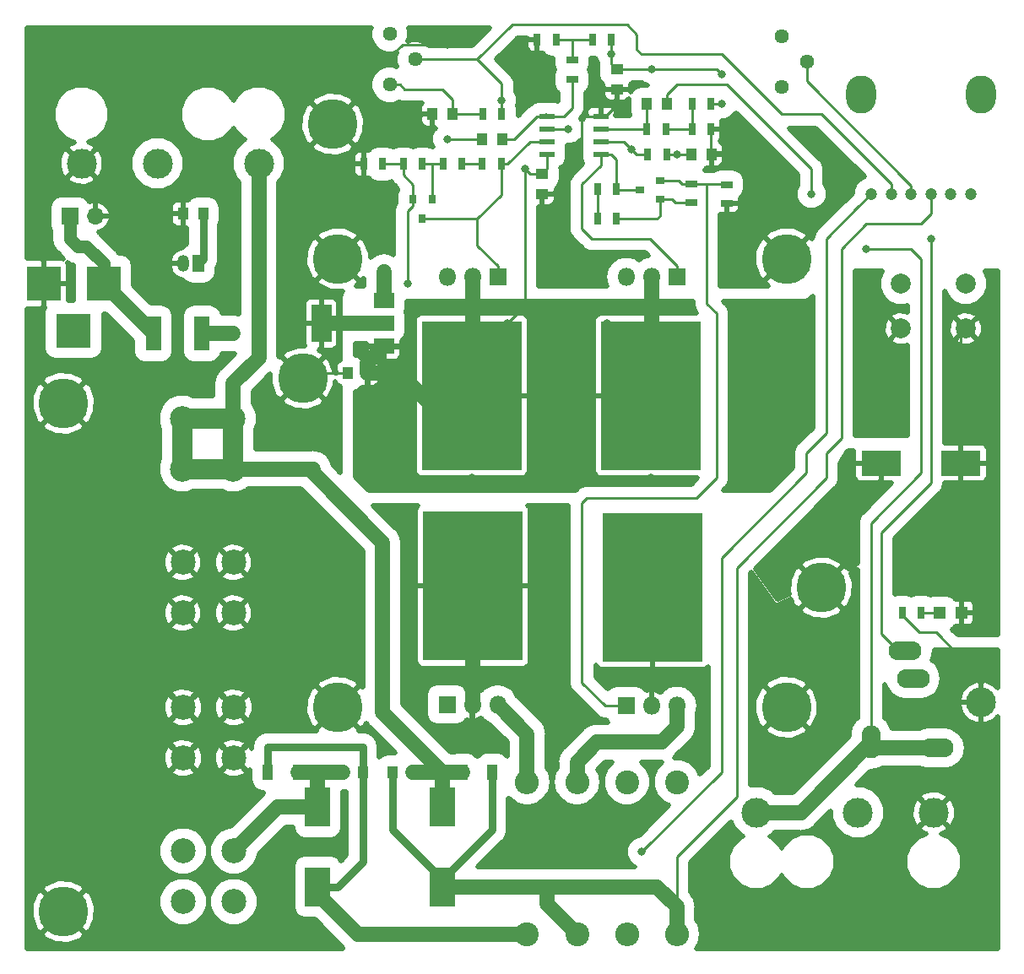
<source format=gbr>
G04 #@! TF.GenerationSoftware,KiCad,Pcbnew,(5.0.0)*
G04 #@! TF.CreationDate,2019-12-04T17:10:26-05:00*
G04 #@! TF.ProjectId,Audio Amp,417564696F20416D702E6B696361645F,rev?*
G04 #@! TF.SameCoordinates,Original*
G04 #@! TF.FileFunction,Copper,L1,Top,Signal*
G04 #@! TF.FilePolarity,Positive*
%FSLAX46Y46*%
G04 Gerber Fmt 4.6, Leading zero omitted, Abs format (unit mm)*
G04 Created by KiCad (PCBNEW (5.0.0)) date 12/04/19 17:10:26*
%MOMM*%
%LPD*%
G01*
G04 APERTURE LIST*
G04 #@! TA.AperFunction,SMDPad,CuDef*
%ADD10R,1.250000X1.000000*%
G04 #@! TD*
G04 #@! TA.AperFunction,SMDPad,CuDef*
%ADD11R,4.000000X2.500000*%
G04 #@! TD*
G04 #@! TA.AperFunction,SMDPad,CuDef*
%ADD12R,1.000000X1.250000*%
G04 #@! TD*
G04 #@! TA.AperFunction,SMDPad,CuDef*
%ADD13R,2.500000X4.000000*%
G04 #@! TD*
G04 #@! TA.AperFunction,SMDPad,CuDef*
%ADD14R,0.900000X0.800000*%
G04 #@! TD*
G04 #@! TA.AperFunction,ComponentPad*
%ADD15O,1.800000X1.800000*%
G04 #@! TD*
G04 #@! TA.AperFunction,ComponentPad*
%ADD16R,1.800000X1.800000*%
G04 #@! TD*
G04 #@! TA.AperFunction,ComponentPad*
%ADD17C,5.000000*%
G04 #@! TD*
G04 #@! TA.AperFunction,SMDPad,CuDef*
%ADD18R,10.000000X15.000000*%
G04 #@! TD*
G04 #@! TA.AperFunction,SMDPad,CuDef*
%ADD19R,0.800000X0.900000*%
G04 #@! TD*
G04 #@! TA.AperFunction,SMDPad,CuDef*
%ADD20R,0.700000X1.300000*%
G04 #@! TD*
G04 #@! TA.AperFunction,SMDPad,CuDef*
%ADD21R,1.300000X0.700000*%
G04 #@! TD*
G04 #@! TA.AperFunction,ComponentPad*
%ADD22C,2.400000*%
G04 #@! TD*
G04 #@! TA.AperFunction,ComponentPad*
%ADD23O,2.400000X2.400000*%
G04 #@! TD*
G04 #@! TA.AperFunction,ComponentPad*
%ADD24C,2.000000*%
G04 #@! TD*
G04 #@! TA.AperFunction,SMDPad,CuDef*
%ADD25R,1.550000X0.600000*%
G04 #@! TD*
G04 #@! TA.AperFunction,ComponentPad*
%ADD26C,3.000000*%
G04 #@! TD*
G04 #@! TA.AperFunction,SMDPad,CuDef*
%ADD27R,1.600000X3.500000*%
G04 #@! TD*
G04 #@! TA.AperFunction,SMDPad,CuDef*
%ADD28R,1.200000X1.200000*%
G04 #@! TD*
G04 #@! TA.AperFunction,ComponentPad*
%ADD29O,3.000000X3.800000*%
G04 #@! TD*
G04 #@! TA.AperFunction,ComponentPad*
%ADD30C,1.200000*%
G04 #@! TD*
G04 #@! TA.AperFunction,ComponentPad*
%ADD31C,2.500000*%
G04 #@! TD*
G04 #@! TA.AperFunction,ComponentPad*
%ADD32O,1.200000X1.700000*%
G04 #@! TD*
G04 #@! TA.AperFunction,ComponentPad*
%ADD33R,1.200000X1.700000*%
G04 #@! TD*
G04 #@! TA.AperFunction,ComponentPad*
%ADD34O,3.000000X3.000000*%
G04 #@! TD*
G04 #@! TA.AperFunction,ComponentPad*
%ADD35O,3.300000X1.900000*%
G04 #@! TD*
G04 #@! TA.AperFunction,ComponentPad*
%ADD36O,1.900000X3.300000*%
G04 #@! TD*
G04 #@! TA.AperFunction,SMDPad,CuDef*
%ADD37R,1.000000X1.600000*%
G04 #@! TD*
G04 #@! TA.AperFunction,SMDPad,CuDef*
%ADD38R,2.000000X3.800000*%
G04 #@! TD*
G04 #@! TA.AperFunction,SMDPad,CuDef*
%ADD39R,2.000000X1.500000*%
G04 #@! TD*
G04 #@! TA.AperFunction,ComponentPad*
%ADD40R,3.500000X3.500000*%
G04 #@! TD*
G04 #@! TA.AperFunction,ComponentPad*
%ADD41C,1.440000*%
G04 #@! TD*
G04 #@! TA.AperFunction,ComponentPad*
%ADD42O,1.700000X1.700000*%
G04 #@! TD*
G04 #@! TA.AperFunction,ComponentPad*
%ADD43R,1.700000X1.700000*%
G04 #@! TD*
G04 #@! TA.AperFunction,ViaPad*
%ADD44C,0.800000*%
G04 #@! TD*
G04 #@! TA.AperFunction,Conductor*
%ADD45C,0.250000*%
G04 #@! TD*
G04 #@! TA.AperFunction,Conductor*
%ADD46C,1.500000*%
G04 #@! TD*
G04 #@! TA.AperFunction,Conductor*
%ADD47C,2.000000*%
G04 #@! TD*
G04 #@! TA.AperFunction,Conductor*
%ADD48C,1.300000*%
G04 #@! TD*
G04 #@! TA.AperFunction,Conductor*
%ADD49C,0.750000*%
G04 #@! TD*
G04 #@! TA.AperFunction,Conductor*
%ADD50C,0.500000*%
G04 #@! TD*
G04 APERTURE END LIST*
D10*
G04 #@! TO.P,C1,1*
G04 #@! TO.N,+12V*
X96000000Y-100000000D03*
G04 #@! TO.P,C1,2*
G04 #@! TO.N,GND*
X96000000Y-102000000D03*
G04 #@! TD*
G04 #@! TO.P,C2,1*
G04 #@! TO.N,+12V*
X103500000Y-89500000D03*
G04 #@! TO.P,C2,2*
G04 #@! TO.N,GND*
X103500000Y-91500000D03*
G04 #@! TD*
D11*
G04 #@! TO.P,C3,1*
G04 #@! TO.N,+12V*
X138000000Y-129000000D03*
G04 #@! TO.P,C3,2*
G04 #@! TO.N,GND*
X130000000Y-129000000D03*
G04 #@! TD*
D12*
G04 #@! TO.P,C4,1*
G04 #@! TO.N,Net-(C4-Pad1)*
X111000000Y-98000000D03*
G04 #@! TO.P,C4,2*
G04 #@! TO.N,GND*
X113000000Y-98000000D03*
G04 #@! TD*
G04 #@! TO.P,C5,1*
G04 #@! TO.N,Net-(C5-Pad1)*
X106500000Y-93000000D03*
G04 #@! TO.P,C5,2*
G04 #@! TO.N,CHANNEL_A*
X108500000Y-93000000D03*
G04 #@! TD*
D13*
G04 #@! TO.P,C6,1*
G04 #@! TO.N,Net-(C14-Pad1)*
X86000000Y-171500000D03*
G04 #@! TO.P,C6,2*
G04 #@! TO.N,OUTPUT_A*
X86000000Y-163500000D03*
G04 #@! TD*
D12*
G04 #@! TO.P,C7,1*
G04 #@! TO.N,Net-(C7-Pad1)*
X87000000Y-94000000D03*
G04 #@! TO.P,C7,2*
G04 #@! TO.N,GND*
X85000000Y-94000000D03*
G04 #@! TD*
G04 #@! TO.P,C8,1*
G04 #@! TO.N,Net-(C8-Pad1)*
X92000000Y-96500000D03*
G04 #@! TO.P,C8,2*
G04 #@! TO.N,CHANNEL_B*
X90000000Y-96500000D03*
G04 #@! TD*
D13*
G04 #@! TO.P,C9,1*
G04 #@! TO.N,Net-(C12-Pad1)*
X73500000Y-171500000D03*
G04 #@! TO.P,C9,2*
G04 #@! TO.N,OUTPUT_B*
X73500000Y-163500000D03*
G04 #@! TD*
D14*
G04 #@! TO.P,Q1,1*
G04 #@! TO.N,Net-(Q1-Pad1)*
X107804999Y-102564999D03*
G04 #@! TO.P,Q1,2*
G04 #@! TO.N,Net-(Q1-Pad2)*
X107804999Y-100664999D03*
G04 #@! TO.P,Q1,3*
G04 #@! TO.N,Net-(Q1-Pad3)*
X105804999Y-101614999D03*
G04 #@! TD*
D15*
G04 #@! TO.P,Q2,3*
G04 #@! TO.N,Net-(Q2-Pad3)*
X104460000Y-110340000D03*
G04 #@! TO.P,Q2,2*
G04 #@! TO.N,+12V*
X107000000Y-110340000D03*
D16*
G04 #@! TO.P,Q2,1*
G04 #@! TO.N,Net-(Q1-Pad3)*
X109540000Y-110340000D03*
D17*
G04 #@! TO.P,Q2,2*
G04 #@! TO.N,+12V*
X107040000Y-127040000D03*
D18*
X106940000Y-122240000D03*
G04 #@! TD*
D15*
G04 #@! TO.P,Q3,3*
G04 #@! TO.N,Net-(Q3-Pad3)*
X109540000Y-153360000D03*
G04 #@! TO.P,Q3,2*
G04 #@! TO.N,GND*
X107000000Y-153360000D03*
D16*
G04 #@! TO.P,Q3,1*
G04 #@! TO.N,Net-(Q1-Pad2)*
X104460000Y-153360000D03*
D17*
G04 #@! TO.P,Q3,2*
G04 #@! TO.N,GND*
X106960000Y-136660000D03*
D18*
X107060000Y-141460000D03*
G04 #@! TD*
D19*
G04 #@! TO.P,Q4,1*
G04 #@! TO.N,Net-(Q4-Pad1)*
X84950000Y-102500000D03*
G04 #@! TO.P,Q4,2*
G04 #@! TO.N,Net-(Q4-Pad2)*
X83050000Y-102500000D03*
G04 #@! TO.P,Q4,3*
G04 #@! TO.N,Net-(Q4-Pad3)*
X84000000Y-104500000D03*
G04 #@! TD*
D15*
G04 #@! TO.P,Q5,3*
G04 #@! TO.N,Net-(Q5-Pad3)*
X86460000Y-110340000D03*
G04 #@! TO.P,Q5,2*
G04 #@! TO.N,+12V*
X89000000Y-110340000D03*
D16*
G04 #@! TO.P,Q5,1*
G04 #@! TO.N,Net-(Q4-Pad3)*
X91540000Y-110340000D03*
D17*
G04 #@! TO.P,Q5,2*
G04 #@! TO.N,+12V*
X89040000Y-127040000D03*
D18*
X88940000Y-122240000D03*
G04 #@! TD*
D15*
G04 #@! TO.P,Q6,3*
G04 #@! TO.N,Net-(Q6-Pad3)*
X91540000Y-153210000D03*
G04 #@! TO.P,Q6,2*
G04 #@! TO.N,GND*
X89000000Y-153210000D03*
D16*
G04 #@! TO.P,Q6,1*
G04 #@! TO.N,Net-(Q4-Pad2)*
X86460000Y-153210000D03*
D17*
G04 #@! TO.P,Q6,2*
G04 #@! TO.N,GND*
X88960000Y-136510000D03*
D18*
X89060000Y-141310000D03*
G04 #@! TD*
D20*
G04 #@! TO.P,R1,1*
G04 #@! TO.N,+12V*
X112950000Y-93000000D03*
G04 #@! TO.P,R1,2*
G04 #@! TO.N,Net-(R1-Pad2)*
X111050000Y-93000000D03*
G04 #@! TD*
G04 #@! TO.P,R2,1*
G04 #@! TO.N,Net-(R1-Pad2)*
X111050000Y-95500000D03*
G04 #@! TO.P,R2,2*
G04 #@! TO.N,GND*
X112950000Y-95500000D03*
G04 #@! TD*
G04 #@! TO.P,R3,1*
G04 #@! TO.N,Net-(R3-Pad1)*
X106600000Y-98000000D03*
G04 #@! TO.P,R3,2*
G04 #@! TO.N,Net-(C4-Pad1)*
X108500000Y-98000000D03*
G04 #@! TD*
G04 #@! TO.P,R4,1*
G04 #@! TO.N,Net-(R1-Pad2)*
X108400000Y-95500000D03*
G04 #@! TO.P,R4,2*
G04 #@! TO.N,Net-(C5-Pad1)*
X106500000Y-95500000D03*
G04 #@! TD*
G04 #@! TO.P,R5,1*
G04 #@! TO.N,Net-(Q1-Pad3)*
X103450000Y-101500000D03*
G04 #@! TO.P,R5,2*
G04 #@! TO.N,Net-(R5-Pad2)*
X101550000Y-101500000D03*
G04 #@! TD*
G04 #@! TO.P,R6,1*
G04 #@! TO.N,Net-(R5-Pad2)*
X101550000Y-104500000D03*
G04 #@! TO.P,R6,2*
G04 #@! TO.N,Net-(Q1-Pad1)*
X103450000Y-104500000D03*
G04 #@! TD*
D21*
G04 #@! TO.P,R7,1*
G04 #@! TO.N,Net-(Q1-Pad1)*
X111000000Y-102900000D03*
G04 #@! TO.P,R7,2*
G04 #@! TO.N,Net-(Q1-Pad2)*
X111000000Y-101000000D03*
G04 #@! TD*
G04 #@! TO.P,R8,1*
G04 #@! TO.N,Net-(Q1-Pad2)*
X114500000Y-101050000D03*
G04 #@! TO.P,R8,2*
G04 #@! TO.N,GND*
X114500000Y-102950000D03*
G04 #@! TD*
D22*
G04 #@! TO.P,R9,1*
G04 #@! TO.N,Net-(Q2-Pad3)*
X109500000Y-161000000D03*
D23*
G04 #@! TO.P,R9,2*
G04 #@! TO.N,Net-(C14-Pad1)*
X109500000Y-176240000D03*
G04 #@! TD*
D22*
G04 #@! TO.P,R10,1*
G04 #@! TO.N,Net-(C14-Pad1)*
X99500000Y-176240000D03*
D23*
G04 #@! TO.P,R10,2*
G04 #@! TO.N,Net-(Q3-Pad3)*
X99500000Y-161000000D03*
G04 #@! TD*
D20*
G04 #@! TO.P,R11,1*
G04 #@! TO.N,+12V*
X102950000Y-86500000D03*
G04 #@! TO.P,R11,2*
G04 #@! TO.N,Net-(R11-Pad2)*
X101050000Y-86500000D03*
G04 #@! TD*
G04 #@! TO.P,R12,1*
G04 #@! TO.N,Net-(R11-Pad2)*
X97400000Y-86500000D03*
G04 #@! TO.P,R12,2*
G04 #@! TO.N,GND*
X95500000Y-86500000D03*
G04 #@! TD*
G04 #@! TO.P,R13,1*
G04 #@! TO.N,Net-(R13-Pad1)*
X91950000Y-94000000D03*
G04 #@! TO.P,R13,2*
G04 #@! TO.N,Net-(C7-Pad1)*
X90050000Y-94000000D03*
G04 #@! TD*
D21*
G04 #@! TO.P,R14,1*
G04 #@! TO.N,Net-(R11-Pad2)*
X99000000Y-88600000D03*
G04 #@! TO.P,R14,2*
G04 #@! TO.N,Net-(C8-Pad1)*
X99000000Y-90500000D03*
G04 #@! TD*
D20*
G04 #@! TO.P,R15,1*
G04 #@! TO.N,Net-(Q4-Pad3)*
X91900000Y-99000000D03*
G04 #@! TO.P,R15,2*
G04 #@! TO.N,Net-(R15-Pad2)*
X90000000Y-99000000D03*
G04 #@! TD*
G04 #@! TO.P,R16,1*
G04 #@! TO.N,Net-(R15-Pad2)*
X87950000Y-99000000D03*
G04 #@! TO.P,R16,2*
G04 #@! TO.N,Net-(Q4-Pad1)*
X86050000Y-99000000D03*
G04 #@! TD*
G04 #@! TO.P,R17,1*
G04 #@! TO.N,Net-(Q4-Pad1)*
X84000000Y-99000000D03*
G04 #@! TO.P,R17,2*
G04 #@! TO.N,Net-(Q4-Pad2)*
X82100000Y-99000000D03*
G04 #@! TD*
G04 #@! TO.P,R18,1*
G04 #@! TO.N,Net-(Q4-Pad2)*
X80000000Y-99000000D03*
G04 #@! TO.P,R18,2*
G04 #@! TO.N,GND*
X78100000Y-99000000D03*
G04 #@! TD*
D22*
G04 #@! TO.P,R19,1*
G04 #@! TO.N,Net-(Q5-Pad3)*
X104500000Y-161000000D03*
D23*
G04 #@! TO.P,R19,2*
G04 #@! TO.N,Net-(C12-Pad1)*
X104500000Y-176240000D03*
G04 #@! TD*
D22*
G04 #@! TO.P,R20,1*
G04 #@! TO.N,Net-(C12-Pad1)*
X94500000Y-176240000D03*
D23*
G04 #@! TO.P,R20,2*
G04 #@! TO.N,Net-(Q6-Pad3)*
X94500000Y-161000000D03*
G04 #@! TD*
D24*
G04 #@! TO.P,SW1,2*
G04 #@! TO.N,+12V*
X132000000Y-115500000D03*
G04 #@! TO.P,SW1,1*
G04 #@! TO.N,Net-(F1-Pad1)*
X132000000Y-111000000D03*
G04 #@! TO.P,SW1,2*
G04 #@! TO.N,+12V*
X138500000Y-115500000D03*
G04 #@! TO.P,SW1,1*
G04 #@! TO.N,Net-(F1-Pad1)*
X138500000Y-111000000D03*
G04 #@! TD*
D25*
G04 #@! TO.P,U1,1*
G04 #@! TO.N,Net-(Q1-Pad3)*
X101900000Y-98000000D03*
G04 #@! TO.P,U1,2*
G04 #@! TO.N,Net-(R3-Pad1)*
X101900000Y-96730000D03*
G04 #@! TO.P,U1,3*
G04 #@! TO.N,Net-(C5-Pad1)*
X101900000Y-95460000D03*
G04 #@! TO.P,U1,4*
G04 #@! TO.N,GND*
X101900000Y-94190000D03*
G04 #@! TO.P,U1,5*
G04 #@! TO.N,Net-(C8-Pad1)*
X96500000Y-94190000D03*
G04 #@! TO.P,U1,6*
G04 #@! TO.N,Net-(R13-Pad1)*
X96500000Y-95460000D03*
G04 #@! TO.P,U1,7*
G04 #@! TO.N,Net-(Q4-Pad3)*
X96500000Y-96730000D03*
G04 #@! TO.P,U1,8*
G04 #@! TO.N,+12V*
X96500000Y-98000000D03*
G04 #@! TD*
D26*
G04 #@! TO.P,J3,S*
G04 #@! TO.N,GND*
X135280000Y-164045000D03*
G04 #@! TO.P,J3,R*
G04 #@! TO.N,CHANNEL_B*
X127660000Y-164045000D03*
G04 #@! TO.P,J3,T*
G04 #@! TO.N,CHANNEL_A*
X117500000Y-164045000D03*
G04 #@! TD*
G04 #@! TO.P,J4,S*
G04 #@! TO.N,GND*
X49800000Y-98955000D03*
G04 #@! TO.P,J4,R*
G04 #@! TO.N,OUTPUT_B*
X57420000Y-98955000D03*
G04 #@! TO.P,J4,T*
G04 #@! TO.N,OUTPUT_A*
X67580000Y-98955000D03*
G04 #@! TD*
D27*
G04 #@! TO.P,F1,1*
G04 #@! TO.N,Net-(F1-Pad1)*
X61880000Y-116000000D03*
G04 #@! TO.P,F1,2*
G04 #@! TO.N,Net-(F1-Pad2)*
X57000000Y-116000000D03*
G04 #@! TD*
D28*
G04 #@! TO.P,D1,2*
G04 #@! TO.N,+12V*
X138100000Y-144000000D03*
G04 #@! TO.P,D1,1*
G04 #@! TO.N,Net-(D1-Pad1)*
X135900000Y-144000000D03*
G04 #@! TD*
D20*
G04 #@! TO.P,R21,1*
G04 #@! TO.N,Net-(D1-Pad1)*
X134000000Y-144000000D03*
G04 #@! TO.P,R21,2*
G04 #@! TO.N,GND*
X132100000Y-144000000D03*
G04 #@! TD*
D29*
G04 #@! TO.P,RV2,GND*
G04 #@! TO.N,N/C*
X128000000Y-92000000D03*
X140000000Y-92000000D03*
D30*
G04 #@! TO.P,RV2,2*
G04 #@! TO.N,Net-(C12-Pad1)*
X129000000Y-102000000D03*
G04 #@! TO.P,RV2,1*
G04 #@! TO.N,Net-(R13-Pad1)*
X131000000Y-102000000D03*
G04 #@! TO.P,RV2,3*
G04 #@! TO.N,N/C*
X139000000Y-102000000D03*
G04 #@! TO.P,RV2,6*
X137000000Y-102000000D03*
G04 #@! TO.P,RV2,5*
G04 #@! TO.N,Net-(C14-Pad1)*
X135000000Y-102000000D03*
G04 #@! TO.P,RV2,4*
G04 #@! TO.N,Net-(R3-Pad1)*
X133000000Y-102000000D03*
G04 #@! TD*
D31*
G04 #@! TO.P,BANANA1,1*
G04 #@! TO.N,OUTPUT_B*
X60000000Y-173000000D03*
X65080000Y-173000000D03*
X65080000Y-167920000D03*
X60000000Y-167920000D03*
G04 #@! TD*
G04 #@! TO.P,BANANA2,1*
G04 #@! TO.N,OUTPUT_A*
X59920000Y-129580000D03*
X65000000Y-129580000D03*
X65000000Y-124500000D03*
X59920000Y-124500000D03*
G04 #@! TD*
G04 #@! TO.P,BANANA3,1*
G04 #@! TO.N,GND*
X60000000Y-158580000D03*
X65080000Y-158580000D03*
X65080000Y-153500000D03*
X60000000Y-153500000D03*
G04 #@! TD*
G04 #@! TO.P,BANANA4,1*
G04 #@! TO.N,GND*
X59960000Y-144040000D03*
X65040000Y-144040000D03*
X65040000Y-138960000D03*
X59960000Y-138960000D03*
G04 #@! TD*
D17*
G04 #@! TO.P,HEATSINK1,3*
G04 #@! TO.N,GND*
X120500000Y-153500000D03*
X75500000Y-153500000D03*
X75500000Y-108500000D03*
X120500000Y-108500000D03*
G04 #@! TO.P,HEATSINK1,2*
X72000000Y-120500000D03*
G04 #@! TO.P,HEATSINK1,1*
X124000000Y-141500000D03*
G04 #@! TD*
D32*
G04 #@! TO.P,J5,2*
G04 #@! TO.N,GND*
X60000000Y-109000000D03*
D33*
G04 #@! TO.P,J5,1*
G04 #@! TO.N,Net-(C10-Pad2)*
X61500000Y-109000000D03*
G04 #@! TD*
D34*
G04 #@! TO.P,J2,1*
G04 #@! TO.N,GND*
X140000000Y-153000000D03*
D35*
G04 #@! TO.P,J2,2*
G04 #@! TO.N,CHANNEL_B*
X133200000Y-150600000D03*
X132400000Y-147800000D03*
D36*
G04 #@! TO.P,J2,3*
G04 #@! TO.N,CHANNEL_A*
X129000000Y-157000000D03*
D35*
X135600000Y-157600000D03*
G04 #@! TD*
D12*
G04 #@! TO.P,C10,1*
G04 #@! TO.N,GND*
X60000000Y-104000000D03*
G04 #@! TO.P,C10,2*
G04 #@! TO.N,Net-(C10-Pad2)*
X62000000Y-104000000D03*
G04 #@! TD*
G04 #@! TO.P,C11,1*
G04 #@! TO.N,GND*
X76500000Y-120000000D03*
G04 #@! TO.P,C11,2*
G04 #@! TO.N,+12V*
X78500000Y-120000000D03*
G04 #@! TD*
D37*
G04 #@! TO.P,C12,1*
G04 #@! TO.N,Net-(C12-Pad1)*
X68500000Y-160000000D03*
G04 #@! TO.P,C12,2*
G04 #@! TO.N,OUTPUT_B*
X71500000Y-160000000D03*
G04 #@! TD*
D12*
G04 #@! TO.P,C13,1*
G04 #@! TO.N,Net-(C12-Pad1)*
X78000000Y-160000000D03*
G04 #@! TO.P,C13,2*
G04 #@! TO.N,OUTPUT_B*
X76000000Y-160000000D03*
G04 #@! TD*
D37*
G04 #@! TO.P,C14,1*
G04 #@! TO.N,Net-(C14-Pad1)*
X91000000Y-160000000D03*
G04 #@! TO.P,C14,2*
G04 #@! TO.N,OUTPUT_A*
X88000000Y-160000000D03*
G04 #@! TD*
D12*
G04 #@! TO.P,C15,1*
G04 #@! TO.N,Net-(C14-Pad1)*
X81000000Y-160000000D03*
G04 #@! TO.P,C15,2*
G04 #@! TO.N,OUTPUT_A*
X83000000Y-160000000D03*
G04 #@! TD*
D38*
G04 #@! TO.P,U2,2*
G04 #@! TO.N,GND*
X73850000Y-115000000D03*
D39*
X80150000Y-115000000D03*
G04 #@! TO.P,U2,3*
G04 #@! TO.N,Net-(C10-Pad2)*
X80150000Y-112700000D03*
G04 #@! TO.P,U2,1*
G04 #@! TO.N,+12V*
X80150000Y-117300000D03*
G04 #@! TD*
D40*
G04 #@! TO.P,J1,3*
G04 #@! TO.N,N/C*
X49000000Y-115700000D03*
G04 #@! TO.P,J1,2*
G04 #@! TO.N,GND*
X46000000Y-111000000D03*
G04 #@! TO.P,J1,1*
G04 #@! TO.N,Net-(F1-Pad2)*
X52000000Y-111000000D03*
G04 #@! TD*
D41*
G04 #@! TO.P,RV1,1*
G04 #@! TO.N,Net-(C4-Pad1)*
X120000000Y-91250000D03*
G04 #@! TO.P,RV1,2*
G04 #@! TO.N,Net-(R3-Pad1)*
X122540000Y-88710000D03*
G04 #@! TO.P,RV1,3*
G04 #@! TO.N,N/C*
X120000000Y-86170000D03*
G04 #@! TD*
G04 #@! TO.P,RV3,1*
G04 #@! TO.N,Net-(C7-Pad1)*
X80710000Y-91040000D03*
G04 #@! TO.P,RV3,2*
G04 #@! TO.N,Net-(R13-Pad1)*
X83250000Y-88500000D03*
G04 #@! TO.P,RV3,3*
G04 #@! TO.N,N/C*
X80710000Y-85960000D03*
G04 #@! TD*
D17*
G04 #@! TO.P,MNT1,1*
G04 #@! TO.N,GND*
X48000000Y-123000000D03*
G04 #@! TD*
G04 #@! TO.P,MNT2,1*
G04 #@! TO.N,GND*
X75000000Y-95000000D03*
G04 #@! TD*
G04 #@! TO.P,MNT3,1*
G04 #@! TO.N,GND*
X48000000Y-174000000D03*
G04 #@! TD*
D42*
G04 #@! TO.P,POWERIN1,2*
G04 #@! TO.N,GND*
X51190000Y-104250000D03*
D43*
G04 #@! TO.P,POWERIN1,1*
G04 #@! TO.N,Net-(F1-Pad2)*
X48650000Y-104250000D03*
G04 #@! TD*
D44*
G04 #@! TO.N,+12V*
X92500000Y-125000000D03*
X92500000Y-122500000D03*
X92500000Y-120000000D03*
X92500000Y-117500000D03*
X92500000Y-115000000D03*
X102500000Y-125000000D03*
X102500000Y-122500000D03*
X102500000Y-120000000D03*
X102500000Y-117500000D03*
X102500000Y-115000000D03*
X102950000Y-88000000D03*
X94275000Y-99500000D03*
X107000000Y-89500000D03*
X114000000Y-93000000D03*
X114000000Y-90000000D03*
X138100000Y-131500000D03*
X138000000Y-126500000D03*
X141000000Y-129000000D03*
X139000000Y-126500000D03*
X140000000Y-126500000D03*
X141000000Y-127000000D03*
X141000000Y-128000000D03*
X139000000Y-131500000D03*
X140000000Y-131500000D03*
X141000000Y-130000000D03*
X141000000Y-131000000D03*
X117500000Y-117500000D03*
X117500000Y-120000000D03*
X117500000Y-122500000D03*
X117500000Y-125000000D03*
X120000000Y-125000000D03*
X120000000Y-122500000D03*
X120000000Y-120000000D03*
X120000000Y-117500000D03*
X130000000Y-121000000D03*
X130000000Y-120000000D03*
X130000000Y-119000000D03*
X130000000Y-118000000D03*
X130000000Y-117000000D03*
X139000000Y-121000000D03*
X139000000Y-120000000D03*
X139000000Y-119000000D03*
X139000000Y-118000000D03*
G04 #@! TO.N,GND*
X103500000Y-93000000D03*
X116500000Y-99500000D03*
X94000000Y-86500000D03*
X86494999Y-87005001D03*
G04 #@! TO.N,Net-(C4-Pad1)*
X109500000Y-98000000D03*
G04 #@! TO.N,CHANNEL_A*
X128500000Y-107500000D03*
X123000000Y-102000000D03*
G04 #@! TO.N,CHANNEL_B*
X135000000Y-106500000D03*
X86500000Y-96500000D03*
G04 #@! TO.N,Net-(Q4-Pad2)*
X82500000Y-111000000D03*
G04 #@! TO.N,Net-(R3-Pad1)*
X105000000Y-97500000D03*
G04 #@! TO.N,Net-(R13-Pad1)*
X91950000Y-92600000D03*
X98600000Y-95500000D03*
G04 #@! TO.N,Net-(F1-Pad1)*
X65000000Y-116000000D03*
G04 #@! TO.N,Net-(C12-Pad1)*
X106000000Y-168000000D03*
G04 #@! TO.N,Net-(C10-Pad2)*
X80150000Y-109850000D03*
G04 #@! TD*
D45*
G04 #@! TO.N,+12V*
X96500000Y-99500000D02*
X96000000Y-100000000D01*
X96500000Y-98000000D02*
X96500000Y-99500000D01*
X102950000Y-88950000D02*
X103500000Y-89500000D01*
X102950000Y-86500000D02*
X102950000Y-88000000D01*
X104375000Y-89500000D02*
X103500000Y-89500000D01*
X112950000Y-93000000D02*
X112950000Y-92700000D01*
X102950000Y-88000000D02*
X102950000Y-88950000D01*
X96000000Y-100000000D02*
X95125000Y-100000000D01*
D46*
X89000000Y-110340000D02*
X89000000Y-127000000D01*
X107000000Y-110340000D02*
X107000000Y-127000000D01*
X78500000Y-118950000D02*
X80150000Y-117300000D01*
X78500000Y-120000000D02*
X78500000Y-118950000D01*
X81700000Y-120000000D02*
X88940000Y-127240000D01*
X78500000Y-120000000D02*
X81700000Y-120000000D01*
D45*
X138100000Y-129100000D02*
X138000000Y-129000000D01*
X138100000Y-144000000D02*
X138100000Y-132000000D01*
X138000000Y-116000000D02*
X138500000Y-115500000D01*
X138000000Y-129000000D02*
X138000000Y-126500000D01*
X94775000Y-100000000D02*
X94275000Y-99500000D01*
X96000000Y-100000000D02*
X94775000Y-100000000D01*
X107000000Y-89500000D02*
X104375000Y-89500000D01*
X112950000Y-93000000D02*
X114000000Y-93000000D01*
X107000000Y-89500000D02*
X113500000Y-89500000D01*
X113500000Y-89500000D02*
X114000000Y-90000000D01*
X138100000Y-132000000D02*
X138100000Y-129100000D01*
X138000000Y-126500000D02*
X138000000Y-116000000D01*
X94275000Y-99500000D02*
X94275000Y-113225000D01*
X94275000Y-113225000D02*
X92500000Y-115000000D01*
G04 #@! TO.N,GND*
X112950000Y-97950000D02*
X113000000Y-98000000D01*
X112950000Y-95500000D02*
X112950000Y-97950000D01*
X114500000Y-102950000D02*
X116050000Y-102950000D01*
X116050000Y-102950000D02*
X116500000Y-102500000D01*
X116500000Y-102500000D02*
X116500000Y-99000000D01*
X113750000Y-98000000D02*
X113000000Y-98000000D01*
X115500000Y-98000000D02*
X113750000Y-98000000D01*
X116500000Y-99000000D02*
X115500000Y-98000000D01*
X102375000Y-94190000D02*
X101900000Y-94190000D01*
X103500000Y-93065000D02*
X102375000Y-94190000D01*
X103500000Y-91500000D02*
X103500000Y-93065000D01*
X101900000Y-94190000D02*
X100310000Y-94190000D01*
X100310000Y-94190000D02*
X100000000Y-94500000D01*
X100000000Y-94500000D02*
X100000000Y-99000000D01*
X97000000Y-102000000D02*
X96000000Y-102000000D01*
X100000000Y-99000000D02*
X97000000Y-102000000D01*
X103500000Y-93065000D02*
X103500000Y-93000000D01*
X85000000Y-94000000D02*
X78100000Y-94000000D01*
X78100000Y-94000000D02*
X78100000Y-99000000D01*
X94000000Y-86500000D02*
X95500000Y-86500000D01*
X78100000Y-89500000D02*
X78100000Y-94000000D01*
X86494999Y-87005001D02*
X86494999Y-87005001D01*
X80150000Y-88850000D02*
X78750000Y-88850000D01*
X81994999Y-87005001D02*
X80150000Y-88850000D01*
X78750000Y-88850000D02*
X78100000Y-89500000D01*
D46*
X89000000Y-136550000D02*
X89000000Y-153210000D01*
X80150000Y-115000000D02*
X73850000Y-115000000D01*
D45*
X86494999Y-87005001D02*
X81994999Y-87005001D01*
X140000000Y-153000000D02*
X140000000Y-150500000D01*
X140000000Y-150500000D02*
X135500000Y-146000000D01*
X132100000Y-144300000D02*
X132100000Y-144000000D01*
X133800000Y-146000000D02*
X132100000Y-144300000D01*
X135500000Y-146000000D02*
X133800000Y-146000000D01*
X130000000Y-130500000D02*
X130000000Y-129000000D01*
X126499999Y-134000001D02*
X130000000Y-130500000D01*
X126499999Y-139000001D02*
X126499999Y-134000001D01*
X124000000Y-141500000D02*
X126499999Y-139000001D01*
X72500000Y-120000000D02*
X72000000Y-120500000D01*
X76500000Y-120000000D02*
X72500000Y-120000000D01*
G04 #@! TO.N,Net-(C4-Pad1)*
X108500000Y-98000000D02*
X109500000Y-98000000D01*
X109500000Y-98000000D02*
X111000000Y-98000000D01*
G04 #@! TO.N,Net-(C5-Pad1)*
X101940000Y-95500000D02*
X101900000Y-95460000D01*
X106500000Y-95500000D02*
X101940000Y-95500000D01*
X106500000Y-93000000D02*
X106500000Y-95500000D01*
D46*
G04 #@! TO.N,CHANNEL_A*
X121955000Y-164045000D02*
X129000000Y-157000000D01*
X117500000Y-164045000D02*
X121955000Y-164045000D01*
X129600000Y-157600000D02*
X129000000Y-157000000D01*
X135600000Y-157600000D02*
X129600000Y-157600000D01*
D45*
X129000000Y-135000000D02*
X129000000Y-157000000D01*
X134000000Y-130000000D02*
X129000000Y-135000000D01*
X134000000Y-108500000D02*
X134000000Y-130000000D01*
X133000000Y-107500000D02*
X134000000Y-108500000D01*
X128500000Y-107500000D02*
X133000000Y-107500000D01*
X123000000Y-102000000D02*
X123000000Y-99500000D01*
X108500000Y-92000000D02*
X108500000Y-93000000D01*
X109500000Y-91000000D02*
X114500000Y-91000000D01*
X123000000Y-99500000D02*
X114500000Y-91000000D01*
X109500000Y-91000000D02*
X108500000Y-92000000D01*
D46*
G04 #@! TO.N,OUTPUT_A*
X86000000Y-163500000D02*
X86000000Y-160000000D01*
X86000000Y-160000000D02*
X80000000Y-154000000D01*
X73000000Y-130000000D02*
X80000000Y-137000000D01*
X73000000Y-129580000D02*
X73000000Y-130000000D01*
X80000000Y-154000000D02*
X80000000Y-137000000D01*
X73000000Y-129580000D02*
X65000000Y-129580000D01*
D47*
X65000000Y-129580000D02*
X59920000Y-129580000D01*
X59920000Y-129580000D02*
X59920000Y-124500000D01*
X59920000Y-124500000D02*
X65000000Y-124500000D01*
X65000000Y-124500000D02*
X65000000Y-129580000D01*
D46*
X65000000Y-124500000D02*
X65000000Y-121000000D01*
X67580000Y-118420000D02*
X67580000Y-98955000D01*
X65000000Y-121000000D02*
X67580000Y-118420000D01*
X83000000Y-160000000D02*
X88000000Y-160000000D01*
D45*
G04 #@! TO.N,Net-(C7-Pad1)*
X87000000Y-94000000D02*
X90050000Y-94000000D01*
X87000000Y-92500000D02*
X87000000Y-94000000D01*
X82188233Y-91500000D02*
X86000000Y-91500000D01*
X81728233Y-91040000D02*
X82188233Y-91500000D01*
X80710000Y-91040000D02*
X81728233Y-91040000D01*
X86000000Y-91500000D02*
X87000000Y-92500000D01*
G04 #@! TO.N,CHANNEL_B*
X131700000Y-147800000D02*
X130000000Y-146100000D01*
X132400000Y-147800000D02*
X131700000Y-147800000D01*
X130000000Y-146100000D02*
X130000000Y-136000000D01*
X130000000Y-136000000D02*
X135000000Y-131000000D01*
X135000000Y-131000000D02*
X135000000Y-113000000D01*
X135000000Y-113000000D02*
X135000000Y-106500000D01*
X86500000Y-96500000D02*
X90000000Y-96500000D01*
D46*
G04 #@! TO.N,OUTPUT_B*
X73500000Y-163500000D02*
X69500000Y-163500000D01*
X69500000Y-163500000D02*
X65080000Y-167920000D01*
X73500000Y-163500000D02*
X73500000Y-160000000D01*
X76000000Y-160000000D02*
X73500000Y-160000000D01*
X73500000Y-160000000D02*
X71500000Y-160000000D01*
G04 #@! TO.N,Net-(F1-Pad2)*
X52000000Y-111000000D02*
X57000000Y-116000000D01*
D45*
G04 #@! TO.N,Net-(Q1-Pad1)*
X107804999Y-102564999D02*
X109064999Y-102564999D01*
X109400000Y-102900000D02*
X111000000Y-102900000D01*
X109064999Y-102564999D02*
X109400000Y-102900000D01*
X103450000Y-104500000D02*
X107500000Y-104500000D01*
X107804999Y-104195001D02*
X107804999Y-102564999D01*
X107500000Y-104500000D02*
X107804999Y-104195001D01*
G04 #@! TO.N,Net-(Q1-Pad2)*
X114450000Y-101000000D02*
X114500000Y-101050000D01*
X111000000Y-101000000D02*
X110000000Y-101000000D01*
X109664999Y-100664999D02*
X107804999Y-100664999D01*
X110000000Y-101000000D02*
X109664999Y-100664999D01*
X112500000Y-101000000D02*
X114450000Y-101000000D01*
X111000000Y-101000000D02*
X112500000Y-101000000D01*
X102360000Y-153360000D02*
X104460000Y-153360000D01*
X100000000Y-133000000D02*
X100000000Y-151000000D01*
X112500000Y-113000000D02*
X113500000Y-114000000D01*
X100000000Y-151000000D02*
X102360000Y-153360000D01*
X112500000Y-101000000D02*
X112500000Y-113000000D01*
X113500000Y-114000000D02*
X113500000Y-130500000D01*
X113500000Y-130500000D02*
X111500000Y-132500000D01*
X111500000Y-132500000D02*
X100500000Y-132500000D01*
X100500000Y-132500000D02*
X100000000Y-133000000D01*
G04 #@! TO.N,Net-(Q1-Pad3)*
X103564999Y-101614999D02*
X103450000Y-101500000D01*
X105804999Y-101614999D02*
X103564999Y-101614999D01*
X103450000Y-100600000D02*
X103450000Y-101500000D01*
X103450000Y-98525000D02*
X103450000Y-100600000D01*
X102925000Y-98000000D02*
X103450000Y-98525000D01*
X101900000Y-98000000D02*
X102925000Y-98000000D01*
X101900000Y-99100000D02*
X101900000Y-98000000D01*
X100000000Y-101000000D02*
X101900000Y-99100000D01*
X109540000Y-110340000D02*
X109540000Y-109190000D01*
X109540000Y-109190000D02*
X106850000Y-106500000D01*
X101000000Y-106500000D02*
X100000000Y-105500000D01*
X100000000Y-105500000D02*
X100000000Y-101000000D01*
X106850000Y-106500000D02*
X101000000Y-106500000D01*
D46*
G04 #@! TO.N,Net-(Q3-Pad3)*
X109540000Y-153360000D02*
X109540000Y-155460000D01*
X109540000Y-155460000D02*
X108000000Y-157000000D01*
X108000000Y-157000000D02*
X101500000Y-157000000D01*
X99500000Y-159000000D02*
X101500000Y-157000000D01*
X99500000Y-161000000D02*
X99500000Y-159000000D01*
D45*
G04 #@! TO.N,Net-(Q4-Pad3)*
X92500000Y-99000000D02*
X91900000Y-99000000D01*
X96500000Y-96730000D02*
X94770000Y-96730000D01*
X94770000Y-96730000D02*
X92500000Y-99000000D01*
X84000000Y-104500000D02*
X89500000Y-104500000D01*
X91900000Y-102100000D02*
X91900000Y-99000000D01*
X89500000Y-104500000D02*
X91900000Y-102100000D01*
X89500000Y-107150000D02*
X89500000Y-104500000D01*
X91540000Y-109190000D02*
X89500000Y-107150000D01*
X91540000Y-110340000D02*
X91540000Y-109190000D01*
G04 #@! TO.N,Net-(Q4-Pad2)*
X82100000Y-100100000D02*
X82100000Y-99000000D01*
X83050000Y-102500000D02*
X83050000Y-101050000D01*
X83050000Y-101050000D02*
X82100000Y-100100000D01*
X82100000Y-99000000D02*
X80000000Y-99000000D01*
X83050000Y-103200000D02*
X82500000Y-103750000D01*
X83050000Y-102500000D02*
X83050000Y-103200000D01*
X82500000Y-103750000D02*
X82500000Y-111000000D01*
G04 #@! TO.N,Net-(Q4-Pad1)*
X86050000Y-99000000D02*
X85000000Y-99000000D01*
X84950000Y-99050000D02*
X85000000Y-99000000D01*
X84950000Y-102500000D02*
X84950000Y-99050000D01*
X85000000Y-99000000D02*
X84000000Y-99000000D01*
D46*
G04 #@! TO.N,Net-(Q6-Pad3)*
X94500000Y-156170000D02*
X91540000Y-153210000D01*
X94500000Y-161000000D02*
X94500000Y-156170000D01*
D45*
G04 #@! TO.N,Net-(R1-Pad2)*
X111050000Y-93000000D02*
X111050000Y-93300000D01*
X111050000Y-93300000D02*
X111050000Y-94000000D01*
X111050000Y-94000000D02*
X111050000Y-95500000D01*
X108400000Y-95500000D02*
X111050000Y-95500000D01*
G04 #@! TO.N,Net-(R3-Pad1)*
X105500000Y-98000000D02*
X106600000Y-98000000D01*
X101900000Y-96730000D02*
X104230000Y-96730000D01*
X104230000Y-96730000D02*
X105000000Y-97500000D01*
X105000000Y-97500000D02*
X105500000Y-98000000D01*
X122540000Y-89728233D02*
X122540000Y-88710000D01*
X122540000Y-90691472D02*
X122540000Y-89728233D01*
X133000000Y-101151472D02*
X122540000Y-90691472D01*
X133000000Y-102000000D02*
X133000000Y-101151472D01*
G04 #@! TO.N,Net-(R5-Pad2)*
X101550000Y-101500000D02*
X101550000Y-104500000D01*
G04 #@! TO.N,Net-(R11-Pad2)*
X99000000Y-88600000D02*
X99000000Y-86500000D01*
X99000000Y-86500000D02*
X97400000Y-86500000D01*
X99000000Y-86500000D02*
X101050000Y-86500000D01*
G04 #@! TO.N,Net-(C8-Pad1)*
X96310000Y-94000000D02*
X96500000Y-94190000D01*
X92750000Y-96500000D02*
X92000000Y-96500000D01*
X93165000Y-96500000D02*
X92750000Y-96500000D01*
X95475000Y-94190000D02*
X93165000Y-96500000D01*
X96500000Y-94190000D02*
X95475000Y-94190000D01*
X96500000Y-94190000D02*
X98160000Y-94190000D01*
X99000000Y-93350000D02*
X99000000Y-90500000D01*
X98160000Y-94190000D02*
X99000000Y-93350000D01*
D48*
G04 #@! TO.N,Net-(F1-Pad2)*
X52000000Y-109000000D02*
X50300000Y-107300000D01*
X52000000Y-111000000D02*
X52000000Y-109000000D01*
X50300000Y-107300000D02*
X49450000Y-107300000D01*
X48650000Y-106500000D02*
X48650000Y-104250000D01*
X49450000Y-107300000D02*
X48650000Y-106500000D01*
D45*
G04 #@! TO.N,Net-(R13-Pad1)*
X91950000Y-90950000D02*
X91950000Y-92600000D01*
X89500000Y-88500000D02*
X91950000Y-90950000D01*
X83250000Y-88500000D02*
X89500000Y-88500000D01*
X124000000Y-94000000D02*
X131000000Y-101000000D01*
X120000000Y-94000000D02*
X124000000Y-94000000D01*
X114000000Y-88000000D02*
X120000000Y-94000000D01*
X131000000Y-101000000D02*
X131000000Y-102000000D01*
X89500000Y-88500000D02*
X93000000Y-85000000D01*
X93000000Y-85000000D02*
X104500000Y-85000000D01*
X104500000Y-85000000D02*
X105500000Y-86000000D01*
X105500000Y-86000000D02*
X105500000Y-87500000D01*
X105500000Y-87500000D02*
X106000000Y-88000000D01*
X106000000Y-88000000D02*
X114000000Y-88000000D01*
X91950000Y-92600000D02*
X91950000Y-94000000D01*
X96540000Y-95500000D02*
X96500000Y-95460000D01*
X98600000Y-95500000D02*
X96540000Y-95500000D01*
G04 #@! TO.N,Net-(R15-Pad2)*
X90000000Y-99000000D02*
X87950000Y-99000000D01*
D46*
G04 #@! TO.N,Net-(F1-Pad1)*
X65000000Y-116000000D02*
X61880000Y-116000000D01*
D45*
G04 #@! TO.N,Net-(D1-Pad1)*
X134000000Y-144000000D02*
X135900000Y-144000000D01*
D46*
G04 #@! TO.N,Net-(C14-Pad1)*
X96500000Y-173240000D02*
X99500000Y-176240000D01*
X96500000Y-171500000D02*
X96500000Y-173240000D01*
X109500000Y-176240000D02*
X109500000Y-173500000D01*
X107500000Y-171500000D02*
X95000000Y-171500000D01*
X109500000Y-173500000D02*
X107500000Y-171500000D01*
X86000000Y-171500000D02*
X95000000Y-171500000D01*
X95000000Y-171500000D02*
X96500000Y-171500000D01*
D49*
X81000000Y-165750000D02*
X86000000Y-170750000D01*
X81000000Y-160000000D02*
X81000000Y-165750000D01*
X86000000Y-170750000D02*
X86000000Y-171500000D01*
X90250000Y-166500000D02*
X86000000Y-170750000D01*
X91000000Y-165750000D02*
X90250000Y-166500000D01*
X91000000Y-160000000D02*
X91000000Y-165750000D01*
D45*
X128500000Y-105000000D02*
X134000000Y-105000000D01*
X109500000Y-168500000D02*
X115500000Y-162500000D01*
X109500000Y-176240000D02*
X109500000Y-168500000D01*
X115500000Y-162500000D02*
X115500000Y-139500000D01*
X126000000Y-107500000D02*
X128500000Y-105000000D01*
X135000000Y-102000000D02*
X135000000Y-104000000D01*
X135000000Y-104000000D02*
X134000000Y-105000000D01*
X124500000Y-128000000D02*
X126000000Y-126500000D01*
X124500000Y-130500000D02*
X124500000Y-128000000D01*
X126000000Y-126500000D02*
X126000000Y-107500000D01*
X115500000Y-139500000D02*
X124500000Y-130500000D01*
D46*
G04 #@! TO.N,Net-(C12-Pad1)*
X73500000Y-172250000D02*
X73500000Y-171500000D01*
X77490000Y-176240000D02*
X73500000Y-172250000D01*
X94500000Y-176240000D02*
X77490000Y-176240000D01*
D49*
X75500000Y-171500000D02*
X73500000Y-171500000D01*
X78000000Y-169000000D02*
X75500000Y-171500000D01*
X78000000Y-160000000D02*
X78000000Y-169000000D01*
X68500000Y-160000000D02*
X68500000Y-157500000D01*
X68500000Y-157500000D02*
X78000000Y-157500000D01*
X78000000Y-157500000D02*
X78000000Y-160000000D01*
D45*
X127674999Y-103325001D02*
X129000000Y-102000000D01*
X124500000Y-106500000D02*
X127674999Y-103325001D01*
X114000000Y-160000000D02*
X114000000Y-138500000D01*
X114000000Y-138500000D02*
X122500000Y-130000000D01*
X106000000Y-168000000D02*
X114000000Y-160000000D01*
X122500000Y-128000000D02*
X124500000Y-126000000D01*
X122500000Y-130000000D02*
X122500000Y-128000000D01*
X124500000Y-126000000D02*
X124500000Y-106500000D01*
D46*
G04 #@! TO.N,Net-(C10-Pad2)*
X80150000Y-112700000D02*
X80150000Y-109850000D01*
D49*
X62000000Y-108500000D02*
X61500000Y-109000000D01*
X62000000Y-104000000D02*
X62000000Y-108500000D01*
G04 #@! TD*
D50*
G04 #@! TO.N,GND*
G36*
X141675000Y-151549274D02*
X141323981Y-151170891D01*
X140523229Y-150803458D01*
X140357179Y-150770429D01*
X140004000Y-150931504D01*
X140004000Y-152996000D01*
X140024000Y-152996000D01*
X140024000Y-153004000D01*
X140004000Y-153004000D01*
X140004000Y-155068496D01*
X140357179Y-155229571D01*
X140523229Y-155196542D01*
X141323981Y-154829109D01*
X141675000Y-154450726D01*
X141675000Y-177675000D01*
X111487753Y-177675000D01*
X111807849Y-177195942D01*
X111997998Y-176240000D01*
X111807849Y-175284058D01*
X111500000Y-174823329D01*
X111500000Y-173696976D01*
X111539181Y-173499999D01*
X111500000Y-173303022D01*
X111500000Y-173303018D01*
X111383959Y-172719639D01*
X111077465Y-172260939D01*
X111053500Y-172225073D01*
X111053499Y-172225072D01*
X110941919Y-172058081D01*
X110875000Y-172013367D01*
X110875000Y-169069543D01*
X114926478Y-165018066D01*
X115168662Y-165602750D01*
X115942250Y-166376338D01*
X116131796Y-166454850D01*
X115871443Y-166562692D01*
X115062692Y-167371443D01*
X114625000Y-168428127D01*
X114625000Y-169571873D01*
X115062692Y-170628557D01*
X115871443Y-171437308D01*
X116928127Y-171875000D01*
X118071873Y-171875000D01*
X119128557Y-171437308D01*
X119937308Y-170628557D01*
X120040000Y-170380636D01*
X120142692Y-170628557D01*
X120951443Y-171437308D01*
X122008127Y-171875000D01*
X123151873Y-171875000D01*
X124208557Y-171437308D01*
X125017308Y-170628557D01*
X125455000Y-169571873D01*
X125455000Y-168428127D01*
X132405000Y-168428127D01*
X132405000Y-169571873D01*
X132842692Y-170628557D01*
X133651443Y-171437308D01*
X134708127Y-171875000D01*
X135851873Y-171875000D01*
X136908557Y-171437308D01*
X137717308Y-170628557D01*
X138155000Y-169571873D01*
X138155000Y-168428127D01*
X137717308Y-167371443D01*
X136908557Y-166562692D01*
X135999879Y-166186306D01*
X136486324Y-166005886D01*
X136629984Y-165909897D01*
X136771099Y-165541756D01*
X135280000Y-164050657D01*
X133788901Y-165541756D01*
X133930016Y-165909897D01*
X134545522Y-166192353D01*
X133651443Y-166562692D01*
X132842692Y-167371443D01*
X132405000Y-168428127D01*
X125455000Y-168428127D01*
X125017308Y-167371443D01*
X124208557Y-166562692D01*
X123151873Y-166125000D01*
X122008127Y-166125000D01*
X120951443Y-166562692D01*
X120142692Y-167371443D01*
X120040000Y-167619364D01*
X119937308Y-167371443D01*
X119128557Y-166562692D01*
X118868204Y-166454850D01*
X119057750Y-166376338D01*
X119389088Y-166045000D01*
X121758023Y-166045000D01*
X121955000Y-166084181D01*
X122151977Y-166045000D01*
X122151982Y-166045000D01*
X122735361Y-165928959D01*
X123396919Y-165486919D01*
X123508501Y-165319925D01*
X124910000Y-163918426D01*
X124910000Y-164592009D01*
X125328662Y-165602750D01*
X126102250Y-166376338D01*
X127112991Y-166795000D01*
X128207009Y-166795000D01*
X129217750Y-166376338D01*
X129991338Y-165602750D01*
X130410000Y-164592009D01*
X130410000Y-164409099D01*
X133006737Y-164409099D01*
X133319114Y-165251324D01*
X133415103Y-165394984D01*
X133783244Y-165536099D01*
X135274343Y-164045000D01*
X135285657Y-164045000D01*
X136776756Y-165536099D01*
X137144897Y-165394984D01*
X137519556Y-164578557D01*
X137553263Y-163680901D01*
X137240886Y-162838676D01*
X137144897Y-162695016D01*
X136776756Y-162553901D01*
X135285657Y-164045000D01*
X135274343Y-164045000D01*
X133783244Y-162553901D01*
X133415103Y-162695016D01*
X133040444Y-163511443D01*
X133006737Y-164409099D01*
X130410000Y-164409099D01*
X130410000Y-163497991D01*
X130016603Y-162548244D01*
X133788901Y-162548244D01*
X135280000Y-164039343D01*
X136771099Y-162548244D01*
X136629984Y-162180103D01*
X135813557Y-161805444D01*
X134915901Y-161771737D01*
X134073676Y-162084114D01*
X133930016Y-162180103D01*
X133788901Y-162548244D01*
X130016603Y-162548244D01*
X129991338Y-162487250D01*
X129217750Y-161713662D01*
X128207009Y-161295000D01*
X127533427Y-161295000D01*
X128904352Y-159924074D01*
X129000000Y-159943100D01*
X129858396Y-159772354D01*
X130116342Y-159600000D01*
X133933318Y-159600000D01*
X134041603Y-159672354D01*
X134683322Y-159800000D01*
X136516678Y-159800000D01*
X137158397Y-159672354D01*
X137886111Y-159186111D01*
X138372354Y-158458397D01*
X138543100Y-157600000D01*
X138372354Y-156741603D01*
X137886111Y-156013889D01*
X137158397Y-155527646D01*
X136516678Y-155400000D01*
X134683322Y-155400000D01*
X134041603Y-155527646D01*
X133933318Y-155600000D01*
X131103861Y-155600000D01*
X131072354Y-155441603D01*
X130586111Y-154713889D01*
X130375000Y-154572829D01*
X130375000Y-153357179D01*
X137770428Y-153357179D01*
X138076831Y-154183211D01*
X138676019Y-154829109D01*
X139476771Y-155196542D01*
X139642821Y-155229571D01*
X139996000Y-155068496D01*
X139996000Y-153004000D01*
X137931503Y-153004000D01*
X137770428Y-153357179D01*
X130375000Y-153357179D01*
X130375000Y-151193728D01*
X130427646Y-151458397D01*
X130913889Y-152186111D01*
X131641603Y-152672354D01*
X132283322Y-152800000D01*
X134116678Y-152800000D01*
X134758397Y-152672354D01*
X134802596Y-152642821D01*
X137770428Y-152642821D01*
X137931503Y-152996000D01*
X139996000Y-152996000D01*
X139996000Y-150931504D01*
X139642821Y-150770429D01*
X139476771Y-150803458D01*
X138676019Y-151170891D01*
X138076831Y-151816789D01*
X137770428Y-152642821D01*
X134802596Y-152642821D01*
X135486111Y-152186111D01*
X135972354Y-151458397D01*
X136143100Y-150600000D01*
X135972354Y-149741603D01*
X135486111Y-149013889D01*
X135104982Y-148759227D01*
X135172354Y-148658397D01*
X135343100Y-147800000D01*
X135333154Y-147750000D01*
X141675000Y-147750000D01*
X141675000Y-151549274D01*
X141675000Y-151549274D01*
G37*
X141675000Y-151549274D02*
X141323981Y-151170891D01*
X140523229Y-150803458D01*
X140357179Y-150770429D01*
X140004000Y-150931504D01*
X140004000Y-152996000D01*
X140024000Y-152996000D01*
X140024000Y-153004000D01*
X140004000Y-153004000D01*
X140004000Y-155068496D01*
X140357179Y-155229571D01*
X140523229Y-155196542D01*
X141323981Y-154829109D01*
X141675000Y-154450726D01*
X141675000Y-177675000D01*
X111487753Y-177675000D01*
X111807849Y-177195942D01*
X111997998Y-176240000D01*
X111807849Y-175284058D01*
X111500000Y-174823329D01*
X111500000Y-173696976D01*
X111539181Y-173499999D01*
X111500000Y-173303022D01*
X111500000Y-173303018D01*
X111383959Y-172719639D01*
X111077465Y-172260939D01*
X111053500Y-172225073D01*
X111053499Y-172225072D01*
X110941919Y-172058081D01*
X110875000Y-172013367D01*
X110875000Y-169069543D01*
X114926478Y-165018066D01*
X115168662Y-165602750D01*
X115942250Y-166376338D01*
X116131796Y-166454850D01*
X115871443Y-166562692D01*
X115062692Y-167371443D01*
X114625000Y-168428127D01*
X114625000Y-169571873D01*
X115062692Y-170628557D01*
X115871443Y-171437308D01*
X116928127Y-171875000D01*
X118071873Y-171875000D01*
X119128557Y-171437308D01*
X119937308Y-170628557D01*
X120040000Y-170380636D01*
X120142692Y-170628557D01*
X120951443Y-171437308D01*
X122008127Y-171875000D01*
X123151873Y-171875000D01*
X124208557Y-171437308D01*
X125017308Y-170628557D01*
X125455000Y-169571873D01*
X125455000Y-168428127D01*
X132405000Y-168428127D01*
X132405000Y-169571873D01*
X132842692Y-170628557D01*
X133651443Y-171437308D01*
X134708127Y-171875000D01*
X135851873Y-171875000D01*
X136908557Y-171437308D01*
X137717308Y-170628557D01*
X138155000Y-169571873D01*
X138155000Y-168428127D01*
X137717308Y-167371443D01*
X136908557Y-166562692D01*
X135999879Y-166186306D01*
X136486324Y-166005886D01*
X136629984Y-165909897D01*
X136771099Y-165541756D01*
X135280000Y-164050657D01*
X133788901Y-165541756D01*
X133930016Y-165909897D01*
X134545522Y-166192353D01*
X133651443Y-166562692D01*
X132842692Y-167371443D01*
X132405000Y-168428127D01*
X125455000Y-168428127D01*
X125017308Y-167371443D01*
X124208557Y-166562692D01*
X123151873Y-166125000D01*
X122008127Y-166125000D01*
X120951443Y-166562692D01*
X120142692Y-167371443D01*
X120040000Y-167619364D01*
X119937308Y-167371443D01*
X119128557Y-166562692D01*
X118868204Y-166454850D01*
X119057750Y-166376338D01*
X119389088Y-166045000D01*
X121758023Y-166045000D01*
X121955000Y-166084181D01*
X122151977Y-166045000D01*
X122151982Y-166045000D01*
X122735361Y-165928959D01*
X123396919Y-165486919D01*
X123508501Y-165319925D01*
X124910000Y-163918426D01*
X124910000Y-164592009D01*
X125328662Y-165602750D01*
X126102250Y-166376338D01*
X127112991Y-166795000D01*
X128207009Y-166795000D01*
X129217750Y-166376338D01*
X129991338Y-165602750D01*
X130410000Y-164592009D01*
X130410000Y-164409099D01*
X133006737Y-164409099D01*
X133319114Y-165251324D01*
X133415103Y-165394984D01*
X133783244Y-165536099D01*
X135274343Y-164045000D01*
X135285657Y-164045000D01*
X136776756Y-165536099D01*
X137144897Y-165394984D01*
X137519556Y-164578557D01*
X137553263Y-163680901D01*
X137240886Y-162838676D01*
X137144897Y-162695016D01*
X136776756Y-162553901D01*
X135285657Y-164045000D01*
X135274343Y-164045000D01*
X133783244Y-162553901D01*
X133415103Y-162695016D01*
X133040444Y-163511443D01*
X133006737Y-164409099D01*
X130410000Y-164409099D01*
X130410000Y-163497991D01*
X130016603Y-162548244D01*
X133788901Y-162548244D01*
X135280000Y-164039343D01*
X136771099Y-162548244D01*
X136629984Y-162180103D01*
X135813557Y-161805444D01*
X134915901Y-161771737D01*
X134073676Y-162084114D01*
X133930016Y-162180103D01*
X133788901Y-162548244D01*
X130016603Y-162548244D01*
X129991338Y-162487250D01*
X129217750Y-161713662D01*
X128207009Y-161295000D01*
X127533427Y-161295000D01*
X128904352Y-159924074D01*
X129000000Y-159943100D01*
X129858396Y-159772354D01*
X130116342Y-159600000D01*
X133933318Y-159600000D01*
X134041603Y-159672354D01*
X134683322Y-159800000D01*
X136516678Y-159800000D01*
X137158397Y-159672354D01*
X137886111Y-159186111D01*
X138372354Y-158458397D01*
X138543100Y-157600000D01*
X138372354Y-156741603D01*
X137886111Y-156013889D01*
X137158397Y-155527646D01*
X136516678Y-155400000D01*
X134683322Y-155400000D01*
X134041603Y-155527646D01*
X133933318Y-155600000D01*
X131103861Y-155600000D01*
X131072354Y-155441603D01*
X130586111Y-154713889D01*
X130375000Y-154572829D01*
X130375000Y-153357179D01*
X137770428Y-153357179D01*
X138076831Y-154183211D01*
X138676019Y-154829109D01*
X139476771Y-155196542D01*
X139642821Y-155229571D01*
X139996000Y-155068496D01*
X139996000Y-153004000D01*
X137931503Y-153004000D01*
X137770428Y-153357179D01*
X130375000Y-153357179D01*
X130375000Y-151193728D01*
X130427646Y-151458397D01*
X130913889Y-152186111D01*
X131641603Y-152672354D01*
X132283322Y-152800000D01*
X134116678Y-152800000D01*
X134758397Y-152672354D01*
X134802596Y-152642821D01*
X137770428Y-152642821D01*
X137931503Y-152996000D01*
X139996000Y-152996000D01*
X139996000Y-150931504D01*
X139642821Y-150770429D01*
X139476771Y-150803458D01*
X138676019Y-151170891D01*
X138076831Y-151816789D01*
X137770428Y-152642821D01*
X134802596Y-152642821D01*
X135486111Y-152186111D01*
X135972354Y-151458397D01*
X136143100Y-150600000D01*
X135972354Y-149741603D01*
X135486111Y-149013889D01*
X135104982Y-148759227D01*
X135172354Y-148658397D01*
X135343100Y-147800000D01*
X135333154Y-147750000D01*
X141675000Y-147750000D01*
X141675000Y-151549274D01*
G36*
X78740000Y-85568143D02*
X78740000Y-86351857D01*
X79039914Y-87075916D01*
X79594084Y-87630086D01*
X80318143Y-87930000D01*
X81101857Y-87930000D01*
X81405965Y-87804035D01*
X81280000Y-88108143D01*
X81280000Y-88891857D01*
X81405965Y-89195965D01*
X81101857Y-89070000D01*
X80318143Y-89070000D01*
X79594084Y-89369914D01*
X79039914Y-89924084D01*
X78740000Y-90648143D01*
X78740000Y-91431857D01*
X79039914Y-92155916D01*
X79594084Y-92710086D01*
X80318143Y-93010000D01*
X81101857Y-93010000D01*
X81639736Y-92787204D01*
X81651735Y-92795221D01*
X82052811Y-92875000D01*
X82052816Y-92875000D01*
X82188232Y-92901936D01*
X82323649Y-92875000D01*
X83928026Y-92875000D01*
X83857398Y-92945628D01*
X83742000Y-93224225D01*
X83742000Y-93806500D01*
X83931500Y-93996000D01*
X84996000Y-93996000D01*
X84996000Y-93976000D01*
X85004000Y-93976000D01*
X85004000Y-93996000D01*
X85024000Y-93996000D01*
X85024000Y-94004000D01*
X85004000Y-94004000D01*
X85004000Y-95193500D01*
X85193500Y-95383000D01*
X85283548Y-95383000D01*
X85101198Y-95565350D01*
X84850000Y-96171795D01*
X84850000Y-96828205D01*
X85040238Y-97287479D01*
X85025000Y-97297660D01*
X84837725Y-97172527D01*
X84350000Y-97075512D01*
X83650000Y-97075512D01*
X83162275Y-97172527D01*
X83050000Y-97247547D01*
X82937725Y-97172527D01*
X82450000Y-97075512D01*
X81750000Y-97075512D01*
X81262275Y-97172527D01*
X81050000Y-97314364D01*
X80837725Y-97172527D01*
X80350000Y-97075512D01*
X79650000Y-97075512D01*
X79162275Y-97172527D01*
X78748801Y-97448801D01*
X78641772Y-97608981D01*
X78600776Y-97592000D01*
X78293500Y-97592000D01*
X78104000Y-97781500D01*
X78104000Y-98996000D01*
X78124000Y-98996000D01*
X78124000Y-99004000D01*
X78104000Y-99004000D01*
X78104000Y-100218500D01*
X78293500Y-100408000D01*
X78600776Y-100408000D01*
X78641772Y-100391019D01*
X78748801Y-100551199D01*
X79162275Y-100827473D01*
X79650000Y-100924488D01*
X80350000Y-100924488D01*
X80837725Y-100827473D01*
X80903168Y-100783746D01*
X81023278Y-100963503D01*
X81108681Y-101091318D01*
X81223485Y-101168028D01*
X81530688Y-101475231D01*
X81472527Y-101562275D01*
X81375512Y-102050000D01*
X81375512Y-102950000D01*
X81376736Y-102956152D01*
X81370824Y-102964999D01*
X81204779Y-103213503D01*
X81125000Y-103614579D01*
X81125000Y-103614583D01*
X81098064Y-103750000D01*
X81125000Y-103885417D01*
X81125001Y-108096095D01*
X80930361Y-107966041D01*
X80150000Y-107810818D01*
X79369640Y-107966041D01*
X78765319Y-108369836D01*
X78780303Y-107976401D01*
X78330232Y-106760939D01*
X78189765Y-106550716D01*
X77717717Y-106287940D01*
X75505657Y-108500000D01*
X77717717Y-110712060D01*
X78150001Y-110471420D01*
X78150001Y-111196667D01*
X78114364Y-111250000D01*
X77359136Y-111250000D01*
X77449284Y-111189765D01*
X77712060Y-110717717D01*
X75500000Y-108505657D01*
X73287940Y-110717717D01*
X73550716Y-111189765D01*
X74728425Y-111730977D01*
X76006838Y-111779665D01*
X75845151Y-112021646D01*
X75750000Y-112500000D01*
X75750000Y-118658100D01*
X75570627Y-118732399D01*
X75357398Y-118945628D01*
X75242000Y-119224225D01*
X75242000Y-119806500D01*
X75431498Y-119995998D01*
X75279557Y-119995998D01*
X75280303Y-119976401D01*
X74830232Y-118760939D01*
X74689765Y-118550716D01*
X74217717Y-118287940D01*
X72005657Y-120500000D01*
X74217717Y-122712060D01*
X74689765Y-122449284D01*
X75230977Y-121271575D01*
X75249198Y-120793151D01*
X75357398Y-121054372D01*
X75570627Y-121267601D01*
X75750000Y-121341900D01*
X75750000Y-129921574D01*
X74947498Y-129119072D01*
X74883959Y-128799639D01*
X74441919Y-128138081D01*
X73780361Y-127696041D01*
X73196982Y-127580000D01*
X73000000Y-127540818D01*
X72803018Y-127580000D01*
X67250000Y-127580000D01*
X67250000Y-125600835D01*
X67500000Y-124997281D01*
X67500000Y-124002719D01*
X67119398Y-123083864D01*
X67000000Y-122964466D01*
X67000000Y-122717717D01*
X69787940Y-122717717D01*
X70050716Y-123189765D01*
X71228425Y-123730977D01*
X72523599Y-123780303D01*
X73739061Y-123330232D01*
X73949284Y-123189765D01*
X74212060Y-122717717D01*
X72000000Y-120505657D01*
X69787940Y-122717717D01*
X67000000Y-122717717D01*
X67000000Y-121828426D01*
X68755919Y-120072508D01*
X68719697Y-121023599D01*
X69169768Y-122239061D01*
X69310235Y-122449284D01*
X69782283Y-122712060D01*
X71994343Y-120500000D01*
X69782283Y-118287940D01*
X69611791Y-118382848D01*
X69591788Y-118282283D01*
X69787940Y-118282283D01*
X72000000Y-120494343D01*
X74212060Y-118282283D01*
X73949284Y-117810235D01*
X73618012Y-117658000D01*
X73656500Y-117658000D01*
X73846000Y-117468500D01*
X73846000Y-115004000D01*
X73854000Y-115004000D01*
X73854000Y-117468500D01*
X74043500Y-117658000D01*
X75000776Y-117658000D01*
X75279373Y-117542601D01*
X75492602Y-117329372D01*
X75608000Y-117050775D01*
X75608000Y-115193500D01*
X75418500Y-115004000D01*
X73854000Y-115004000D01*
X73846000Y-115004000D01*
X72281500Y-115004000D01*
X72092000Y-115193500D01*
X72092000Y-117050775D01*
X72172958Y-117246225D01*
X71476401Y-117219697D01*
X70260939Y-117669768D01*
X70050716Y-117810235D01*
X69787940Y-118282283D01*
X69591788Y-118282283D01*
X69580000Y-118223023D01*
X69580000Y-112949225D01*
X72092000Y-112949225D01*
X72092000Y-114806500D01*
X72281500Y-114996000D01*
X73846000Y-114996000D01*
X73846000Y-112531500D01*
X73854000Y-112531500D01*
X73854000Y-114996000D01*
X75418500Y-114996000D01*
X75608000Y-114806500D01*
X75608000Y-112949225D01*
X75492602Y-112670628D01*
X75279373Y-112457399D01*
X75000776Y-112342000D01*
X74043500Y-112342000D01*
X73854000Y-112531500D01*
X73846000Y-112531500D01*
X73656500Y-112342000D01*
X72699224Y-112342000D01*
X72420627Y-112457399D01*
X72207398Y-112670628D01*
X72092000Y-112949225D01*
X69580000Y-112949225D01*
X69580000Y-109023599D01*
X72219697Y-109023599D01*
X72669768Y-110239061D01*
X72810235Y-110449284D01*
X73282283Y-110712060D01*
X75494343Y-108500000D01*
X73282283Y-106287940D01*
X72810235Y-106550716D01*
X72269023Y-107728425D01*
X72219697Y-109023599D01*
X69580000Y-109023599D01*
X69580000Y-106282283D01*
X73287940Y-106282283D01*
X75500000Y-108494343D01*
X77712060Y-106282283D01*
X77449284Y-105810235D01*
X76271575Y-105269023D01*
X74976401Y-105219697D01*
X73760939Y-105669768D01*
X73550716Y-105810235D01*
X73287940Y-106282283D01*
X69580000Y-106282283D01*
X69580000Y-100844088D01*
X69911338Y-100512750D01*
X70330000Y-99502009D01*
X70330000Y-99193500D01*
X76992000Y-99193500D01*
X76992000Y-99800775D01*
X77107398Y-100079372D01*
X77320627Y-100292601D01*
X77599224Y-100408000D01*
X77906500Y-100408000D01*
X78096000Y-100218500D01*
X78096000Y-99004000D01*
X77181500Y-99004000D01*
X76992000Y-99193500D01*
X70330000Y-99193500D01*
X70330000Y-98407991D01*
X69911338Y-97397250D01*
X69731805Y-97217717D01*
X72787940Y-97217717D01*
X73050716Y-97689765D01*
X74228425Y-98230977D01*
X75523599Y-98280303D01*
X75742558Y-98199225D01*
X76992000Y-98199225D01*
X76992000Y-98806500D01*
X77181500Y-98996000D01*
X78096000Y-98996000D01*
X78096000Y-97781500D01*
X77906500Y-97592000D01*
X77599224Y-97592000D01*
X77320627Y-97707399D01*
X77107398Y-97920628D01*
X76992000Y-98199225D01*
X75742558Y-98199225D01*
X76739061Y-97830232D01*
X76949284Y-97689765D01*
X77212060Y-97217717D01*
X75000000Y-95005657D01*
X72787940Y-97217717D01*
X69731805Y-97217717D01*
X69137750Y-96623662D01*
X68948204Y-96545150D01*
X69208557Y-96437308D01*
X70017308Y-95628557D01*
X70060782Y-95523599D01*
X71719697Y-95523599D01*
X72169768Y-96739061D01*
X72310235Y-96949284D01*
X72782283Y-97212060D01*
X74994343Y-95000000D01*
X75005657Y-95000000D01*
X77217717Y-97212060D01*
X77689765Y-96949284D01*
X78230977Y-95771575D01*
X78280303Y-94476401D01*
X78175549Y-94193500D01*
X83742000Y-94193500D01*
X83742000Y-94775775D01*
X83857398Y-95054372D01*
X84070627Y-95267601D01*
X84349224Y-95383000D01*
X84806500Y-95383000D01*
X84996000Y-95193500D01*
X84996000Y-94004000D01*
X83931500Y-94004000D01*
X83742000Y-94193500D01*
X78175549Y-94193500D01*
X77830232Y-93260939D01*
X77689765Y-93050716D01*
X77217717Y-92787940D01*
X75005657Y-95000000D01*
X74994343Y-95000000D01*
X72782283Y-92787940D01*
X72310235Y-93050716D01*
X71769023Y-94228425D01*
X71719697Y-95523599D01*
X70060782Y-95523599D01*
X70455000Y-94571873D01*
X70455000Y-93428127D01*
X70187484Y-92782283D01*
X72787940Y-92782283D01*
X75000000Y-94994343D01*
X77212060Y-92782283D01*
X76949284Y-92310235D01*
X75771575Y-91769023D01*
X74476401Y-91719697D01*
X73260939Y-92169768D01*
X73050716Y-92310235D01*
X72787940Y-92782283D01*
X70187484Y-92782283D01*
X70017308Y-92371443D01*
X69208557Y-91562692D01*
X68151873Y-91125000D01*
X67008127Y-91125000D01*
X65951443Y-91562692D01*
X65142692Y-92371443D01*
X65040000Y-92619364D01*
X64937308Y-92371443D01*
X64128557Y-91562692D01*
X63071873Y-91125000D01*
X61928127Y-91125000D01*
X60871443Y-91562692D01*
X60062692Y-92371443D01*
X59625000Y-93428127D01*
X59625000Y-94571873D01*
X60062692Y-95628557D01*
X60871443Y-96437308D01*
X61928127Y-96875000D01*
X63071873Y-96875000D01*
X64128557Y-96437308D01*
X64937308Y-95628557D01*
X65040000Y-95380636D01*
X65142692Y-95628557D01*
X65951443Y-96437308D01*
X66211796Y-96545150D01*
X66022250Y-96623662D01*
X65248662Y-97397250D01*
X64830000Y-98407991D01*
X64830000Y-99502009D01*
X65248662Y-100512750D01*
X65580001Y-100844089D01*
X65580000Y-114076187D01*
X65196982Y-114000000D01*
X63904760Y-114000000D01*
X63857473Y-113762275D01*
X63581199Y-113348801D01*
X63167725Y-113072527D01*
X62680000Y-112975512D01*
X61080000Y-112975512D01*
X60592275Y-113072527D01*
X60178801Y-113348801D01*
X59902527Y-113762275D01*
X59805512Y-114250000D01*
X59805512Y-117750000D01*
X59902527Y-118237725D01*
X60178801Y-118651199D01*
X60592275Y-118927473D01*
X61080000Y-119024488D01*
X62680000Y-119024488D01*
X63167725Y-118927473D01*
X63581199Y-118651199D01*
X63857473Y-118237725D01*
X63904760Y-118000000D01*
X65171573Y-118000000D01*
X63725073Y-119446501D01*
X63558082Y-119558081D01*
X63446502Y-119725072D01*
X63446500Y-119725074D01*
X63116042Y-120219639D01*
X62960819Y-121000000D01*
X63000001Y-121196981D01*
X63000001Y-122250000D01*
X61020835Y-122250000D01*
X60417281Y-122000000D01*
X59422719Y-122000000D01*
X58503864Y-122380602D01*
X57800602Y-123083864D01*
X57420000Y-124002719D01*
X57420000Y-124997281D01*
X57670001Y-125600837D01*
X57670000Y-128479165D01*
X57420000Y-129082719D01*
X57420000Y-130077281D01*
X57800602Y-130996136D01*
X58503864Y-131699398D01*
X59422719Y-132080000D01*
X60417281Y-132080000D01*
X61020835Y-131830000D01*
X63899165Y-131830000D01*
X64502719Y-132080000D01*
X65497281Y-132080000D01*
X66416136Y-131699398D01*
X66535534Y-131580000D01*
X71751574Y-131580000D01*
X78000001Y-137828428D01*
X78000000Y-151445079D01*
X77717717Y-151287940D01*
X75505657Y-153500000D01*
X77717717Y-155712060D01*
X78189765Y-155449284D01*
X78341859Y-155118320D01*
X78558081Y-155441919D01*
X78725075Y-155553501D01*
X81272086Y-158100512D01*
X80500000Y-158100512D01*
X80012275Y-158197527D01*
X79625000Y-158456295D01*
X79625000Y-157660045D01*
X79656835Y-157500000D01*
X79530716Y-156865957D01*
X79171559Y-156328441D01*
X78634043Y-155969284D01*
X78160045Y-155875000D01*
X78000000Y-155843165D01*
X77839955Y-155875000D01*
X77624505Y-155875000D01*
X77712060Y-155717717D01*
X75500000Y-153505657D01*
X73287940Y-155717717D01*
X73375495Y-155875000D01*
X68660045Y-155875000D01*
X68500000Y-155843165D01*
X68339955Y-155875000D01*
X67865957Y-155969284D01*
X67328441Y-156328441D01*
X66969284Y-156865957D01*
X66843165Y-157500000D01*
X66868758Y-157628665D01*
X66823551Y-157506859D01*
X66738680Y-157379843D01*
X66396516Y-157269141D01*
X65085657Y-158580000D01*
X66396516Y-159890859D01*
X66725512Y-159784417D01*
X66725512Y-160800000D01*
X66822527Y-161287725D01*
X67098801Y-161701199D01*
X67512275Y-161977473D01*
X68000000Y-162074488D01*
X68047118Y-162074488D01*
X67946501Y-162225072D01*
X64751574Y-165420000D01*
X64582719Y-165420000D01*
X63663864Y-165800602D01*
X62960602Y-166503864D01*
X62580000Y-167422719D01*
X62580000Y-168417281D01*
X62960602Y-169336136D01*
X63663864Y-170039398D01*
X64582719Y-170420000D01*
X65577281Y-170420000D01*
X66496136Y-170039398D01*
X67199398Y-169336136D01*
X67580000Y-168417281D01*
X67580000Y-168248426D01*
X70328427Y-165500000D01*
X70975512Y-165500000D01*
X71072527Y-165987725D01*
X71348801Y-166401199D01*
X71762275Y-166677473D01*
X72250000Y-166774488D01*
X74750000Y-166774488D01*
X75237725Y-166677473D01*
X75651199Y-166401199D01*
X75927473Y-165987725D01*
X76024488Y-165500000D01*
X76024488Y-162000000D01*
X76196982Y-162000000D01*
X76375000Y-161964590D01*
X76375001Y-168326902D01*
X75832206Y-168869697D01*
X75651199Y-168598801D01*
X75237725Y-168322527D01*
X74750000Y-168225512D01*
X72250000Y-168225512D01*
X71762275Y-168322527D01*
X71348801Y-168598801D01*
X71072527Y-169012275D01*
X70975512Y-169500000D01*
X70975512Y-173500000D01*
X71072527Y-173987725D01*
X71348801Y-174401199D01*
X71762275Y-174677473D01*
X72250000Y-174774488D01*
X73196062Y-174774488D01*
X75936501Y-177514928D01*
X76043458Y-177675000D01*
X44325000Y-177675000D01*
X44325000Y-176217717D01*
X45787940Y-176217717D01*
X46050716Y-176689765D01*
X47228425Y-177230977D01*
X48523599Y-177280303D01*
X49739061Y-176830232D01*
X49949284Y-176689765D01*
X50212060Y-176217717D01*
X48000000Y-174005657D01*
X45787940Y-176217717D01*
X44325000Y-176217717D01*
X44325000Y-174523599D01*
X44719697Y-174523599D01*
X45169768Y-175739061D01*
X45310235Y-175949284D01*
X45782283Y-176212060D01*
X47994343Y-174000000D01*
X48005657Y-174000000D01*
X50217717Y-176212060D01*
X50689765Y-175949284D01*
X51230977Y-174771575D01*
X51280303Y-173476401D01*
X50919761Y-172502719D01*
X57500000Y-172502719D01*
X57500000Y-173497281D01*
X57880602Y-174416136D01*
X58583864Y-175119398D01*
X59502719Y-175500000D01*
X60497281Y-175500000D01*
X61416136Y-175119398D01*
X62119398Y-174416136D01*
X62500000Y-173497281D01*
X62500000Y-172502719D01*
X62580000Y-172502719D01*
X62580000Y-173497281D01*
X62960602Y-174416136D01*
X63663864Y-175119398D01*
X64582719Y-175500000D01*
X65577281Y-175500000D01*
X66496136Y-175119398D01*
X67199398Y-174416136D01*
X67580000Y-173497281D01*
X67580000Y-172502719D01*
X67199398Y-171583864D01*
X66496136Y-170880602D01*
X65577281Y-170500000D01*
X64582719Y-170500000D01*
X63663864Y-170880602D01*
X62960602Y-171583864D01*
X62580000Y-172502719D01*
X62500000Y-172502719D01*
X62119398Y-171583864D01*
X61416136Y-170880602D01*
X60497281Y-170500000D01*
X59502719Y-170500000D01*
X58583864Y-170880602D01*
X57880602Y-171583864D01*
X57500000Y-172502719D01*
X50919761Y-172502719D01*
X50830232Y-172260939D01*
X50689765Y-172050716D01*
X50217717Y-171787940D01*
X48005657Y-174000000D01*
X47994343Y-174000000D01*
X45782283Y-171787940D01*
X45310235Y-172050716D01*
X44769023Y-173228425D01*
X44719697Y-174523599D01*
X44325000Y-174523599D01*
X44325000Y-171782283D01*
X45787940Y-171782283D01*
X48000000Y-173994343D01*
X50212060Y-171782283D01*
X49949284Y-171310235D01*
X48771575Y-170769023D01*
X47476401Y-170719697D01*
X46260939Y-171169768D01*
X46050716Y-171310235D01*
X45787940Y-171782283D01*
X44325000Y-171782283D01*
X44325000Y-167422719D01*
X57500000Y-167422719D01*
X57500000Y-168417281D01*
X57880602Y-169336136D01*
X58583864Y-170039398D01*
X59502719Y-170420000D01*
X60497281Y-170420000D01*
X61416136Y-170039398D01*
X62119398Y-169336136D01*
X62500000Y-168417281D01*
X62500000Y-167422719D01*
X62119398Y-166503864D01*
X61416136Y-165800602D01*
X60497281Y-165420000D01*
X59502719Y-165420000D01*
X58583864Y-165800602D01*
X57880602Y-166503864D01*
X57500000Y-167422719D01*
X44325000Y-167422719D01*
X44325000Y-159896516D01*
X58689141Y-159896516D01*
X58799843Y-160238680D01*
X59525949Y-160571701D01*
X60324225Y-160601504D01*
X61073141Y-160323551D01*
X61200157Y-160238680D01*
X61310859Y-159896516D01*
X63769141Y-159896516D01*
X63879843Y-160238680D01*
X64605949Y-160571701D01*
X65404225Y-160601504D01*
X66153141Y-160323551D01*
X66280157Y-160238680D01*
X66390859Y-159896516D01*
X65080000Y-158585657D01*
X63769141Y-159896516D01*
X61310859Y-159896516D01*
X60000000Y-158585657D01*
X58689141Y-159896516D01*
X44325000Y-159896516D01*
X44325000Y-158904225D01*
X57978496Y-158904225D01*
X58256449Y-159653141D01*
X58341320Y-159780157D01*
X58683484Y-159890859D01*
X59994343Y-158580000D01*
X60005657Y-158580000D01*
X61316516Y-159890859D01*
X61658680Y-159780157D01*
X61991701Y-159054051D01*
X61997294Y-158904225D01*
X63058496Y-158904225D01*
X63336449Y-159653141D01*
X63421320Y-159780157D01*
X63763484Y-159890859D01*
X65074343Y-158580000D01*
X63763484Y-157269141D01*
X63421320Y-157379843D01*
X63088299Y-158105949D01*
X63058496Y-158904225D01*
X61997294Y-158904225D01*
X62021504Y-158255775D01*
X61743551Y-157506859D01*
X61658680Y-157379843D01*
X61316516Y-157269141D01*
X60005657Y-158580000D01*
X59994343Y-158580000D01*
X58683484Y-157269141D01*
X58341320Y-157379843D01*
X58008299Y-158105949D01*
X57978496Y-158904225D01*
X44325000Y-158904225D01*
X44325000Y-157263484D01*
X58689141Y-157263484D01*
X60000000Y-158574343D01*
X61310859Y-157263484D01*
X63769141Y-157263484D01*
X65080000Y-158574343D01*
X66390859Y-157263484D01*
X66280157Y-156921320D01*
X65554051Y-156588299D01*
X64755775Y-156558496D01*
X64006859Y-156836449D01*
X63879843Y-156921320D01*
X63769141Y-157263484D01*
X61310859Y-157263484D01*
X61200157Y-156921320D01*
X60474051Y-156588299D01*
X59675775Y-156558496D01*
X58926859Y-156836449D01*
X58799843Y-156921320D01*
X58689141Y-157263484D01*
X44325000Y-157263484D01*
X44325000Y-154816516D01*
X58689141Y-154816516D01*
X58799843Y-155158680D01*
X59525949Y-155491701D01*
X60324225Y-155521504D01*
X61073141Y-155243551D01*
X61200157Y-155158680D01*
X61310859Y-154816516D01*
X63769141Y-154816516D01*
X63879843Y-155158680D01*
X64605949Y-155491701D01*
X65404225Y-155521504D01*
X66153141Y-155243551D01*
X66280157Y-155158680D01*
X66390859Y-154816516D01*
X65080000Y-153505657D01*
X63769141Y-154816516D01*
X61310859Y-154816516D01*
X60000000Y-153505657D01*
X58689141Y-154816516D01*
X44325000Y-154816516D01*
X44325000Y-153824225D01*
X57978496Y-153824225D01*
X58256449Y-154573141D01*
X58341320Y-154700157D01*
X58683484Y-154810859D01*
X59994343Y-153500000D01*
X60005657Y-153500000D01*
X61316516Y-154810859D01*
X61658680Y-154700157D01*
X61991701Y-153974051D01*
X61997294Y-153824225D01*
X63058496Y-153824225D01*
X63336449Y-154573141D01*
X63421320Y-154700157D01*
X63763484Y-154810859D01*
X65074343Y-153500000D01*
X65085657Y-153500000D01*
X66396516Y-154810859D01*
X66738680Y-154700157D01*
X67048976Y-154023599D01*
X72219697Y-154023599D01*
X72669768Y-155239061D01*
X72810235Y-155449284D01*
X73282283Y-155712060D01*
X75494343Y-153500000D01*
X73282283Y-151287940D01*
X72810235Y-151550716D01*
X72269023Y-152728425D01*
X72219697Y-154023599D01*
X67048976Y-154023599D01*
X67071701Y-153974051D01*
X67101504Y-153175775D01*
X66823551Y-152426859D01*
X66738680Y-152299843D01*
X66396516Y-152189141D01*
X65085657Y-153500000D01*
X65074343Y-153500000D01*
X63763484Y-152189141D01*
X63421320Y-152299843D01*
X63088299Y-153025949D01*
X63058496Y-153824225D01*
X61997294Y-153824225D01*
X62021504Y-153175775D01*
X61743551Y-152426859D01*
X61658680Y-152299843D01*
X61316516Y-152189141D01*
X60005657Y-153500000D01*
X59994343Y-153500000D01*
X58683484Y-152189141D01*
X58341320Y-152299843D01*
X58008299Y-153025949D01*
X57978496Y-153824225D01*
X44325000Y-153824225D01*
X44325000Y-152183484D01*
X58689141Y-152183484D01*
X60000000Y-153494343D01*
X61310859Y-152183484D01*
X63769141Y-152183484D01*
X65080000Y-153494343D01*
X66390859Y-152183484D01*
X66280157Y-151841320D01*
X65554051Y-151508299D01*
X64755775Y-151478496D01*
X64006859Y-151756449D01*
X63879843Y-151841320D01*
X63769141Y-152183484D01*
X61310859Y-152183484D01*
X61200157Y-151841320D01*
X60474051Y-151508299D01*
X59675775Y-151478496D01*
X58926859Y-151756449D01*
X58799843Y-151841320D01*
X58689141Y-152183484D01*
X44325000Y-152183484D01*
X44325000Y-151282283D01*
X73287940Y-151282283D01*
X75500000Y-153494343D01*
X77712060Y-151282283D01*
X77449284Y-150810235D01*
X76271575Y-150269023D01*
X74976401Y-150219697D01*
X73760939Y-150669768D01*
X73550716Y-150810235D01*
X73287940Y-151282283D01*
X44325000Y-151282283D01*
X44325000Y-145356516D01*
X58649141Y-145356516D01*
X58759843Y-145698680D01*
X59485949Y-146031701D01*
X60284225Y-146061504D01*
X61033141Y-145783551D01*
X61160157Y-145698680D01*
X61270859Y-145356516D01*
X63729141Y-145356516D01*
X63839843Y-145698680D01*
X64565949Y-146031701D01*
X65364225Y-146061504D01*
X66113141Y-145783551D01*
X66240157Y-145698680D01*
X66350859Y-145356516D01*
X65040000Y-144045657D01*
X63729141Y-145356516D01*
X61270859Y-145356516D01*
X59960000Y-144045657D01*
X58649141Y-145356516D01*
X44325000Y-145356516D01*
X44325000Y-144364225D01*
X57938496Y-144364225D01*
X58216449Y-145113141D01*
X58301320Y-145240157D01*
X58643484Y-145350859D01*
X59954343Y-144040000D01*
X59965657Y-144040000D01*
X61276516Y-145350859D01*
X61618680Y-145240157D01*
X61951701Y-144514051D01*
X61957294Y-144364225D01*
X63018496Y-144364225D01*
X63296449Y-145113141D01*
X63381320Y-145240157D01*
X63723484Y-145350859D01*
X65034343Y-144040000D01*
X65045657Y-144040000D01*
X66356516Y-145350859D01*
X66698680Y-145240157D01*
X67031701Y-144514051D01*
X67061504Y-143715775D01*
X66783551Y-142966859D01*
X66698680Y-142839843D01*
X66356516Y-142729141D01*
X65045657Y-144040000D01*
X65034343Y-144040000D01*
X63723484Y-142729141D01*
X63381320Y-142839843D01*
X63048299Y-143565949D01*
X63018496Y-144364225D01*
X61957294Y-144364225D01*
X61981504Y-143715775D01*
X61703551Y-142966859D01*
X61618680Y-142839843D01*
X61276516Y-142729141D01*
X59965657Y-144040000D01*
X59954343Y-144040000D01*
X58643484Y-142729141D01*
X58301320Y-142839843D01*
X57968299Y-143565949D01*
X57938496Y-144364225D01*
X44325000Y-144364225D01*
X44325000Y-142723484D01*
X58649141Y-142723484D01*
X59960000Y-144034343D01*
X61270859Y-142723484D01*
X63729141Y-142723484D01*
X65040000Y-144034343D01*
X66350859Y-142723484D01*
X66240157Y-142381320D01*
X65514051Y-142048299D01*
X64715775Y-142018496D01*
X63966859Y-142296449D01*
X63839843Y-142381320D01*
X63729141Y-142723484D01*
X61270859Y-142723484D01*
X61160157Y-142381320D01*
X60434051Y-142048299D01*
X59635775Y-142018496D01*
X58886859Y-142296449D01*
X58759843Y-142381320D01*
X58649141Y-142723484D01*
X44325000Y-142723484D01*
X44325000Y-140276516D01*
X58649141Y-140276516D01*
X58759843Y-140618680D01*
X59485949Y-140951701D01*
X60284225Y-140981504D01*
X61033141Y-140703551D01*
X61160157Y-140618680D01*
X61270859Y-140276516D01*
X63729141Y-140276516D01*
X63839843Y-140618680D01*
X64565949Y-140951701D01*
X65364225Y-140981504D01*
X66113141Y-140703551D01*
X66240157Y-140618680D01*
X66350859Y-140276516D01*
X65040000Y-138965657D01*
X63729141Y-140276516D01*
X61270859Y-140276516D01*
X59960000Y-138965657D01*
X58649141Y-140276516D01*
X44325000Y-140276516D01*
X44325000Y-139284225D01*
X57938496Y-139284225D01*
X58216449Y-140033141D01*
X58301320Y-140160157D01*
X58643484Y-140270859D01*
X59954343Y-138960000D01*
X59965657Y-138960000D01*
X61276516Y-140270859D01*
X61618680Y-140160157D01*
X61951701Y-139434051D01*
X61957294Y-139284225D01*
X63018496Y-139284225D01*
X63296449Y-140033141D01*
X63381320Y-140160157D01*
X63723484Y-140270859D01*
X65034343Y-138960000D01*
X65045657Y-138960000D01*
X66356516Y-140270859D01*
X66698680Y-140160157D01*
X67031701Y-139434051D01*
X67061504Y-138635775D01*
X66783551Y-137886859D01*
X66698680Y-137759843D01*
X66356516Y-137649141D01*
X65045657Y-138960000D01*
X65034343Y-138960000D01*
X63723484Y-137649141D01*
X63381320Y-137759843D01*
X63048299Y-138485949D01*
X63018496Y-139284225D01*
X61957294Y-139284225D01*
X61981504Y-138635775D01*
X61703551Y-137886859D01*
X61618680Y-137759843D01*
X61276516Y-137649141D01*
X59965657Y-138960000D01*
X59954343Y-138960000D01*
X58643484Y-137649141D01*
X58301320Y-137759843D01*
X57968299Y-138485949D01*
X57938496Y-139284225D01*
X44325000Y-139284225D01*
X44325000Y-137643484D01*
X58649141Y-137643484D01*
X59960000Y-138954343D01*
X61270859Y-137643484D01*
X63729141Y-137643484D01*
X65040000Y-138954343D01*
X66350859Y-137643484D01*
X66240157Y-137301320D01*
X65514051Y-136968299D01*
X64715775Y-136938496D01*
X63966859Y-137216449D01*
X63839843Y-137301320D01*
X63729141Y-137643484D01*
X61270859Y-137643484D01*
X61160157Y-137301320D01*
X60434051Y-136968299D01*
X59635775Y-136938496D01*
X58886859Y-137216449D01*
X58759843Y-137301320D01*
X58649141Y-137643484D01*
X44325000Y-137643484D01*
X44325000Y-125217717D01*
X45787940Y-125217717D01*
X46050716Y-125689765D01*
X47228425Y-126230977D01*
X48523599Y-126280303D01*
X49739061Y-125830232D01*
X49949284Y-125689765D01*
X50212060Y-125217717D01*
X48000000Y-123005657D01*
X45787940Y-125217717D01*
X44325000Y-125217717D01*
X44325000Y-123523599D01*
X44719697Y-123523599D01*
X45169768Y-124739061D01*
X45310235Y-124949284D01*
X45782283Y-125212060D01*
X47994343Y-123000000D01*
X48005657Y-123000000D01*
X50217717Y-125212060D01*
X50689765Y-124949284D01*
X51230977Y-123771575D01*
X51280303Y-122476401D01*
X50830232Y-121260939D01*
X50689765Y-121050716D01*
X50217717Y-120787940D01*
X48005657Y-123000000D01*
X47994343Y-123000000D01*
X45782283Y-120787940D01*
X45310235Y-121050716D01*
X44769023Y-122228425D01*
X44719697Y-123523599D01*
X44325000Y-123523599D01*
X44325000Y-120782283D01*
X45787940Y-120782283D01*
X48000000Y-122994343D01*
X50212060Y-120782283D01*
X49949284Y-120310235D01*
X48771575Y-119769023D01*
X47476401Y-119719697D01*
X46260939Y-120169768D01*
X46050716Y-120310235D01*
X45787940Y-120782283D01*
X44325000Y-120782283D01*
X44325000Y-113950000D01*
X45975512Y-113950000D01*
X45975512Y-117450000D01*
X46072527Y-117937725D01*
X46348801Y-118351199D01*
X46762275Y-118627473D01*
X47250000Y-118724488D01*
X50750000Y-118724488D01*
X51237725Y-118627473D01*
X51651199Y-118351199D01*
X51927473Y-117937725D01*
X52024488Y-117450000D01*
X52024488Y-114024488D01*
X52196061Y-114024488D01*
X54925512Y-116753940D01*
X54925512Y-117750000D01*
X55022527Y-118237725D01*
X55298801Y-118651199D01*
X55712275Y-118927473D01*
X56200000Y-119024488D01*
X57800000Y-119024488D01*
X58287725Y-118927473D01*
X58701199Y-118651199D01*
X58977473Y-118237725D01*
X59074488Y-117750000D01*
X59074488Y-114250000D01*
X58977473Y-113762275D01*
X58701199Y-113348801D01*
X58287725Y-113072527D01*
X57800000Y-112975512D01*
X56803939Y-112975512D01*
X55024488Y-111196061D01*
X55024488Y-109250000D01*
X54927473Y-108762275D01*
X54916599Y-108746000D01*
X58642000Y-108746000D01*
X58642000Y-108996000D01*
X59625512Y-108996000D01*
X59625512Y-109004000D01*
X58642000Y-109004000D01*
X58642000Y-109254000D01*
X58746902Y-109773380D01*
X59042577Y-110213080D01*
X59484011Y-110506160D01*
X59783612Y-110590649D01*
X59853612Y-110533909D01*
X59998801Y-110751199D01*
X60412275Y-111027473D01*
X60900000Y-111124488D01*
X62100000Y-111124488D01*
X62587725Y-111027473D01*
X63001199Y-110751199D01*
X63277473Y-110337725D01*
X63374488Y-109850000D01*
X63374488Y-109367855D01*
X63530716Y-109134043D01*
X63625000Y-108660045D01*
X63625000Y-108660040D01*
X63656834Y-108500000D01*
X63625000Y-108339960D01*
X63625000Y-105191257D01*
X63677473Y-105112725D01*
X63774488Y-104625000D01*
X63774488Y-103375000D01*
X63677473Y-102887275D01*
X63401199Y-102473801D01*
X62987725Y-102197527D01*
X62500000Y-102100512D01*
X61500000Y-102100512D01*
X61012275Y-102197527D01*
X60598801Y-102473801D01*
X60503119Y-102617000D01*
X60193500Y-102617000D01*
X60004000Y-102806500D01*
X60004000Y-103996000D01*
X60024000Y-103996000D01*
X60024000Y-104004000D01*
X60004000Y-104004000D01*
X60004000Y-105193500D01*
X60193500Y-105383000D01*
X60375000Y-105383000D01*
X60375001Y-106997433D01*
X59998801Y-107248801D01*
X59853612Y-107466091D01*
X59783612Y-107409351D01*
X59484011Y-107493840D01*
X59042577Y-107786920D01*
X58746902Y-108226620D01*
X58642000Y-108746000D01*
X54916599Y-108746000D01*
X54651199Y-108348801D01*
X54237725Y-108072527D01*
X53750000Y-107975512D01*
X53600570Y-107975512D01*
X53369824Y-107630176D01*
X53211175Y-107524171D01*
X51775831Y-106088827D01*
X51669824Y-105930176D01*
X51511564Y-105824431D01*
X51561489Y-105814500D01*
X52131919Y-105553247D01*
X52558951Y-105093586D01*
X52777572Y-104505497D01*
X52608495Y-104254000D01*
X51194000Y-104254000D01*
X51194000Y-104274000D01*
X51186000Y-104274000D01*
X51186000Y-104254000D01*
X51166000Y-104254000D01*
X51166000Y-104246000D01*
X51186000Y-104246000D01*
X51186000Y-102831506D01*
X51194000Y-102831506D01*
X51194000Y-104246000D01*
X52608495Y-104246000D01*
X52643789Y-104193500D01*
X58742000Y-104193500D01*
X58742000Y-104775775D01*
X58857398Y-105054372D01*
X59070627Y-105267601D01*
X59349224Y-105383000D01*
X59806500Y-105383000D01*
X59996000Y-105193500D01*
X59996000Y-104004000D01*
X58931500Y-104004000D01*
X58742000Y-104193500D01*
X52643789Y-104193500D01*
X52777572Y-103994503D01*
X52558951Y-103406414D01*
X52389695Y-103224225D01*
X58742000Y-103224225D01*
X58742000Y-103806500D01*
X58931500Y-103996000D01*
X59996000Y-103996000D01*
X59996000Y-102806500D01*
X59806500Y-102617000D01*
X59349224Y-102617000D01*
X59070627Y-102732399D01*
X58857398Y-102945628D01*
X58742000Y-103224225D01*
X52389695Y-103224225D01*
X52131919Y-102946753D01*
X51561489Y-102685500D01*
X51445497Y-102662428D01*
X51194000Y-102831506D01*
X51186000Y-102831506D01*
X50934503Y-102662428D01*
X50818511Y-102685500D01*
X50594499Y-102788096D01*
X50401199Y-102498801D01*
X49987725Y-102222527D01*
X49500000Y-102125512D01*
X47800000Y-102125512D01*
X47312275Y-102222527D01*
X46898801Y-102498801D01*
X46622527Y-102912275D01*
X46525512Y-103400000D01*
X46525512Y-105100000D01*
X46622527Y-105587725D01*
X46750000Y-105778503D01*
X46750000Y-106312868D01*
X46712777Y-106500000D01*
X46750000Y-106687132D01*
X46860239Y-107241342D01*
X47280176Y-107869824D01*
X47438826Y-107975831D01*
X47974170Y-108511175D01*
X47984542Y-108526697D01*
X47900776Y-108492000D01*
X46193500Y-108492000D01*
X46004000Y-108681500D01*
X46004000Y-110996000D01*
X48318500Y-110996000D01*
X48508000Y-110806500D01*
X48508000Y-109099225D01*
X48425792Y-108900757D01*
X48708657Y-109089761D01*
X48996016Y-109146920D01*
X48975512Y-109250000D01*
X48975512Y-112675512D01*
X48508000Y-112675512D01*
X48508000Y-111193500D01*
X48318500Y-111004000D01*
X46004000Y-111004000D01*
X46004000Y-113318500D01*
X46102667Y-113417167D01*
X46072527Y-113462275D01*
X45975512Y-113950000D01*
X44325000Y-113950000D01*
X44325000Y-113508000D01*
X45806500Y-113508000D01*
X45996000Y-113318500D01*
X45996000Y-111004000D01*
X45976000Y-111004000D01*
X45976000Y-110996000D01*
X45996000Y-110996000D01*
X45996000Y-108681500D01*
X45806500Y-108492000D01*
X44325000Y-108492000D01*
X44325000Y-100451756D01*
X48308901Y-100451756D01*
X48450016Y-100819897D01*
X49266443Y-101194556D01*
X50164099Y-101228263D01*
X51006324Y-100915886D01*
X51149984Y-100819897D01*
X51291099Y-100451756D01*
X49800000Y-98960657D01*
X48308901Y-100451756D01*
X44325000Y-100451756D01*
X44325000Y-99319099D01*
X47526737Y-99319099D01*
X47839114Y-100161324D01*
X47935103Y-100304984D01*
X48303244Y-100446099D01*
X49794343Y-98955000D01*
X49805657Y-98955000D01*
X51296756Y-100446099D01*
X51664897Y-100304984D01*
X52039556Y-99488557D01*
X52073263Y-98590901D01*
X52005423Y-98407991D01*
X54670000Y-98407991D01*
X54670000Y-99502009D01*
X55088662Y-100512750D01*
X55862250Y-101286338D01*
X56872991Y-101705000D01*
X57967009Y-101705000D01*
X58977750Y-101286338D01*
X59751338Y-100512750D01*
X60170000Y-99502009D01*
X60170000Y-98407991D01*
X59751338Y-97397250D01*
X58977750Y-96623662D01*
X57967009Y-96205000D01*
X56872991Y-96205000D01*
X55862250Y-96623662D01*
X55088662Y-97397250D01*
X54670000Y-98407991D01*
X52005423Y-98407991D01*
X51760886Y-97748676D01*
X51664897Y-97605016D01*
X51296756Y-97463901D01*
X49805657Y-98955000D01*
X49794343Y-98955000D01*
X48303244Y-97463901D01*
X47935103Y-97605016D01*
X47560444Y-98421443D01*
X47526737Y-99319099D01*
X44325000Y-99319099D01*
X44325000Y-93428127D01*
X46925000Y-93428127D01*
X46925000Y-94571873D01*
X47362692Y-95628557D01*
X48171443Y-96437308D01*
X49080121Y-96813694D01*
X48593676Y-96994114D01*
X48450016Y-97090103D01*
X48308901Y-97458244D01*
X49800000Y-98949343D01*
X51291099Y-97458244D01*
X51149984Y-97090103D01*
X50534478Y-96807647D01*
X51428557Y-96437308D01*
X52237308Y-95628557D01*
X52675000Y-94571873D01*
X52675000Y-93428127D01*
X52237308Y-92371443D01*
X51428557Y-91562692D01*
X50371873Y-91125000D01*
X49228127Y-91125000D01*
X48171443Y-91562692D01*
X47362692Y-92371443D01*
X46925000Y-93428127D01*
X44325000Y-93428127D01*
X44325000Y-85325000D01*
X78840713Y-85325000D01*
X78740000Y-85568143D01*
X78740000Y-85568143D01*
G37*
X78740000Y-85568143D02*
X78740000Y-86351857D01*
X79039914Y-87075916D01*
X79594084Y-87630086D01*
X80318143Y-87930000D01*
X81101857Y-87930000D01*
X81405965Y-87804035D01*
X81280000Y-88108143D01*
X81280000Y-88891857D01*
X81405965Y-89195965D01*
X81101857Y-89070000D01*
X80318143Y-89070000D01*
X79594084Y-89369914D01*
X79039914Y-89924084D01*
X78740000Y-90648143D01*
X78740000Y-91431857D01*
X79039914Y-92155916D01*
X79594084Y-92710086D01*
X80318143Y-93010000D01*
X81101857Y-93010000D01*
X81639736Y-92787204D01*
X81651735Y-92795221D01*
X82052811Y-92875000D01*
X82052816Y-92875000D01*
X82188232Y-92901936D01*
X82323649Y-92875000D01*
X83928026Y-92875000D01*
X83857398Y-92945628D01*
X83742000Y-93224225D01*
X83742000Y-93806500D01*
X83931500Y-93996000D01*
X84996000Y-93996000D01*
X84996000Y-93976000D01*
X85004000Y-93976000D01*
X85004000Y-93996000D01*
X85024000Y-93996000D01*
X85024000Y-94004000D01*
X85004000Y-94004000D01*
X85004000Y-95193500D01*
X85193500Y-95383000D01*
X85283548Y-95383000D01*
X85101198Y-95565350D01*
X84850000Y-96171795D01*
X84850000Y-96828205D01*
X85040238Y-97287479D01*
X85025000Y-97297660D01*
X84837725Y-97172527D01*
X84350000Y-97075512D01*
X83650000Y-97075512D01*
X83162275Y-97172527D01*
X83050000Y-97247547D01*
X82937725Y-97172527D01*
X82450000Y-97075512D01*
X81750000Y-97075512D01*
X81262275Y-97172527D01*
X81050000Y-97314364D01*
X80837725Y-97172527D01*
X80350000Y-97075512D01*
X79650000Y-97075512D01*
X79162275Y-97172527D01*
X78748801Y-97448801D01*
X78641772Y-97608981D01*
X78600776Y-97592000D01*
X78293500Y-97592000D01*
X78104000Y-97781500D01*
X78104000Y-98996000D01*
X78124000Y-98996000D01*
X78124000Y-99004000D01*
X78104000Y-99004000D01*
X78104000Y-100218500D01*
X78293500Y-100408000D01*
X78600776Y-100408000D01*
X78641772Y-100391019D01*
X78748801Y-100551199D01*
X79162275Y-100827473D01*
X79650000Y-100924488D01*
X80350000Y-100924488D01*
X80837725Y-100827473D01*
X80903168Y-100783746D01*
X81023278Y-100963503D01*
X81108681Y-101091318D01*
X81223485Y-101168028D01*
X81530688Y-101475231D01*
X81472527Y-101562275D01*
X81375512Y-102050000D01*
X81375512Y-102950000D01*
X81376736Y-102956152D01*
X81370824Y-102964999D01*
X81204779Y-103213503D01*
X81125000Y-103614579D01*
X81125000Y-103614583D01*
X81098064Y-103750000D01*
X81125000Y-103885417D01*
X81125001Y-108096095D01*
X80930361Y-107966041D01*
X80150000Y-107810818D01*
X79369640Y-107966041D01*
X78765319Y-108369836D01*
X78780303Y-107976401D01*
X78330232Y-106760939D01*
X78189765Y-106550716D01*
X77717717Y-106287940D01*
X75505657Y-108500000D01*
X77717717Y-110712060D01*
X78150001Y-110471420D01*
X78150001Y-111196667D01*
X78114364Y-111250000D01*
X77359136Y-111250000D01*
X77449284Y-111189765D01*
X77712060Y-110717717D01*
X75500000Y-108505657D01*
X73287940Y-110717717D01*
X73550716Y-111189765D01*
X74728425Y-111730977D01*
X76006838Y-111779665D01*
X75845151Y-112021646D01*
X75750000Y-112500000D01*
X75750000Y-118658100D01*
X75570627Y-118732399D01*
X75357398Y-118945628D01*
X75242000Y-119224225D01*
X75242000Y-119806500D01*
X75431498Y-119995998D01*
X75279557Y-119995998D01*
X75280303Y-119976401D01*
X74830232Y-118760939D01*
X74689765Y-118550716D01*
X74217717Y-118287940D01*
X72005657Y-120500000D01*
X74217717Y-122712060D01*
X74689765Y-122449284D01*
X75230977Y-121271575D01*
X75249198Y-120793151D01*
X75357398Y-121054372D01*
X75570627Y-121267601D01*
X75750000Y-121341900D01*
X75750000Y-129921574D01*
X74947498Y-129119072D01*
X74883959Y-128799639D01*
X74441919Y-128138081D01*
X73780361Y-127696041D01*
X73196982Y-127580000D01*
X73000000Y-127540818D01*
X72803018Y-127580000D01*
X67250000Y-127580000D01*
X67250000Y-125600835D01*
X67500000Y-124997281D01*
X67500000Y-124002719D01*
X67119398Y-123083864D01*
X67000000Y-122964466D01*
X67000000Y-122717717D01*
X69787940Y-122717717D01*
X70050716Y-123189765D01*
X71228425Y-123730977D01*
X72523599Y-123780303D01*
X73739061Y-123330232D01*
X73949284Y-123189765D01*
X74212060Y-122717717D01*
X72000000Y-120505657D01*
X69787940Y-122717717D01*
X67000000Y-122717717D01*
X67000000Y-121828426D01*
X68755919Y-120072508D01*
X68719697Y-121023599D01*
X69169768Y-122239061D01*
X69310235Y-122449284D01*
X69782283Y-122712060D01*
X71994343Y-120500000D01*
X69782283Y-118287940D01*
X69611791Y-118382848D01*
X69591788Y-118282283D01*
X69787940Y-118282283D01*
X72000000Y-120494343D01*
X74212060Y-118282283D01*
X73949284Y-117810235D01*
X73618012Y-117658000D01*
X73656500Y-117658000D01*
X73846000Y-117468500D01*
X73846000Y-115004000D01*
X73854000Y-115004000D01*
X73854000Y-117468500D01*
X74043500Y-117658000D01*
X75000776Y-117658000D01*
X75279373Y-117542601D01*
X75492602Y-117329372D01*
X75608000Y-117050775D01*
X75608000Y-115193500D01*
X75418500Y-115004000D01*
X73854000Y-115004000D01*
X73846000Y-115004000D01*
X72281500Y-115004000D01*
X72092000Y-115193500D01*
X72092000Y-117050775D01*
X72172958Y-117246225D01*
X71476401Y-117219697D01*
X70260939Y-117669768D01*
X70050716Y-117810235D01*
X69787940Y-118282283D01*
X69591788Y-118282283D01*
X69580000Y-118223023D01*
X69580000Y-112949225D01*
X72092000Y-112949225D01*
X72092000Y-114806500D01*
X72281500Y-114996000D01*
X73846000Y-114996000D01*
X73846000Y-112531500D01*
X73854000Y-112531500D01*
X73854000Y-114996000D01*
X75418500Y-114996000D01*
X75608000Y-114806500D01*
X75608000Y-112949225D01*
X75492602Y-112670628D01*
X75279373Y-112457399D01*
X75000776Y-112342000D01*
X74043500Y-112342000D01*
X73854000Y-112531500D01*
X73846000Y-112531500D01*
X73656500Y-112342000D01*
X72699224Y-112342000D01*
X72420627Y-112457399D01*
X72207398Y-112670628D01*
X72092000Y-112949225D01*
X69580000Y-112949225D01*
X69580000Y-109023599D01*
X72219697Y-109023599D01*
X72669768Y-110239061D01*
X72810235Y-110449284D01*
X73282283Y-110712060D01*
X75494343Y-108500000D01*
X73282283Y-106287940D01*
X72810235Y-106550716D01*
X72269023Y-107728425D01*
X72219697Y-109023599D01*
X69580000Y-109023599D01*
X69580000Y-106282283D01*
X73287940Y-106282283D01*
X75500000Y-108494343D01*
X77712060Y-106282283D01*
X77449284Y-105810235D01*
X76271575Y-105269023D01*
X74976401Y-105219697D01*
X73760939Y-105669768D01*
X73550716Y-105810235D01*
X73287940Y-106282283D01*
X69580000Y-106282283D01*
X69580000Y-100844088D01*
X69911338Y-100512750D01*
X70330000Y-99502009D01*
X70330000Y-99193500D01*
X76992000Y-99193500D01*
X76992000Y-99800775D01*
X77107398Y-100079372D01*
X77320627Y-100292601D01*
X77599224Y-100408000D01*
X77906500Y-100408000D01*
X78096000Y-100218500D01*
X78096000Y-99004000D01*
X77181500Y-99004000D01*
X76992000Y-99193500D01*
X70330000Y-99193500D01*
X70330000Y-98407991D01*
X69911338Y-97397250D01*
X69731805Y-97217717D01*
X72787940Y-97217717D01*
X73050716Y-97689765D01*
X74228425Y-98230977D01*
X75523599Y-98280303D01*
X75742558Y-98199225D01*
X76992000Y-98199225D01*
X76992000Y-98806500D01*
X77181500Y-98996000D01*
X78096000Y-98996000D01*
X78096000Y-97781500D01*
X77906500Y-97592000D01*
X77599224Y-97592000D01*
X77320627Y-97707399D01*
X77107398Y-97920628D01*
X76992000Y-98199225D01*
X75742558Y-98199225D01*
X76739061Y-97830232D01*
X76949284Y-97689765D01*
X77212060Y-97217717D01*
X75000000Y-95005657D01*
X72787940Y-97217717D01*
X69731805Y-97217717D01*
X69137750Y-96623662D01*
X68948204Y-96545150D01*
X69208557Y-96437308D01*
X70017308Y-95628557D01*
X70060782Y-95523599D01*
X71719697Y-95523599D01*
X72169768Y-96739061D01*
X72310235Y-96949284D01*
X72782283Y-97212060D01*
X74994343Y-95000000D01*
X75005657Y-95000000D01*
X77217717Y-97212060D01*
X77689765Y-96949284D01*
X78230977Y-95771575D01*
X78280303Y-94476401D01*
X78175549Y-94193500D01*
X83742000Y-94193500D01*
X83742000Y-94775775D01*
X83857398Y-95054372D01*
X84070627Y-95267601D01*
X84349224Y-95383000D01*
X84806500Y-95383000D01*
X84996000Y-95193500D01*
X84996000Y-94004000D01*
X83931500Y-94004000D01*
X83742000Y-94193500D01*
X78175549Y-94193500D01*
X77830232Y-93260939D01*
X77689765Y-93050716D01*
X77217717Y-92787940D01*
X75005657Y-95000000D01*
X74994343Y-95000000D01*
X72782283Y-92787940D01*
X72310235Y-93050716D01*
X71769023Y-94228425D01*
X71719697Y-95523599D01*
X70060782Y-95523599D01*
X70455000Y-94571873D01*
X70455000Y-93428127D01*
X70187484Y-92782283D01*
X72787940Y-92782283D01*
X75000000Y-94994343D01*
X77212060Y-92782283D01*
X76949284Y-92310235D01*
X75771575Y-91769023D01*
X74476401Y-91719697D01*
X73260939Y-92169768D01*
X73050716Y-92310235D01*
X72787940Y-92782283D01*
X70187484Y-92782283D01*
X70017308Y-92371443D01*
X69208557Y-91562692D01*
X68151873Y-91125000D01*
X67008127Y-91125000D01*
X65951443Y-91562692D01*
X65142692Y-92371443D01*
X65040000Y-92619364D01*
X64937308Y-92371443D01*
X64128557Y-91562692D01*
X63071873Y-91125000D01*
X61928127Y-91125000D01*
X60871443Y-91562692D01*
X60062692Y-92371443D01*
X59625000Y-93428127D01*
X59625000Y-94571873D01*
X60062692Y-95628557D01*
X60871443Y-96437308D01*
X61928127Y-96875000D01*
X63071873Y-96875000D01*
X64128557Y-96437308D01*
X64937308Y-95628557D01*
X65040000Y-95380636D01*
X65142692Y-95628557D01*
X65951443Y-96437308D01*
X66211796Y-96545150D01*
X66022250Y-96623662D01*
X65248662Y-97397250D01*
X64830000Y-98407991D01*
X64830000Y-99502009D01*
X65248662Y-100512750D01*
X65580001Y-100844089D01*
X65580000Y-114076187D01*
X65196982Y-114000000D01*
X63904760Y-114000000D01*
X63857473Y-113762275D01*
X63581199Y-113348801D01*
X63167725Y-113072527D01*
X62680000Y-112975512D01*
X61080000Y-112975512D01*
X60592275Y-113072527D01*
X60178801Y-113348801D01*
X59902527Y-113762275D01*
X59805512Y-114250000D01*
X59805512Y-117750000D01*
X59902527Y-118237725D01*
X60178801Y-118651199D01*
X60592275Y-118927473D01*
X61080000Y-119024488D01*
X62680000Y-119024488D01*
X63167725Y-118927473D01*
X63581199Y-118651199D01*
X63857473Y-118237725D01*
X63904760Y-118000000D01*
X65171573Y-118000000D01*
X63725073Y-119446501D01*
X63558082Y-119558081D01*
X63446502Y-119725072D01*
X63446500Y-119725074D01*
X63116042Y-120219639D01*
X62960819Y-121000000D01*
X63000001Y-121196981D01*
X63000001Y-122250000D01*
X61020835Y-122250000D01*
X60417281Y-122000000D01*
X59422719Y-122000000D01*
X58503864Y-122380602D01*
X57800602Y-123083864D01*
X57420000Y-124002719D01*
X57420000Y-124997281D01*
X57670001Y-125600837D01*
X57670000Y-128479165D01*
X57420000Y-129082719D01*
X57420000Y-130077281D01*
X57800602Y-130996136D01*
X58503864Y-131699398D01*
X59422719Y-132080000D01*
X60417281Y-132080000D01*
X61020835Y-131830000D01*
X63899165Y-131830000D01*
X64502719Y-132080000D01*
X65497281Y-132080000D01*
X66416136Y-131699398D01*
X66535534Y-131580000D01*
X71751574Y-131580000D01*
X78000001Y-137828428D01*
X78000000Y-151445079D01*
X77717717Y-151287940D01*
X75505657Y-153500000D01*
X77717717Y-155712060D01*
X78189765Y-155449284D01*
X78341859Y-155118320D01*
X78558081Y-155441919D01*
X78725075Y-155553501D01*
X81272086Y-158100512D01*
X80500000Y-158100512D01*
X80012275Y-158197527D01*
X79625000Y-158456295D01*
X79625000Y-157660045D01*
X79656835Y-157500000D01*
X79530716Y-156865957D01*
X79171559Y-156328441D01*
X78634043Y-155969284D01*
X78160045Y-155875000D01*
X78000000Y-155843165D01*
X77839955Y-155875000D01*
X77624505Y-155875000D01*
X77712060Y-155717717D01*
X75500000Y-153505657D01*
X73287940Y-155717717D01*
X73375495Y-155875000D01*
X68660045Y-155875000D01*
X68500000Y-155843165D01*
X68339955Y-155875000D01*
X67865957Y-155969284D01*
X67328441Y-156328441D01*
X66969284Y-156865957D01*
X66843165Y-157500000D01*
X66868758Y-157628665D01*
X66823551Y-157506859D01*
X66738680Y-157379843D01*
X66396516Y-157269141D01*
X65085657Y-158580000D01*
X66396516Y-159890859D01*
X66725512Y-159784417D01*
X66725512Y-160800000D01*
X66822527Y-161287725D01*
X67098801Y-161701199D01*
X67512275Y-161977473D01*
X68000000Y-162074488D01*
X68047118Y-162074488D01*
X67946501Y-162225072D01*
X64751574Y-165420000D01*
X64582719Y-165420000D01*
X63663864Y-165800602D01*
X62960602Y-166503864D01*
X62580000Y-167422719D01*
X62580000Y-168417281D01*
X62960602Y-169336136D01*
X63663864Y-170039398D01*
X64582719Y-170420000D01*
X65577281Y-170420000D01*
X66496136Y-170039398D01*
X67199398Y-169336136D01*
X67580000Y-168417281D01*
X67580000Y-168248426D01*
X70328427Y-165500000D01*
X70975512Y-165500000D01*
X71072527Y-165987725D01*
X71348801Y-166401199D01*
X71762275Y-166677473D01*
X72250000Y-166774488D01*
X74750000Y-166774488D01*
X75237725Y-166677473D01*
X75651199Y-166401199D01*
X75927473Y-165987725D01*
X76024488Y-165500000D01*
X76024488Y-162000000D01*
X76196982Y-162000000D01*
X76375000Y-161964590D01*
X76375001Y-168326902D01*
X75832206Y-168869697D01*
X75651199Y-168598801D01*
X75237725Y-168322527D01*
X74750000Y-168225512D01*
X72250000Y-168225512D01*
X71762275Y-168322527D01*
X71348801Y-168598801D01*
X71072527Y-169012275D01*
X70975512Y-169500000D01*
X70975512Y-173500000D01*
X71072527Y-173987725D01*
X71348801Y-174401199D01*
X71762275Y-174677473D01*
X72250000Y-174774488D01*
X73196062Y-174774488D01*
X75936501Y-177514928D01*
X76043458Y-177675000D01*
X44325000Y-177675000D01*
X44325000Y-176217717D01*
X45787940Y-176217717D01*
X46050716Y-176689765D01*
X47228425Y-177230977D01*
X48523599Y-177280303D01*
X49739061Y-176830232D01*
X49949284Y-176689765D01*
X50212060Y-176217717D01*
X48000000Y-174005657D01*
X45787940Y-176217717D01*
X44325000Y-176217717D01*
X44325000Y-174523599D01*
X44719697Y-174523599D01*
X45169768Y-175739061D01*
X45310235Y-175949284D01*
X45782283Y-176212060D01*
X47994343Y-174000000D01*
X48005657Y-174000000D01*
X50217717Y-176212060D01*
X50689765Y-175949284D01*
X51230977Y-174771575D01*
X51280303Y-173476401D01*
X50919761Y-172502719D01*
X57500000Y-172502719D01*
X57500000Y-173497281D01*
X57880602Y-174416136D01*
X58583864Y-175119398D01*
X59502719Y-175500000D01*
X60497281Y-175500000D01*
X61416136Y-175119398D01*
X62119398Y-174416136D01*
X62500000Y-173497281D01*
X62500000Y-172502719D01*
X62580000Y-172502719D01*
X62580000Y-173497281D01*
X62960602Y-174416136D01*
X63663864Y-175119398D01*
X64582719Y-175500000D01*
X65577281Y-175500000D01*
X66496136Y-175119398D01*
X67199398Y-174416136D01*
X67580000Y-173497281D01*
X67580000Y-172502719D01*
X67199398Y-171583864D01*
X66496136Y-170880602D01*
X65577281Y-170500000D01*
X64582719Y-170500000D01*
X63663864Y-170880602D01*
X62960602Y-171583864D01*
X62580000Y-172502719D01*
X62500000Y-172502719D01*
X62119398Y-171583864D01*
X61416136Y-170880602D01*
X60497281Y-170500000D01*
X59502719Y-170500000D01*
X58583864Y-170880602D01*
X57880602Y-171583864D01*
X57500000Y-172502719D01*
X50919761Y-172502719D01*
X50830232Y-172260939D01*
X50689765Y-172050716D01*
X50217717Y-171787940D01*
X48005657Y-174000000D01*
X47994343Y-174000000D01*
X45782283Y-171787940D01*
X45310235Y-172050716D01*
X44769023Y-173228425D01*
X44719697Y-174523599D01*
X44325000Y-174523599D01*
X44325000Y-171782283D01*
X45787940Y-171782283D01*
X48000000Y-173994343D01*
X50212060Y-171782283D01*
X49949284Y-171310235D01*
X48771575Y-170769023D01*
X47476401Y-170719697D01*
X46260939Y-171169768D01*
X46050716Y-171310235D01*
X45787940Y-171782283D01*
X44325000Y-171782283D01*
X44325000Y-167422719D01*
X57500000Y-167422719D01*
X57500000Y-168417281D01*
X57880602Y-169336136D01*
X58583864Y-170039398D01*
X59502719Y-170420000D01*
X60497281Y-170420000D01*
X61416136Y-170039398D01*
X62119398Y-169336136D01*
X62500000Y-168417281D01*
X62500000Y-167422719D01*
X62119398Y-166503864D01*
X61416136Y-165800602D01*
X60497281Y-165420000D01*
X59502719Y-165420000D01*
X58583864Y-165800602D01*
X57880602Y-166503864D01*
X57500000Y-167422719D01*
X44325000Y-167422719D01*
X44325000Y-159896516D01*
X58689141Y-159896516D01*
X58799843Y-160238680D01*
X59525949Y-160571701D01*
X60324225Y-160601504D01*
X61073141Y-160323551D01*
X61200157Y-160238680D01*
X61310859Y-159896516D01*
X63769141Y-159896516D01*
X63879843Y-160238680D01*
X64605949Y-160571701D01*
X65404225Y-160601504D01*
X66153141Y-160323551D01*
X66280157Y-160238680D01*
X66390859Y-159896516D01*
X65080000Y-158585657D01*
X63769141Y-159896516D01*
X61310859Y-159896516D01*
X60000000Y-158585657D01*
X58689141Y-159896516D01*
X44325000Y-159896516D01*
X44325000Y-158904225D01*
X57978496Y-158904225D01*
X58256449Y-159653141D01*
X58341320Y-159780157D01*
X58683484Y-159890859D01*
X59994343Y-158580000D01*
X60005657Y-158580000D01*
X61316516Y-159890859D01*
X61658680Y-159780157D01*
X61991701Y-159054051D01*
X61997294Y-158904225D01*
X63058496Y-158904225D01*
X63336449Y-159653141D01*
X63421320Y-159780157D01*
X63763484Y-159890859D01*
X65074343Y-158580000D01*
X63763484Y-157269141D01*
X63421320Y-157379843D01*
X63088299Y-158105949D01*
X63058496Y-158904225D01*
X61997294Y-158904225D01*
X62021504Y-158255775D01*
X61743551Y-157506859D01*
X61658680Y-157379843D01*
X61316516Y-157269141D01*
X60005657Y-158580000D01*
X59994343Y-158580000D01*
X58683484Y-157269141D01*
X58341320Y-157379843D01*
X58008299Y-158105949D01*
X57978496Y-158904225D01*
X44325000Y-158904225D01*
X44325000Y-157263484D01*
X58689141Y-157263484D01*
X60000000Y-158574343D01*
X61310859Y-157263484D01*
X63769141Y-157263484D01*
X65080000Y-158574343D01*
X66390859Y-157263484D01*
X66280157Y-156921320D01*
X65554051Y-156588299D01*
X64755775Y-156558496D01*
X64006859Y-156836449D01*
X63879843Y-156921320D01*
X63769141Y-157263484D01*
X61310859Y-157263484D01*
X61200157Y-156921320D01*
X60474051Y-156588299D01*
X59675775Y-156558496D01*
X58926859Y-156836449D01*
X58799843Y-156921320D01*
X58689141Y-157263484D01*
X44325000Y-157263484D01*
X44325000Y-154816516D01*
X58689141Y-154816516D01*
X58799843Y-155158680D01*
X59525949Y-155491701D01*
X60324225Y-155521504D01*
X61073141Y-155243551D01*
X61200157Y-155158680D01*
X61310859Y-154816516D01*
X63769141Y-154816516D01*
X63879843Y-155158680D01*
X64605949Y-155491701D01*
X65404225Y-155521504D01*
X66153141Y-155243551D01*
X66280157Y-155158680D01*
X66390859Y-154816516D01*
X65080000Y-153505657D01*
X63769141Y-154816516D01*
X61310859Y-154816516D01*
X60000000Y-153505657D01*
X58689141Y-154816516D01*
X44325000Y-154816516D01*
X44325000Y-153824225D01*
X57978496Y-153824225D01*
X58256449Y-154573141D01*
X58341320Y-154700157D01*
X58683484Y-154810859D01*
X59994343Y-153500000D01*
X60005657Y-153500000D01*
X61316516Y-154810859D01*
X61658680Y-154700157D01*
X61991701Y-153974051D01*
X61997294Y-153824225D01*
X63058496Y-153824225D01*
X63336449Y-154573141D01*
X63421320Y-154700157D01*
X63763484Y-154810859D01*
X65074343Y-153500000D01*
X65085657Y-153500000D01*
X66396516Y-154810859D01*
X66738680Y-154700157D01*
X67048976Y-154023599D01*
X72219697Y-154023599D01*
X72669768Y-155239061D01*
X72810235Y-155449284D01*
X73282283Y-155712060D01*
X75494343Y-153500000D01*
X73282283Y-151287940D01*
X72810235Y-151550716D01*
X72269023Y-152728425D01*
X72219697Y-154023599D01*
X67048976Y-154023599D01*
X67071701Y-153974051D01*
X67101504Y-153175775D01*
X66823551Y-152426859D01*
X66738680Y-152299843D01*
X66396516Y-152189141D01*
X65085657Y-153500000D01*
X65074343Y-153500000D01*
X63763484Y-152189141D01*
X63421320Y-152299843D01*
X63088299Y-153025949D01*
X63058496Y-153824225D01*
X61997294Y-153824225D01*
X62021504Y-153175775D01*
X61743551Y-152426859D01*
X61658680Y-152299843D01*
X61316516Y-152189141D01*
X60005657Y-153500000D01*
X59994343Y-153500000D01*
X58683484Y-152189141D01*
X58341320Y-152299843D01*
X58008299Y-153025949D01*
X57978496Y-153824225D01*
X44325000Y-153824225D01*
X44325000Y-152183484D01*
X58689141Y-152183484D01*
X60000000Y-153494343D01*
X61310859Y-152183484D01*
X63769141Y-152183484D01*
X65080000Y-153494343D01*
X66390859Y-152183484D01*
X66280157Y-151841320D01*
X65554051Y-151508299D01*
X64755775Y-151478496D01*
X64006859Y-151756449D01*
X63879843Y-151841320D01*
X63769141Y-152183484D01*
X61310859Y-152183484D01*
X61200157Y-151841320D01*
X60474051Y-151508299D01*
X59675775Y-151478496D01*
X58926859Y-151756449D01*
X58799843Y-151841320D01*
X58689141Y-152183484D01*
X44325000Y-152183484D01*
X44325000Y-151282283D01*
X73287940Y-151282283D01*
X75500000Y-153494343D01*
X77712060Y-151282283D01*
X77449284Y-150810235D01*
X76271575Y-150269023D01*
X74976401Y-150219697D01*
X73760939Y-150669768D01*
X73550716Y-150810235D01*
X73287940Y-151282283D01*
X44325000Y-151282283D01*
X44325000Y-145356516D01*
X58649141Y-145356516D01*
X58759843Y-145698680D01*
X59485949Y-146031701D01*
X60284225Y-146061504D01*
X61033141Y-145783551D01*
X61160157Y-145698680D01*
X61270859Y-145356516D01*
X63729141Y-145356516D01*
X63839843Y-145698680D01*
X64565949Y-146031701D01*
X65364225Y-146061504D01*
X66113141Y-145783551D01*
X66240157Y-145698680D01*
X66350859Y-145356516D01*
X65040000Y-144045657D01*
X63729141Y-145356516D01*
X61270859Y-145356516D01*
X59960000Y-144045657D01*
X58649141Y-145356516D01*
X44325000Y-145356516D01*
X44325000Y-144364225D01*
X57938496Y-144364225D01*
X58216449Y-145113141D01*
X58301320Y-145240157D01*
X58643484Y-145350859D01*
X59954343Y-144040000D01*
X59965657Y-144040000D01*
X61276516Y-145350859D01*
X61618680Y-145240157D01*
X61951701Y-144514051D01*
X61957294Y-144364225D01*
X63018496Y-144364225D01*
X63296449Y-145113141D01*
X63381320Y-145240157D01*
X63723484Y-145350859D01*
X65034343Y-144040000D01*
X65045657Y-144040000D01*
X66356516Y-145350859D01*
X66698680Y-145240157D01*
X67031701Y-144514051D01*
X67061504Y-143715775D01*
X66783551Y-142966859D01*
X66698680Y-142839843D01*
X66356516Y-142729141D01*
X65045657Y-144040000D01*
X65034343Y-144040000D01*
X63723484Y-142729141D01*
X63381320Y-142839843D01*
X63048299Y-143565949D01*
X63018496Y-144364225D01*
X61957294Y-144364225D01*
X61981504Y-143715775D01*
X61703551Y-142966859D01*
X61618680Y-142839843D01*
X61276516Y-142729141D01*
X59965657Y-144040000D01*
X59954343Y-144040000D01*
X58643484Y-142729141D01*
X58301320Y-142839843D01*
X57968299Y-143565949D01*
X57938496Y-144364225D01*
X44325000Y-144364225D01*
X44325000Y-142723484D01*
X58649141Y-142723484D01*
X59960000Y-144034343D01*
X61270859Y-142723484D01*
X63729141Y-142723484D01*
X65040000Y-144034343D01*
X66350859Y-142723484D01*
X66240157Y-142381320D01*
X65514051Y-142048299D01*
X64715775Y-142018496D01*
X63966859Y-142296449D01*
X63839843Y-142381320D01*
X63729141Y-142723484D01*
X61270859Y-142723484D01*
X61160157Y-142381320D01*
X60434051Y-142048299D01*
X59635775Y-142018496D01*
X58886859Y-142296449D01*
X58759843Y-142381320D01*
X58649141Y-142723484D01*
X44325000Y-142723484D01*
X44325000Y-140276516D01*
X58649141Y-140276516D01*
X58759843Y-140618680D01*
X59485949Y-140951701D01*
X60284225Y-140981504D01*
X61033141Y-140703551D01*
X61160157Y-140618680D01*
X61270859Y-140276516D01*
X63729141Y-140276516D01*
X63839843Y-140618680D01*
X64565949Y-140951701D01*
X65364225Y-140981504D01*
X66113141Y-140703551D01*
X66240157Y-140618680D01*
X66350859Y-140276516D01*
X65040000Y-138965657D01*
X63729141Y-140276516D01*
X61270859Y-140276516D01*
X59960000Y-138965657D01*
X58649141Y-140276516D01*
X44325000Y-140276516D01*
X44325000Y-139284225D01*
X57938496Y-139284225D01*
X58216449Y-140033141D01*
X58301320Y-140160157D01*
X58643484Y-140270859D01*
X59954343Y-138960000D01*
X59965657Y-138960000D01*
X61276516Y-140270859D01*
X61618680Y-140160157D01*
X61951701Y-139434051D01*
X61957294Y-139284225D01*
X63018496Y-139284225D01*
X63296449Y-140033141D01*
X63381320Y-140160157D01*
X63723484Y-140270859D01*
X65034343Y-138960000D01*
X65045657Y-138960000D01*
X66356516Y-140270859D01*
X66698680Y-140160157D01*
X67031701Y-139434051D01*
X67061504Y-138635775D01*
X66783551Y-137886859D01*
X66698680Y-137759843D01*
X66356516Y-137649141D01*
X65045657Y-138960000D01*
X65034343Y-138960000D01*
X63723484Y-137649141D01*
X63381320Y-137759843D01*
X63048299Y-138485949D01*
X63018496Y-139284225D01*
X61957294Y-139284225D01*
X61981504Y-138635775D01*
X61703551Y-137886859D01*
X61618680Y-137759843D01*
X61276516Y-137649141D01*
X59965657Y-138960000D01*
X59954343Y-138960000D01*
X58643484Y-137649141D01*
X58301320Y-137759843D01*
X57968299Y-138485949D01*
X57938496Y-139284225D01*
X44325000Y-139284225D01*
X44325000Y-137643484D01*
X58649141Y-137643484D01*
X59960000Y-138954343D01*
X61270859Y-137643484D01*
X63729141Y-137643484D01*
X65040000Y-138954343D01*
X66350859Y-137643484D01*
X66240157Y-137301320D01*
X65514051Y-136968299D01*
X64715775Y-136938496D01*
X63966859Y-137216449D01*
X63839843Y-137301320D01*
X63729141Y-137643484D01*
X61270859Y-137643484D01*
X61160157Y-137301320D01*
X60434051Y-136968299D01*
X59635775Y-136938496D01*
X58886859Y-137216449D01*
X58759843Y-137301320D01*
X58649141Y-137643484D01*
X44325000Y-137643484D01*
X44325000Y-125217717D01*
X45787940Y-125217717D01*
X46050716Y-125689765D01*
X47228425Y-126230977D01*
X48523599Y-126280303D01*
X49739061Y-125830232D01*
X49949284Y-125689765D01*
X50212060Y-125217717D01*
X48000000Y-123005657D01*
X45787940Y-125217717D01*
X44325000Y-125217717D01*
X44325000Y-123523599D01*
X44719697Y-123523599D01*
X45169768Y-124739061D01*
X45310235Y-124949284D01*
X45782283Y-125212060D01*
X47994343Y-123000000D01*
X48005657Y-123000000D01*
X50217717Y-125212060D01*
X50689765Y-124949284D01*
X51230977Y-123771575D01*
X51280303Y-122476401D01*
X50830232Y-121260939D01*
X50689765Y-121050716D01*
X50217717Y-120787940D01*
X48005657Y-123000000D01*
X47994343Y-123000000D01*
X45782283Y-120787940D01*
X45310235Y-121050716D01*
X44769023Y-122228425D01*
X44719697Y-123523599D01*
X44325000Y-123523599D01*
X44325000Y-120782283D01*
X45787940Y-120782283D01*
X48000000Y-122994343D01*
X50212060Y-120782283D01*
X49949284Y-120310235D01*
X48771575Y-119769023D01*
X47476401Y-119719697D01*
X46260939Y-120169768D01*
X46050716Y-120310235D01*
X45787940Y-120782283D01*
X44325000Y-120782283D01*
X44325000Y-113950000D01*
X45975512Y-113950000D01*
X45975512Y-117450000D01*
X46072527Y-117937725D01*
X46348801Y-118351199D01*
X46762275Y-118627473D01*
X47250000Y-118724488D01*
X50750000Y-118724488D01*
X51237725Y-118627473D01*
X51651199Y-118351199D01*
X51927473Y-117937725D01*
X52024488Y-117450000D01*
X52024488Y-114024488D01*
X52196061Y-114024488D01*
X54925512Y-116753940D01*
X54925512Y-117750000D01*
X55022527Y-118237725D01*
X55298801Y-118651199D01*
X55712275Y-118927473D01*
X56200000Y-119024488D01*
X57800000Y-119024488D01*
X58287725Y-118927473D01*
X58701199Y-118651199D01*
X58977473Y-118237725D01*
X59074488Y-117750000D01*
X59074488Y-114250000D01*
X58977473Y-113762275D01*
X58701199Y-113348801D01*
X58287725Y-113072527D01*
X57800000Y-112975512D01*
X56803939Y-112975512D01*
X55024488Y-111196061D01*
X55024488Y-109250000D01*
X54927473Y-108762275D01*
X54916599Y-108746000D01*
X58642000Y-108746000D01*
X58642000Y-108996000D01*
X59625512Y-108996000D01*
X59625512Y-109004000D01*
X58642000Y-109004000D01*
X58642000Y-109254000D01*
X58746902Y-109773380D01*
X59042577Y-110213080D01*
X59484011Y-110506160D01*
X59783612Y-110590649D01*
X59853612Y-110533909D01*
X59998801Y-110751199D01*
X60412275Y-111027473D01*
X60900000Y-111124488D01*
X62100000Y-111124488D01*
X62587725Y-111027473D01*
X63001199Y-110751199D01*
X63277473Y-110337725D01*
X63374488Y-109850000D01*
X63374488Y-109367855D01*
X63530716Y-109134043D01*
X63625000Y-108660045D01*
X63625000Y-108660040D01*
X63656834Y-108500000D01*
X63625000Y-108339960D01*
X63625000Y-105191257D01*
X63677473Y-105112725D01*
X63774488Y-104625000D01*
X63774488Y-103375000D01*
X63677473Y-102887275D01*
X63401199Y-102473801D01*
X62987725Y-102197527D01*
X62500000Y-102100512D01*
X61500000Y-102100512D01*
X61012275Y-102197527D01*
X60598801Y-102473801D01*
X60503119Y-102617000D01*
X60193500Y-102617000D01*
X60004000Y-102806500D01*
X60004000Y-103996000D01*
X60024000Y-103996000D01*
X60024000Y-104004000D01*
X60004000Y-104004000D01*
X60004000Y-105193500D01*
X60193500Y-105383000D01*
X60375000Y-105383000D01*
X60375001Y-106997433D01*
X59998801Y-107248801D01*
X59853612Y-107466091D01*
X59783612Y-107409351D01*
X59484011Y-107493840D01*
X59042577Y-107786920D01*
X58746902Y-108226620D01*
X58642000Y-108746000D01*
X54916599Y-108746000D01*
X54651199Y-108348801D01*
X54237725Y-108072527D01*
X53750000Y-107975512D01*
X53600570Y-107975512D01*
X53369824Y-107630176D01*
X53211175Y-107524171D01*
X51775831Y-106088827D01*
X51669824Y-105930176D01*
X51511564Y-105824431D01*
X51561489Y-105814500D01*
X52131919Y-105553247D01*
X52558951Y-105093586D01*
X52777572Y-104505497D01*
X52608495Y-104254000D01*
X51194000Y-104254000D01*
X51194000Y-104274000D01*
X51186000Y-104274000D01*
X51186000Y-104254000D01*
X51166000Y-104254000D01*
X51166000Y-104246000D01*
X51186000Y-104246000D01*
X51186000Y-102831506D01*
X51194000Y-102831506D01*
X51194000Y-104246000D01*
X52608495Y-104246000D01*
X52643789Y-104193500D01*
X58742000Y-104193500D01*
X58742000Y-104775775D01*
X58857398Y-105054372D01*
X59070627Y-105267601D01*
X59349224Y-105383000D01*
X59806500Y-105383000D01*
X59996000Y-105193500D01*
X59996000Y-104004000D01*
X58931500Y-104004000D01*
X58742000Y-104193500D01*
X52643789Y-104193500D01*
X52777572Y-103994503D01*
X52558951Y-103406414D01*
X52389695Y-103224225D01*
X58742000Y-103224225D01*
X58742000Y-103806500D01*
X58931500Y-103996000D01*
X59996000Y-103996000D01*
X59996000Y-102806500D01*
X59806500Y-102617000D01*
X59349224Y-102617000D01*
X59070627Y-102732399D01*
X58857398Y-102945628D01*
X58742000Y-103224225D01*
X52389695Y-103224225D01*
X52131919Y-102946753D01*
X51561489Y-102685500D01*
X51445497Y-102662428D01*
X51194000Y-102831506D01*
X51186000Y-102831506D01*
X50934503Y-102662428D01*
X50818511Y-102685500D01*
X50594499Y-102788096D01*
X50401199Y-102498801D01*
X49987725Y-102222527D01*
X49500000Y-102125512D01*
X47800000Y-102125512D01*
X47312275Y-102222527D01*
X46898801Y-102498801D01*
X46622527Y-102912275D01*
X46525512Y-103400000D01*
X46525512Y-105100000D01*
X46622527Y-105587725D01*
X46750000Y-105778503D01*
X46750000Y-106312868D01*
X46712777Y-106500000D01*
X46750000Y-106687132D01*
X46860239Y-107241342D01*
X47280176Y-107869824D01*
X47438826Y-107975831D01*
X47974170Y-108511175D01*
X47984542Y-108526697D01*
X47900776Y-108492000D01*
X46193500Y-108492000D01*
X46004000Y-108681500D01*
X46004000Y-110996000D01*
X48318500Y-110996000D01*
X48508000Y-110806500D01*
X48508000Y-109099225D01*
X48425792Y-108900757D01*
X48708657Y-109089761D01*
X48996016Y-109146920D01*
X48975512Y-109250000D01*
X48975512Y-112675512D01*
X48508000Y-112675512D01*
X48508000Y-111193500D01*
X48318500Y-111004000D01*
X46004000Y-111004000D01*
X46004000Y-113318500D01*
X46102667Y-113417167D01*
X46072527Y-113462275D01*
X45975512Y-113950000D01*
X44325000Y-113950000D01*
X44325000Y-113508000D01*
X45806500Y-113508000D01*
X45996000Y-113318500D01*
X45996000Y-111004000D01*
X45976000Y-111004000D01*
X45976000Y-110996000D01*
X45996000Y-110996000D01*
X45996000Y-108681500D01*
X45806500Y-108492000D01*
X44325000Y-108492000D01*
X44325000Y-100451756D01*
X48308901Y-100451756D01*
X48450016Y-100819897D01*
X49266443Y-101194556D01*
X50164099Y-101228263D01*
X51006324Y-100915886D01*
X51149984Y-100819897D01*
X51291099Y-100451756D01*
X49800000Y-98960657D01*
X48308901Y-100451756D01*
X44325000Y-100451756D01*
X44325000Y-99319099D01*
X47526737Y-99319099D01*
X47839114Y-100161324D01*
X47935103Y-100304984D01*
X48303244Y-100446099D01*
X49794343Y-98955000D01*
X49805657Y-98955000D01*
X51296756Y-100446099D01*
X51664897Y-100304984D01*
X52039556Y-99488557D01*
X52073263Y-98590901D01*
X52005423Y-98407991D01*
X54670000Y-98407991D01*
X54670000Y-99502009D01*
X55088662Y-100512750D01*
X55862250Y-101286338D01*
X56872991Y-101705000D01*
X57967009Y-101705000D01*
X58977750Y-101286338D01*
X59751338Y-100512750D01*
X60170000Y-99502009D01*
X60170000Y-98407991D01*
X59751338Y-97397250D01*
X58977750Y-96623662D01*
X57967009Y-96205000D01*
X56872991Y-96205000D01*
X55862250Y-96623662D01*
X55088662Y-97397250D01*
X54670000Y-98407991D01*
X52005423Y-98407991D01*
X51760886Y-97748676D01*
X51664897Y-97605016D01*
X51296756Y-97463901D01*
X49805657Y-98955000D01*
X49794343Y-98955000D01*
X48303244Y-97463901D01*
X47935103Y-97605016D01*
X47560444Y-98421443D01*
X47526737Y-99319099D01*
X44325000Y-99319099D01*
X44325000Y-93428127D01*
X46925000Y-93428127D01*
X46925000Y-94571873D01*
X47362692Y-95628557D01*
X48171443Y-96437308D01*
X49080121Y-96813694D01*
X48593676Y-96994114D01*
X48450016Y-97090103D01*
X48308901Y-97458244D01*
X49800000Y-98949343D01*
X51291099Y-97458244D01*
X51149984Y-97090103D01*
X50534478Y-96807647D01*
X51428557Y-96437308D01*
X52237308Y-95628557D01*
X52675000Y-94571873D01*
X52675000Y-93428127D01*
X52237308Y-92371443D01*
X51428557Y-91562692D01*
X50371873Y-91125000D01*
X49228127Y-91125000D01*
X48171443Y-91562692D01*
X47362692Y-92371443D01*
X46925000Y-93428127D01*
X44325000Y-93428127D01*
X44325000Y-85325000D01*
X78840713Y-85325000D01*
X78740000Y-85568143D01*
G36*
X83417398Y-133380628D02*
X83302000Y-133659225D01*
X83302000Y-141116500D01*
X83491500Y-141306000D01*
X89056000Y-141306000D01*
X89056000Y-141286000D01*
X89064000Y-141286000D01*
X89064000Y-141306000D01*
X94628500Y-141306000D01*
X94818000Y-141116500D01*
X94818000Y-133659225D01*
X94702602Y-133380628D01*
X94571974Y-133250000D01*
X98625000Y-133250000D01*
X98625001Y-150864579D01*
X98598064Y-151000000D01*
X98625001Y-151135422D01*
X98689245Y-151458397D01*
X98704780Y-151536498D01*
X98931971Y-151876514D01*
X98931973Y-151876516D01*
X99008682Y-151991319D01*
X99123485Y-152068028D01*
X101291972Y-154236516D01*
X101368681Y-154351319D01*
X101483484Y-154428028D01*
X101483485Y-154428029D01*
X101568638Y-154484926D01*
X101823502Y-154655221D01*
X102224578Y-154735000D01*
X102224582Y-154735000D01*
X102359999Y-154761936D01*
X102388266Y-154756313D01*
X102551091Y-155000000D01*
X101696976Y-155000000D01*
X101499999Y-154960819D01*
X101303022Y-155000000D01*
X101303018Y-155000000D01*
X100719639Y-155116041D01*
X100599161Y-155196542D01*
X100225075Y-155446499D01*
X100058081Y-155558081D01*
X99946500Y-155725073D01*
X98225073Y-157446501D01*
X98058082Y-157558081D01*
X97946502Y-157725072D01*
X97946500Y-157725074D01*
X97616042Y-158219639D01*
X97460819Y-159000000D01*
X97500001Y-159196981D01*
X97500001Y-159583328D01*
X97192151Y-160044058D01*
X97002002Y-161000000D01*
X97192151Y-161955942D01*
X97733649Y-162766351D01*
X98544058Y-163307849D01*
X99258698Y-163450000D01*
X99741302Y-163450000D01*
X100455942Y-163307849D01*
X101266351Y-162766351D01*
X101807849Y-161955942D01*
X101997998Y-161000000D01*
X101807849Y-160044058D01*
X101598172Y-159730254D01*
X102328427Y-159000000D01*
X103035178Y-159000000D01*
X102422991Y-159612187D01*
X102050000Y-160512665D01*
X102050000Y-161487335D01*
X102422991Y-162387813D01*
X103112187Y-163077009D01*
X104012665Y-163450000D01*
X104987335Y-163450000D01*
X105887813Y-163077009D01*
X106577009Y-162387813D01*
X106950000Y-161487335D01*
X106950000Y-160512665D01*
X106577009Y-159612187D01*
X105964822Y-159000000D01*
X107803023Y-159000000D01*
X107996661Y-159038517D01*
X107422991Y-159612187D01*
X107050000Y-160512665D01*
X107050000Y-161487335D01*
X107422991Y-162387813D01*
X108112187Y-163077009D01*
X108724725Y-163330731D01*
X105705457Y-166350000D01*
X105671795Y-166350000D01*
X105065350Y-166601198D01*
X104601198Y-167065350D01*
X104350000Y-167671795D01*
X104350000Y-168328205D01*
X104601198Y-168934650D01*
X105065350Y-169398802D01*
X105309663Y-169500000D01*
X96696982Y-169500000D01*
X96500000Y-169460818D01*
X96303018Y-169500000D01*
X89548097Y-169500000D01*
X91512217Y-167535880D01*
X91512219Y-167535877D01*
X92035877Y-167012219D01*
X92171559Y-166921559D01*
X92530716Y-166384043D01*
X92625000Y-165910045D01*
X92625000Y-165910041D01*
X92656834Y-165750001D01*
X92625000Y-165589960D01*
X92625000Y-162603746D01*
X92733649Y-162766351D01*
X93544058Y-163307849D01*
X94258698Y-163450000D01*
X94741302Y-163450000D01*
X95455942Y-163307849D01*
X96266351Y-162766351D01*
X96807849Y-161955942D01*
X96997998Y-161000000D01*
X96807849Y-160044058D01*
X96500000Y-159583329D01*
X96500000Y-156366976D01*
X96539181Y-156169999D01*
X96500000Y-155973022D01*
X96500000Y-155973018D01*
X96383959Y-155389639D01*
X95941919Y-154728081D01*
X95774927Y-154616501D01*
X93574124Y-152415697D01*
X93565255Y-152371112D01*
X93090063Y-151659937D01*
X92378888Y-151184745D01*
X91751752Y-151060000D01*
X91328248Y-151060000D01*
X90701112Y-151184745D01*
X89989937Y-151659937D01*
X89886801Y-151814291D01*
X89869710Y-151798416D01*
X89263318Y-151573043D01*
X89004000Y-151741505D01*
X89004000Y-153206000D01*
X89024000Y-153206000D01*
X89024000Y-153214000D01*
X89004000Y-153214000D01*
X89004000Y-154678495D01*
X89263318Y-154846957D01*
X89869710Y-154621584D01*
X89886801Y-154605709D01*
X89989937Y-154760063D01*
X90701112Y-155235255D01*
X90745697Y-155244124D01*
X92500001Y-156998428D01*
X92500001Y-158446668D01*
X92401199Y-158298801D01*
X91987725Y-158022527D01*
X91500000Y-157925512D01*
X90500000Y-157925512D01*
X90012275Y-158022527D01*
X89598801Y-158298801D01*
X89500000Y-158446667D01*
X89401199Y-158298801D01*
X88987725Y-158022527D01*
X88500000Y-157925512D01*
X87500000Y-157925512D01*
X87125525Y-158000000D01*
X86828427Y-158000000D01*
X82000000Y-153171574D01*
X82000000Y-152310000D01*
X84285512Y-152310000D01*
X84285512Y-154110000D01*
X84382527Y-154597725D01*
X84658801Y-155011199D01*
X85072275Y-155287473D01*
X85560000Y-155384488D01*
X87360000Y-155384488D01*
X87847725Y-155287473D01*
X88261199Y-155011199D01*
X88443700Y-154738067D01*
X88736682Y-154846957D01*
X88996000Y-154678495D01*
X88996000Y-153214000D01*
X88976000Y-153214000D01*
X88976000Y-153206000D01*
X88996000Y-153206000D01*
X88996000Y-151741505D01*
X88736682Y-151573043D01*
X88443700Y-151681933D01*
X88261199Y-151408801D01*
X87847725Y-151132527D01*
X87360000Y-151035512D01*
X85560000Y-151035512D01*
X85072275Y-151132527D01*
X84658801Y-151408801D01*
X84382527Y-151822275D01*
X84285512Y-152310000D01*
X82000000Y-152310000D01*
X82000000Y-141503500D01*
X83302000Y-141503500D01*
X83302000Y-148960775D01*
X83417398Y-149239372D01*
X83630627Y-149452601D01*
X83909224Y-149568000D01*
X88866500Y-149568000D01*
X89056000Y-149378500D01*
X89056000Y-141314000D01*
X89064000Y-141314000D01*
X89064000Y-149378500D01*
X89253500Y-149568000D01*
X94210776Y-149568000D01*
X94489373Y-149452601D01*
X94702602Y-149239372D01*
X94818000Y-148960775D01*
X94818000Y-141503500D01*
X94628500Y-141314000D01*
X89064000Y-141314000D01*
X89056000Y-141314000D01*
X83491500Y-141314000D01*
X83302000Y-141503500D01*
X82000000Y-141503500D01*
X82000000Y-137196977D01*
X82039181Y-137000000D01*
X82000000Y-136803023D01*
X82000000Y-136803018D01*
X81883959Y-136219639D01*
X81646714Y-135864578D01*
X81553500Y-135725073D01*
X81553499Y-135725072D01*
X81441919Y-135558081D01*
X81274928Y-135446501D01*
X79078427Y-133250000D01*
X83548026Y-133250000D01*
X83417398Y-133380628D01*
X83417398Y-133380628D01*
G37*
X83417398Y-133380628D02*
X83302000Y-133659225D01*
X83302000Y-141116500D01*
X83491500Y-141306000D01*
X89056000Y-141306000D01*
X89056000Y-141286000D01*
X89064000Y-141286000D01*
X89064000Y-141306000D01*
X94628500Y-141306000D01*
X94818000Y-141116500D01*
X94818000Y-133659225D01*
X94702602Y-133380628D01*
X94571974Y-133250000D01*
X98625000Y-133250000D01*
X98625001Y-150864579D01*
X98598064Y-151000000D01*
X98625001Y-151135422D01*
X98689245Y-151458397D01*
X98704780Y-151536498D01*
X98931971Y-151876514D01*
X98931973Y-151876516D01*
X99008682Y-151991319D01*
X99123485Y-152068028D01*
X101291972Y-154236516D01*
X101368681Y-154351319D01*
X101483484Y-154428028D01*
X101483485Y-154428029D01*
X101568638Y-154484926D01*
X101823502Y-154655221D01*
X102224578Y-154735000D01*
X102224582Y-154735000D01*
X102359999Y-154761936D01*
X102388266Y-154756313D01*
X102551091Y-155000000D01*
X101696976Y-155000000D01*
X101499999Y-154960819D01*
X101303022Y-155000000D01*
X101303018Y-155000000D01*
X100719639Y-155116041D01*
X100599161Y-155196542D01*
X100225075Y-155446499D01*
X100058081Y-155558081D01*
X99946500Y-155725073D01*
X98225073Y-157446501D01*
X98058082Y-157558081D01*
X97946502Y-157725072D01*
X97946500Y-157725074D01*
X97616042Y-158219639D01*
X97460819Y-159000000D01*
X97500001Y-159196981D01*
X97500001Y-159583328D01*
X97192151Y-160044058D01*
X97002002Y-161000000D01*
X97192151Y-161955942D01*
X97733649Y-162766351D01*
X98544058Y-163307849D01*
X99258698Y-163450000D01*
X99741302Y-163450000D01*
X100455942Y-163307849D01*
X101266351Y-162766351D01*
X101807849Y-161955942D01*
X101997998Y-161000000D01*
X101807849Y-160044058D01*
X101598172Y-159730254D01*
X102328427Y-159000000D01*
X103035178Y-159000000D01*
X102422991Y-159612187D01*
X102050000Y-160512665D01*
X102050000Y-161487335D01*
X102422991Y-162387813D01*
X103112187Y-163077009D01*
X104012665Y-163450000D01*
X104987335Y-163450000D01*
X105887813Y-163077009D01*
X106577009Y-162387813D01*
X106950000Y-161487335D01*
X106950000Y-160512665D01*
X106577009Y-159612187D01*
X105964822Y-159000000D01*
X107803023Y-159000000D01*
X107996661Y-159038517D01*
X107422991Y-159612187D01*
X107050000Y-160512665D01*
X107050000Y-161487335D01*
X107422991Y-162387813D01*
X108112187Y-163077009D01*
X108724725Y-163330731D01*
X105705457Y-166350000D01*
X105671795Y-166350000D01*
X105065350Y-166601198D01*
X104601198Y-167065350D01*
X104350000Y-167671795D01*
X104350000Y-168328205D01*
X104601198Y-168934650D01*
X105065350Y-169398802D01*
X105309663Y-169500000D01*
X96696982Y-169500000D01*
X96500000Y-169460818D01*
X96303018Y-169500000D01*
X89548097Y-169500000D01*
X91512217Y-167535880D01*
X91512219Y-167535877D01*
X92035877Y-167012219D01*
X92171559Y-166921559D01*
X92530716Y-166384043D01*
X92625000Y-165910045D01*
X92625000Y-165910041D01*
X92656834Y-165750001D01*
X92625000Y-165589960D01*
X92625000Y-162603746D01*
X92733649Y-162766351D01*
X93544058Y-163307849D01*
X94258698Y-163450000D01*
X94741302Y-163450000D01*
X95455942Y-163307849D01*
X96266351Y-162766351D01*
X96807849Y-161955942D01*
X96997998Y-161000000D01*
X96807849Y-160044058D01*
X96500000Y-159583329D01*
X96500000Y-156366976D01*
X96539181Y-156169999D01*
X96500000Y-155973022D01*
X96500000Y-155973018D01*
X96383959Y-155389639D01*
X95941919Y-154728081D01*
X95774927Y-154616501D01*
X93574124Y-152415697D01*
X93565255Y-152371112D01*
X93090063Y-151659937D01*
X92378888Y-151184745D01*
X91751752Y-151060000D01*
X91328248Y-151060000D01*
X90701112Y-151184745D01*
X89989937Y-151659937D01*
X89886801Y-151814291D01*
X89869710Y-151798416D01*
X89263318Y-151573043D01*
X89004000Y-151741505D01*
X89004000Y-153206000D01*
X89024000Y-153206000D01*
X89024000Y-153214000D01*
X89004000Y-153214000D01*
X89004000Y-154678495D01*
X89263318Y-154846957D01*
X89869710Y-154621584D01*
X89886801Y-154605709D01*
X89989937Y-154760063D01*
X90701112Y-155235255D01*
X90745697Y-155244124D01*
X92500001Y-156998428D01*
X92500001Y-158446668D01*
X92401199Y-158298801D01*
X91987725Y-158022527D01*
X91500000Y-157925512D01*
X90500000Y-157925512D01*
X90012275Y-158022527D01*
X89598801Y-158298801D01*
X89500000Y-158446667D01*
X89401199Y-158298801D01*
X88987725Y-158022527D01*
X88500000Y-157925512D01*
X87500000Y-157925512D01*
X87125525Y-158000000D01*
X86828427Y-158000000D01*
X82000000Y-153171574D01*
X82000000Y-152310000D01*
X84285512Y-152310000D01*
X84285512Y-154110000D01*
X84382527Y-154597725D01*
X84658801Y-155011199D01*
X85072275Y-155287473D01*
X85560000Y-155384488D01*
X87360000Y-155384488D01*
X87847725Y-155287473D01*
X88261199Y-155011199D01*
X88443700Y-154738067D01*
X88736682Y-154846957D01*
X88996000Y-154678495D01*
X88996000Y-153214000D01*
X88976000Y-153214000D01*
X88976000Y-153206000D01*
X88996000Y-153206000D01*
X88996000Y-151741505D01*
X88736682Y-151573043D01*
X88443700Y-151681933D01*
X88261199Y-151408801D01*
X87847725Y-151132527D01*
X87360000Y-151035512D01*
X85560000Y-151035512D01*
X85072275Y-151132527D01*
X84658801Y-151408801D01*
X84382527Y-151822275D01*
X84285512Y-152310000D01*
X82000000Y-152310000D01*
X82000000Y-141503500D01*
X83302000Y-141503500D01*
X83302000Y-148960775D01*
X83417398Y-149239372D01*
X83630627Y-149452601D01*
X83909224Y-149568000D01*
X88866500Y-149568000D01*
X89056000Y-149378500D01*
X89056000Y-141314000D01*
X89064000Y-141314000D01*
X89064000Y-149378500D01*
X89253500Y-149568000D01*
X94210776Y-149568000D01*
X94489373Y-149452601D01*
X94702602Y-149239372D01*
X94818000Y-148960775D01*
X94818000Y-141503500D01*
X94628500Y-141314000D01*
X89064000Y-141314000D01*
X89056000Y-141314000D01*
X83491500Y-141314000D01*
X83302000Y-141503500D01*
X82000000Y-141503500D01*
X82000000Y-137196977D01*
X82039181Y-137000000D01*
X82000000Y-136803023D01*
X82000000Y-136803018D01*
X81883959Y-136219639D01*
X81646714Y-135864578D01*
X81553500Y-135725073D01*
X81553499Y-135725072D01*
X81441919Y-135558081D01*
X81274928Y-135446501D01*
X79078427Y-133250000D01*
X83548026Y-133250000D01*
X83417398Y-133380628D01*
G36*
X127625001Y-154572829D02*
X127413890Y-154713889D01*
X126927647Y-155441603D01*
X126800000Y-156083322D01*
X126800000Y-156371573D01*
X121126574Y-162045000D01*
X119389088Y-162045000D01*
X119057750Y-161713662D01*
X118047009Y-161295000D01*
X116952991Y-161295000D01*
X116875000Y-161327305D01*
X116875000Y-155717717D01*
X118287940Y-155717717D01*
X118550716Y-156189765D01*
X119728425Y-156730977D01*
X121023599Y-156780303D01*
X122239061Y-156330232D01*
X122449284Y-156189765D01*
X122712060Y-155717717D01*
X120500000Y-153505657D01*
X118287940Y-155717717D01*
X116875000Y-155717717D01*
X116875000Y-154023599D01*
X117219697Y-154023599D01*
X117669768Y-155239061D01*
X117810235Y-155449284D01*
X118282283Y-155712060D01*
X120494343Y-153500000D01*
X120505657Y-153500000D01*
X122717717Y-155712060D01*
X123189765Y-155449284D01*
X123730977Y-154271575D01*
X123780303Y-152976401D01*
X123330232Y-151760939D01*
X123189765Y-151550716D01*
X122717717Y-151287940D01*
X120505657Y-153500000D01*
X120494343Y-153500000D01*
X118282283Y-151287940D01*
X117810235Y-151550716D01*
X117269023Y-152728425D01*
X117219697Y-154023599D01*
X116875000Y-154023599D01*
X116875000Y-151282283D01*
X118287940Y-151282283D01*
X120500000Y-153494343D01*
X122712060Y-151282283D01*
X122449284Y-150810235D01*
X121271575Y-150269023D01*
X119976401Y-150219697D01*
X118760939Y-150669768D01*
X118550716Y-150810235D01*
X118287940Y-151282283D01*
X116875000Y-151282283D01*
X116875000Y-143717717D01*
X121787940Y-143717717D01*
X122050716Y-144189765D01*
X123228425Y-144730977D01*
X124523599Y-144780303D01*
X125739061Y-144330232D01*
X125949284Y-144189765D01*
X126212060Y-143717717D01*
X124000000Y-141505657D01*
X121787940Y-143717717D01*
X116875000Y-143717717D01*
X116875000Y-140069543D01*
X117006011Y-139938532D01*
X119296567Y-143145310D01*
X119407152Y-143232119D01*
X119503048Y-143249981D01*
X119598480Y-143229786D01*
X120951600Y-142649877D01*
X121169768Y-143239061D01*
X121310235Y-143449284D01*
X121782283Y-143712060D01*
X123994343Y-141500000D01*
X123980201Y-141485858D01*
X123985858Y-141480201D01*
X124000000Y-141494343D01*
X124014142Y-141480201D01*
X124019799Y-141485858D01*
X124005657Y-141500000D01*
X126217717Y-143712060D01*
X126689765Y-143449284D01*
X127230977Y-142271575D01*
X127280303Y-140976401D01*
X126940665Y-140059176D01*
X127611803Y-139723607D01*
X127625000Y-139714095D01*
X127625001Y-154572829D01*
X127625001Y-154572829D01*
G37*
X127625001Y-154572829D02*
X127413890Y-154713889D01*
X126927647Y-155441603D01*
X126800000Y-156083322D01*
X126800000Y-156371573D01*
X121126574Y-162045000D01*
X119389088Y-162045000D01*
X119057750Y-161713662D01*
X118047009Y-161295000D01*
X116952991Y-161295000D01*
X116875000Y-161327305D01*
X116875000Y-155717717D01*
X118287940Y-155717717D01*
X118550716Y-156189765D01*
X119728425Y-156730977D01*
X121023599Y-156780303D01*
X122239061Y-156330232D01*
X122449284Y-156189765D01*
X122712060Y-155717717D01*
X120500000Y-153505657D01*
X118287940Y-155717717D01*
X116875000Y-155717717D01*
X116875000Y-154023599D01*
X117219697Y-154023599D01*
X117669768Y-155239061D01*
X117810235Y-155449284D01*
X118282283Y-155712060D01*
X120494343Y-153500000D01*
X120505657Y-153500000D01*
X122717717Y-155712060D01*
X123189765Y-155449284D01*
X123730977Y-154271575D01*
X123780303Y-152976401D01*
X123330232Y-151760939D01*
X123189765Y-151550716D01*
X122717717Y-151287940D01*
X120505657Y-153500000D01*
X120494343Y-153500000D01*
X118282283Y-151287940D01*
X117810235Y-151550716D01*
X117269023Y-152728425D01*
X117219697Y-154023599D01*
X116875000Y-154023599D01*
X116875000Y-151282283D01*
X118287940Y-151282283D01*
X120500000Y-153494343D01*
X122712060Y-151282283D01*
X122449284Y-150810235D01*
X121271575Y-150269023D01*
X119976401Y-150219697D01*
X118760939Y-150669768D01*
X118550716Y-150810235D01*
X118287940Y-151282283D01*
X116875000Y-151282283D01*
X116875000Y-143717717D01*
X121787940Y-143717717D01*
X122050716Y-144189765D01*
X123228425Y-144730977D01*
X124523599Y-144780303D01*
X125739061Y-144330232D01*
X125949284Y-144189765D01*
X126212060Y-143717717D01*
X124000000Y-141505657D01*
X121787940Y-143717717D01*
X116875000Y-143717717D01*
X116875000Y-140069543D01*
X117006011Y-139938532D01*
X119296567Y-143145310D01*
X119407152Y-143232119D01*
X119503048Y-143249981D01*
X119598480Y-143229786D01*
X120951600Y-142649877D01*
X121169768Y-143239061D01*
X121310235Y-143449284D01*
X121782283Y-143712060D01*
X123994343Y-141500000D01*
X123980201Y-141485858D01*
X123985858Y-141480201D01*
X124000000Y-141494343D01*
X124014142Y-141480201D01*
X124019799Y-141485858D01*
X124005657Y-141500000D01*
X126217717Y-143712060D01*
X126689765Y-143449284D01*
X127230977Y-142271575D01*
X127280303Y-140976401D01*
X126940665Y-140059176D01*
X127611803Y-139723607D01*
X127625000Y-139714095D01*
X127625001Y-154572829D01*
G36*
X107064000Y-141456000D02*
X107084000Y-141456000D01*
X107084000Y-141464000D01*
X107064000Y-141464000D01*
X107064000Y-149528500D01*
X107253500Y-149718000D01*
X112210776Y-149718000D01*
X112489373Y-149602601D01*
X112625000Y-149466974D01*
X112625000Y-159430456D01*
X111830731Y-160224725D01*
X111577009Y-159612187D01*
X110887813Y-158922991D01*
X109987335Y-158550000D01*
X109280165Y-158550000D01*
X109441919Y-158441919D01*
X109553501Y-158274925D01*
X110814927Y-157013500D01*
X110981919Y-156901919D01*
X111211388Y-156558496D01*
X111363909Y-156330232D01*
X111423959Y-156240361D01*
X111540000Y-155656982D01*
X111540000Y-155656977D01*
X111579181Y-155460000D01*
X111540000Y-155263023D01*
X111540000Y-154236685D01*
X111565255Y-154198888D01*
X111732120Y-153360000D01*
X111565255Y-152521112D01*
X111090063Y-151809937D01*
X110378888Y-151334745D01*
X109751752Y-151210000D01*
X109328248Y-151210000D01*
X108701112Y-151334745D01*
X107989937Y-151809937D01*
X107886801Y-151964291D01*
X107869710Y-151948416D01*
X107263318Y-151723043D01*
X107004000Y-151891505D01*
X107004000Y-153356000D01*
X107024000Y-153356000D01*
X107024000Y-153364000D01*
X107004000Y-153364000D01*
X107004000Y-153384000D01*
X106996000Y-153384000D01*
X106996000Y-153364000D01*
X106976000Y-153364000D01*
X106976000Y-153356000D01*
X106996000Y-153356000D01*
X106996000Y-151891505D01*
X106736682Y-151723043D01*
X106443700Y-151831933D01*
X106261199Y-151558801D01*
X105847725Y-151282527D01*
X105360000Y-151185512D01*
X103560000Y-151185512D01*
X103072275Y-151282527D01*
X102658801Y-151558801D01*
X102596534Y-151651990D01*
X101375000Y-150430457D01*
X101375000Y-149287014D01*
X101417398Y-149389372D01*
X101630627Y-149602601D01*
X101909224Y-149718000D01*
X106866500Y-149718000D01*
X107056000Y-149528500D01*
X107056000Y-141464000D01*
X107036000Y-141464000D01*
X107036000Y-141456000D01*
X107056000Y-141456000D01*
X107056000Y-141436000D01*
X107064000Y-141436000D01*
X107064000Y-141456000D01*
X107064000Y-141456000D01*
G37*
X107064000Y-141456000D02*
X107084000Y-141456000D01*
X107084000Y-141464000D01*
X107064000Y-141464000D01*
X107064000Y-149528500D01*
X107253500Y-149718000D01*
X112210776Y-149718000D01*
X112489373Y-149602601D01*
X112625000Y-149466974D01*
X112625000Y-159430456D01*
X111830731Y-160224725D01*
X111577009Y-159612187D01*
X110887813Y-158922991D01*
X109987335Y-158550000D01*
X109280165Y-158550000D01*
X109441919Y-158441919D01*
X109553501Y-158274925D01*
X110814927Y-157013500D01*
X110981919Y-156901919D01*
X111211388Y-156558496D01*
X111363909Y-156330232D01*
X111423959Y-156240361D01*
X111540000Y-155656982D01*
X111540000Y-155656977D01*
X111579181Y-155460000D01*
X111540000Y-155263023D01*
X111540000Y-154236685D01*
X111565255Y-154198888D01*
X111732120Y-153360000D01*
X111565255Y-152521112D01*
X111090063Y-151809937D01*
X110378888Y-151334745D01*
X109751752Y-151210000D01*
X109328248Y-151210000D01*
X108701112Y-151334745D01*
X107989937Y-151809937D01*
X107886801Y-151964291D01*
X107869710Y-151948416D01*
X107263318Y-151723043D01*
X107004000Y-151891505D01*
X107004000Y-153356000D01*
X107024000Y-153356000D01*
X107024000Y-153364000D01*
X107004000Y-153364000D01*
X107004000Y-153384000D01*
X106996000Y-153384000D01*
X106996000Y-153364000D01*
X106976000Y-153364000D01*
X106976000Y-153356000D01*
X106996000Y-153356000D01*
X106996000Y-151891505D01*
X106736682Y-151723043D01*
X106443700Y-151831933D01*
X106261199Y-151558801D01*
X105847725Y-151282527D01*
X105360000Y-151185512D01*
X103560000Y-151185512D01*
X103072275Y-151282527D01*
X102658801Y-151558801D01*
X102596534Y-151651990D01*
X101375000Y-150430457D01*
X101375000Y-149287014D01*
X101417398Y-149389372D01*
X101630627Y-149602601D01*
X101909224Y-149718000D01*
X106866500Y-149718000D01*
X107056000Y-149528500D01*
X107056000Y-141464000D01*
X107036000Y-141464000D01*
X107036000Y-141456000D01*
X107056000Y-141456000D01*
X107056000Y-141436000D01*
X107064000Y-141436000D01*
X107064000Y-141456000D01*
G36*
X121625001Y-100069545D02*
X121625000Y-101041548D01*
X121601198Y-101065350D01*
X121350000Y-101671795D01*
X121350000Y-102328205D01*
X121601198Y-102934650D01*
X122065350Y-103398802D01*
X122671795Y-103650000D01*
X123328205Y-103650000D01*
X123934650Y-103398802D01*
X124398802Y-102934650D01*
X124650000Y-102328205D01*
X124650000Y-101671795D01*
X124398802Y-101065350D01*
X124375000Y-101041548D01*
X124375000Y-99635416D01*
X124401936Y-99499999D01*
X124375000Y-99364582D01*
X124375000Y-99364578D01*
X124295221Y-98963502D01*
X124117861Y-98698064D01*
X124068029Y-98623485D01*
X124068028Y-98623484D01*
X123991319Y-98508681D01*
X123876516Y-98431972D01*
X120819544Y-95375000D01*
X123430457Y-95375000D01*
X128330392Y-100274935D01*
X127952059Y-100431645D01*
X127431645Y-100952059D01*
X127150000Y-101632012D01*
X127150000Y-101905457D01*
X123623485Y-105431972D01*
X123508682Y-105508681D01*
X123431973Y-105623484D01*
X123431971Y-105623486D01*
X123247553Y-105899488D01*
X123204780Y-105963502D01*
X123141371Y-106282283D01*
X123098123Y-106499702D01*
X122717717Y-106287940D01*
X120505657Y-108500000D01*
X120519799Y-108514142D01*
X120514142Y-108519799D01*
X120500000Y-108505657D01*
X118287940Y-110717717D01*
X118550716Y-111189765D01*
X118681791Y-111250000D01*
X113875000Y-111250000D01*
X113875000Y-109023599D01*
X117219697Y-109023599D01*
X117669768Y-110239061D01*
X117810235Y-110449284D01*
X118282283Y-110712060D01*
X120494343Y-108500000D01*
X118282283Y-106287940D01*
X117810235Y-106550716D01*
X117269023Y-107728425D01*
X117219697Y-109023599D01*
X113875000Y-109023599D01*
X113875000Y-106282283D01*
X118287940Y-106282283D01*
X120500000Y-108494343D01*
X122712060Y-106282283D01*
X122449284Y-105810235D01*
X121271575Y-105269023D01*
X119976401Y-105219697D01*
X118760939Y-105669768D01*
X118550716Y-105810235D01*
X118287940Y-106282283D01*
X113875000Y-106282283D01*
X113875000Y-104058000D01*
X114306500Y-104058000D01*
X114496000Y-103868500D01*
X114496000Y-102954000D01*
X114504000Y-102954000D01*
X114504000Y-103868500D01*
X114693500Y-104058000D01*
X115300775Y-104058000D01*
X115579372Y-103942602D01*
X115792601Y-103729373D01*
X115908000Y-103450776D01*
X115908000Y-103143500D01*
X115718500Y-102954000D01*
X114504000Y-102954000D01*
X114496000Y-102954000D01*
X114476000Y-102954000D01*
X114476000Y-102946000D01*
X114496000Y-102946000D01*
X114496000Y-102926000D01*
X114504000Y-102926000D01*
X114504000Y-102946000D01*
X115718500Y-102946000D01*
X115908000Y-102756500D01*
X115908000Y-102449224D01*
X115891019Y-102408228D01*
X116051199Y-102301199D01*
X116327473Y-101887725D01*
X116424488Y-101400000D01*
X116424488Y-100700000D01*
X116327473Y-100212275D01*
X116051199Y-99798801D01*
X115637725Y-99522527D01*
X115150000Y-99425512D01*
X113850000Y-99425512D01*
X113362275Y-99522527D01*
X113208913Y-99625000D01*
X112635421Y-99625000D01*
X112500000Y-99598063D01*
X112365610Y-99624795D01*
X112309625Y-99587387D01*
X112401199Y-99526199D01*
X112496881Y-99383000D01*
X112806500Y-99383000D01*
X112996000Y-99193500D01*
X112996000Y-98004000D01*
X113004000Y-98004000D01*
X113004000Y-99193500D01*
X113193500Y-99383000D01*
X113650776Y-99383000D01*
X113929373Y-99267601D01*
X114142602Y-99054372D01*
X114258000Y-98775775D01*
X114258000Y-98193500D01*
X114068500Y-98004000D01*
X113004000Y-98004000D01*
X112996000Y-98004000D01*
X112976000Y-98004000D01*
X112976000Y-97996000D01*
X112996000Y-97996000D01*
X112996000Y-97976000D01*
X113004000Y-97976000D01*
X113004000Y-97996000D01*
X114068500Y-97996000D01*
X114258000Y-97806500D01*
X114258000Y-97224225D01*
X114142602Y-96945628D01*
X113929373Y-96732399D01*
X113830521Y-96691453D01*
X113942602Y-96579372D01*
X114058000Y-96300775D01*
X114058000Y-95693500D01*
X113868500Y-95504000D01*
X112954000Y-95504000D01*
X112954000Y-95524000D01*
X112946000Y-95524000D01*
X112946000Y-95504000D01*
X112926000Y-95504000D01*
X112926000Y-95496000D01*
X112946000Y-95496000D01*
X112946000Y-95476000D01*
X112954000Y-95476000D01*
X112954000Y-95496000D01*
X113868500Y-95496000D01*
X114058000Y-95306500D01*
X114058000Y-94699225D01*
X114041019Y-94658228D01*
X114053333Y-94650000D01*
X114328205Y-94650000D01*
X114934650Y-94398802D01*
X115398802Y-93934650D01*
X115425545Y-93870088D01*
X121625001Y-100069545D01*
X121625001Y-100069545D01*
G37*
X121625001Y-100069545D02*
X121625000Y-101041548D01*
X121601198Y-101065350D01*
X121350000Y-101671795D01*
X121350000Y-102328205D01*
X121601198Y-102934650D01*
X122065350Y-103398802D01*
X122671795Y-103650000D01*
X123328205Y-103650000D01*
X123934650Y-103398802D01*
X124398802Y-102934650D01*
X124650000Y-102328205D01*
X124650000Y-101671795D01*
X124398802Y-101065350D01*
X124375000Y-101041548D01*
X124375000Y-99635416D01*
X124401936Y-99499999D01*
X124375000Y-99364582D01*
X124375000Y-99364578D01*
X124295221Y-98963502D01*
X124117861Y-98698064D01*
X124068029Y-98623485D01*
X124068028Y-98623484D01*
X123991319Y-98508681D01*
X123876516Y-98431972D01*
X120819544Y-95375000D01*
X123430457Y-95375000D01*
X128330392Y-100274935D01*
X127952059Y-100431645D01*
X127431645Y-100952059D01*
X127150000Y-101632012D01*
X127150000Y-101905457D01*
X123623485Y-105431972D01*
X123508682Y-105508681D01*
X123431973Y-105623484D01*
X123431971Y-105623486D01*
X123247553Y-105899488D01*
X123204780Y-105963502D01*
X123141371Y-106282283D01*
X123098123Y-106499702D01*
X122717717Y-106287940D01*
X120505657Y-108500000D01*
X120519799Y-108514142D01*
X120514142Y-108519799D01*
X120500000Y-108505657D01*
X118287940Y-110717717D01*
X118550716Y-111189765D01*
X118681791Y-111250000D01*
X113875000Y-111250000D01*
X113875000Y-109023599D01*
X117219697Y-109023599D01*
X117669768Y-110239061D01*
X117810235Y-110449284D01*
X118282283Y-110712060D01*
X120494343Y-108500000D01*
X118282283Y-106287940D01*
X117810235Y-106550716D01*
X117269023Y-107728425D01*
X117219697Y-109023599D01*
X113875000Y-109023599D01*
X113875000Y-106282283D01*
X118287940Y-106282283D01*
X120500000Y-108494343D01*
X122712060Y-106282283D01*
X122449284Y-105810235D01*
X121271575Y-105269023D01*
X119976401Y-105219697D01*
X118760939Y-105669768D01*
X118550716Y-105810235D01*
X118287940Y-106282283D01*
X113875000Y-106282283D01*
X113875000Y-104058000D01*
X114306500Y-104058000D01*
X114496000Y-103868500D01*
X114496000Y-102954000D01*
X114504000Y-102954000D01*
X114504000Y-103868500D01*
X114693500Y-104058000D01*
X115300775Y-104058000D01*
X115579372Y-103942602D01*
X115792601Y-103729373D01*
X115908000Y-103450776D01*
X115908000Y-103143500D01*
X115718500Y-102954000D01*
X114504000Y-102954000D01*
X114496000Y-102954000D01*
X114476000Y-102954000D01*
X114476000Y-102946000D01*
X114496000Y-102946000D01*
X114496000Y-102926000D01*
X114504000Y-102926000D01*
X114504000Y-102946000D01*
X115718500Y-102946000D01*
X115908000Y-102756500D01*
X115908000Y-102449224D01*
X115891019Y-102408228D01*
X116051199Y-102301199D01*
X116327473Y-101887725D01*
X116424488Y-101400000D01*
X116424488Y-100700000D01*
X116327473Y-100212275D01*
X116051199Y-99798801D01*
X115637725Y-99522527D01*
X115150000Y-99425512D01*
X113850000Y-99425512D01*
X113362275Y-99522527D01*
X113208913Y-99625000D01*
X112635421Y-99625000D01*
X112500000Y-99598063D01*
X112365610Y-99624795D01*
X112309625Y-99587387D01*
X112401199Y-99526199D01*
X112496881Y-99383000D01*
X112806500Y-99383000D01*
X112996000Y-99193500D01*
X112996000Y-98004000D01*
X113004000Y-98004000D01*
X113004000Y-99193500D01*
X113193500Y-99383000D01*
X113650776Y-99383000D01*
X113929373Y-99267601D01*
X114142602Y-99054372D01*
X114258000Y-98775775D01*
X114258000Y-98193500D01*
X114068500Y-98004000D01*
X113004000Y-98004000D01*
X112996000Y-98004000D01*
X112976000Y-98004000D01*
X112976000Y-97996000D01*
X112996000Y-97996000D01*
X112996000Y-97976000D01*
X113004000Y-97976000D01*
X113004000Y-97996000D01*
X114068500Y-97996000D01*
X114258000Y-97806500D01*
X114258000Y-97224225D01*
X114142602Y-96945628D01*
X113929373Y-96732399D01*
X113830521Y-96691453D01*
X113942602Y-96579372D01*
X114058000Y-96300775D01*
X114058000Y-95693500D01*
X113868500Y-95504000D01*
X112954000Y-95504000D01*
X112954000Y-95524000D01*
X112946000Y-95524000D01*
X112946000Y-95504000D01*
X112926000Y-95504000D01*
X112926000Y-95496000D01*
X112946000Y-95496000D01*
X112946000Y-95476000D01*
X112954000Y-95476000D01*
X112954000Y-95496000D01*
X113868500Y-95496000D01*
X114058000Y-95306500D01*
X114058000Y-94699225D01*
X114041019Y-94658228D01*
X114053333Y-94650000D01*
X114328205Y-94650000D01*
X114934650Y-94398802D01*
X115398802Y-93934650D01*
X115425545Y-93870088D01*
X121625001Y-100069545D01*
G36*
X99850512Y-97030000D02*
X99917148Y-97365000D01*
X99850512Y-97700000D01*
X99850512Y-98300000D01*
X99947527Y-98787725D01*
X100075783Y-98979674D01*
X99123485Y-99931972D01*
X99008682Y-100008681D01*
X98931973Y-100123484D01*
X98931971Y-100123486D01*
X98750404Y-100395221D01*
X98704780Y-100463502D01*
X98650083Y-100738485D01*
X98598064Y-101000000D01*
X98625001Y-101135421D01*
X98625000Y-105364583D01*
X98598064Y-105500000D01*
X98625000Y-105635417D01*
X98625000Y-105635421D01*
X98704779Y-106036497D01*
X98704780Y-106036498D01*
X98930960Y-106375000D01*
X99008681Y-106491318D01*
X99123485Y-106568028D01*
X99931970Y-107376513D01*
X100008681Y-107491319D01*
X100463502Y-107795221D01*
X100838557Y-107869824D01*
X101000000Y-107901937D01*
X101135422Y-107875000D01*
X106280457Y-107875000D01*
X106627443Y-108221986D01*
X106161112Y-108314745D01*
X105730000Y-108602805D01*
X105298888Y-108314745D01*
X104671752Y-108190000D01*
X104248248Y-108190000D01*
X103621112Y-108314745D01*
X102909937Y-108789937D01*
X102434745Y-109501112D01*
X102267880Y-110340000D01*
X102434745Y-111178888D01*
X102482261Y-111250000D01*
X95650000Y-111250000D01*
X95650000Y-103258000D01*
X95806500Y-103258000D01*
X95996000Y-103068500D01*
X95996000Y-102004000D01*
X96004000Y-102004000D01*
X96004000Y-103068500D01*
X96193500Y-103258000D01*
X96775775Y-103258000D01*
X97054372Y-103142602D01*
X97267601Y-102929373D01*
X97383000Y-102650776D01*
X97383000Y-102193500D01*
X97193500Y-102004000D01*
X96004000Y-102004000D01*
X95996000Y-102004000D01*
X95976000Y-102004000D01*
X95976000Y-101996000D01*
X95996000Y-101996000D01*
X95996000Y-101976000D01*
X96004000Y-101976000D01*
X96004000Y-101996000D01*
X97193500Y-101996000D01*
X97383000Y-101806500D01*
X97383000Y-101496881D01*
X97526199Y-101401199D01*
X97802473Y-100987725D01*
X97899488Y-100500000D01*
X97899488Y-99512307D01*
X97901936Y-99500000D01*
X97881649Y-99398011D01*
X98176199Y-99201199D01*
X98452473Y-98787725D01*
X98549488Y-98300000D01*
X98549488Y-97700000D01*
X98482852Y-97365000D01*
X98525618Y-97150000D01*
X98928205Y-97150000D01*
X99534650Y-96898802D01*
X99850512Y-96582940D01*
X99850512Y-97030000D01*
X99850512Y-97030000D01*
G37*
X99850512Y-97030000D02*
X99917148Y-97365000D01*
X99850512Y-97700000D01*
X99850512Y-98300000D01*
X99947527Y-98787725D01*
X100075783Y-98979674D01*
X99123485Y-99931972D01*
X99008682Y-100008681D01*
X98931973Y-100123484D01*
X98931971Y-100123486D01*
X98750404Y-100395221D01*
X98704780Y-100463502D01*
X98650083Y-100738485D01*
X98598064Y-101000000D01*
X98625001Y-101135421D01*
X98625000Y-105364583D01*
X98598064Y-105500000D01*
X98625000Y-105635417D01*
X98625000Y-105635421D01*
X98704779Y-106036497D01*
X98704780Y-106036498D01*
X98930960Y-106375000D01*
X99008681Y-106491318D01*
X99123485Y-106568028D01*
X99931970Y-107376513D01*
X100008681Y-107491319D01*
X100463502Y-107795221D01*
X100838557Y-107869824D01*
X101000000Y-107901937D01*
X101135422Y-107875000D01*
X106280457Y-107875000D01*
X106627443Y-108221986D01*
X106161112Y-108314745D01*
X105730000Y-108602805D01*
X105298888Y-108314745D01*
X104671752Y-108190000D01*
X104248248Y-108190000D01*
X103621112Y-108314745D01*
X102909937Y-108789937D01*
X102434745Y-109501112D01*
X102267880Y-110340000D01*
X102434745Y-111178888D01*
X102482261Y-111250000D01*
X95650000Y-111250000D01*
X95650000Y-103258000D01*
X95806500Y-103258000D01*
X95996000Y-103068500D01*
X95996000Y-102004000D01*
X96004000Y-102004000D01*
X96004000Y-103068500D01*
X96193500Y-103258000D01*
X96775775Y-103258000D01*
X97054372Y-103142602D01*
X97267601Y-102929373D01*
X97383000Y-102650776D01*
X97383000Y-102193500D01*
X97193500Y-102004000D01*
X96004000Y-102004000D01*
X95996000Y-102004000D01*
X95976000Y-102004000D01*
X95976000Y-101996000D01*
X95996000Y-101996000D01*
X95996000Y-101976000D01*
X96004000Y-101976000D01*
X96004000Y-101996000D01*
X97193500Y-101996000D01*
X97383000Y-101806500D01*
X97383000Y-101496881D01*
X97526199Y-101401199D01*
X97802473Y-100987725D01*
X97899488Y-100500000D01*
X97899488Y-99512307D01*
X97901936Y-99500000D01*
X97881649Y-99398011D01*
X98176199Y-99201199D01*
X98452473Y-98787725D01*
X98549488Y-98300000D01*
X98549488Y-97700000D01*
X98482852Y-97365000D01*
X98525618Y-97150000D01*
X98928205Y-97150000D01*
X99534650Y-96898802D01*
X99850512Y-96582940D01*
X99850512Y-97030000D01*
G36*
X101551143Y-88934518D02*
X101548064Y-88950000D01*
X101575000Y-89085417D01*
X101575000Y-89085422D01*
X101600512Y-89213679D01*
X101600512Y-90000000D01*
X101697527Y-90487725D01*
X101973801Y-90901199D01*
X102117000Y-90996881D01*
X102117000Y-91306500D01*
X102306500Y-91496000D01*
X103496000Y-91496000D01*
X103496000Y-91476000D01*
X103504000Y-91476000D01*
X103504000Y-91496000D01*
X104693500Y-91496000D01*
X104883000Y-91306500D01*
X104883000Y-90996881D01*
X105026199Y-90901199D01*
X105043705Y-90875000D01*
X106041548Y-90875000D01*
X106065350Y-90898802D01*
X106552321Y-91100512D01*
X106000000Y-91100512D01*
X105512275Y-91197527D01*
X105098801Y-91473801D01*
X104883000Y-91796771D01*
X104883000Y-91693500D01*
X104693500Y-91504000D01*
X103504000Y-91504000D01*
X103504000Y-92568500D01*
X103693500Y-92758000D01*
X104275775Y-92758000D01*
X104554372Y-92642602D01*
X104725512Y-92471462D01*
X104725512Y-93625000D01*
X104822527Y-94112725D01*
X104830729Y-94125000D01*
X103375951Y-94125000D01*
X103333119Y-94096381D01*
X103433000Y-93996500D01*
X103433000Y-93739225D01*
X103317602Y-93460628D01*
X103104373Y-93247399D01*
X102825776Y-93132000D01*
X102093500Y-93132000D01*
X101904000Y-93321500D01*
X101904000Y-93885512D01*
X101896000Y-93885512D01*
X101896000Y-93321500D01*
X101706500Y-93132000D01*
X100974224Y-93132000D01*
X100695627Y-93247399D01*
X100482398Y-93460628D01*
X100367000Y-93739225D01*
X100367000Y-93996500D01*
X100466881Y-94096381D01*
X100223801Y-94258801D01*
X100006521Y-94583985D01*
X99998802Y-94565350D01*
X99863998Y-94430546D01*
X99876515Y-94418028D01*
X99991318Y-94341319D01*
X100095100Y-94186000D01*
X100219382Y-93999999D01*
X100295221Y-93886498D01*
X100375000Y-93485422D01*
X100375000Y-93485418D01*
X100401936Y-93350001D01*
X100375000Y-93214584D01*
X100375000Y-91868931D01*
X100551199Y-91751199D01*
X100589752Y-91693500D01*
X102117000Y-91693500D01*
X102117000Y-92150776D01*
X102232399Y-92429373D01*
X102445628Y-92642602D01*
X102724225Y-92758000D01*
X103306500Y-92758000D01*
X103496000Y-92568500D01*
X103496000Y-91504000D01*
X102306500Y-91504000D01*
X102117000Y-91693500D01*
X100589752Y-91693500D01*
X100827473Y-91337725D01*
X100924488Y-90850000D01*
X100924488Y-90150000D01*
X100827473Y-89662275D01*
X100752453Y-89550000D01*
X100827473Y-89437725D01*
X100924488Y-88950000D01*
X100924488Y-88424488D01*
X101339882Y-88424488D01*
X101551143Y-88934518D01*
X101551143Y-88934518D01*
G37*
X101551143Y-88934518D02*
X101548064Y-88950000D01*
X101575000Y-89085417D01*
X101575000Y-89085422D01*
X101600512Y-89213679D01*
X101600512Y-90000000D01*
X101697527Y-90487725D01*
X101973801Y-90901199D01*
X102117000Y-90996881D01*
X102117000Y-91306500D01*
X102306500Y-91496000D01*
X103496000Y-91496000D01*
X103496000Y-91476000D01*
X103504000Y-91476000D01*
X103504000Y-91496000D01*
X104693500Y-91496000D01*
X104883000Y-91306500D01*
X104883000Y-90996881D01*
X105026199Y-90901199D01*
X105043705Y-90875000D01*
X106041548Y-90875000D01*
X106065350Y-90898802D01*
X106552321Y-91100512D01*
X106000000Y-91100512D01*
X105512275Y-91197527D01*
X105098801Y-91473801D01*
X104883000Y-91796771D01*
X104883000Y-91693500D01*
X104693500Y-91504000D01*
X103504000Y-91504000D01*
X103504000Y-92568500D01*
X103693500Y-92758000D01*
X104275775Y-92758000D01*
X104554372Y-92642602D01*
X104725512Y-92471462D01*
X104725512Y-93625000D01*
X104822527Y-94112725D01*
X104830729Y-94125000D01*
X103375951Y-94125000D01*
X103333119Y-94096381D01*
X103433000Y-93996500D01*
X103433000Y-93739225D01*
X103317602Y-93460628D01*
X103104373Y-93247399D01*
X102825776Y-93132000D01*
X102093500Y-93132000D01*
X101904000Y-93321500D01*
X101904000Y-93885512D01*
X101896000Y-93885512D01*
X101896000Y-93321500D01*
X101706500Y-93132000D01*
X100974224Y-93132000D01*
X100695627Y-93247399D01*
X100482398Y-93460628D01*
X100367000Y-93739225D01*
X100367000Y-93996500D01*
X100466881Y-94096381D01*
X100223801Y-94258801D01*
X100006521Y-94583985D01*
X99998802Y-94565350D01*
X99863998Y-94430546D01*
X99876515Y-94418028D01*
X99991318Y-94341319D01*
X100095100Y-94186000D01*
X100219382Y-93999999D01*
X100295221Y-93886498D01*
X100375000Y-93485422D01*
X100375000Y-93485418D01*
X100401936Y-93350001D01*
X100375000Y-93214584D01*
X100375000Y-91868931D01*
X100551199Y-91751199D01*
X100589752Y-91693500D01*
X102117000Y-91693500D01*
X102117000Y-92150776D01*
X102232399Y-92429373D01*
X102445628Y-92642602D01*
X102724225Y-92758000D01*
X103306500Y-92758000D01*
X103496000Y-92568500D01*
X103496000Y-91504000D01*
X102306500Y-91504000D01*
X102117000Y-91693500D01*
X100589752Y-91693500D01*
X100827473Y-91337725D01*
X100924488Y-90850000D01*
X100924488Y-90150000D01*
X100827473Y-89662275D01*
X100752453Y-89550000D01*
X100827473Y-89437725D01*
X100924488Y-88950000D01*
X100924488Y-88424488D01*
X101339882Y-88424488D01*
X101551143Y-88934518D01*
G36*
X94581500Y-86496000D02*
X95496000Y-86496000D01*
X95496000Y-86476000D01*
X95504000Y-86476000D01*
X95504000Y-86496000D01*
X95524000Y-86496000D01*
X95524000Y-86504000D01*
X95504000Y-86504000D01*
X95504000Y-87718500D01*
X95693500Y-87908000D01*
X96000776Y-87908000D01*
X96041772Y-87891019D01*
X96148801Y-88051199D01*
X96562275Y-88327473D01*
X97050000Y-88424488D01*
X97075512Y-88424488D01*
X97075512Y-88950000D01*
X97172527Y-89437725D01*
X97247547Y-89550000D01*
X97172527Y-89662275D01*
X97075512Y-90150000D01*
X97075512Y-90850000D01*
X97172527Y-91337725D01*
X97448801Y-91751199D01*
X97625001Y-91868932D01*
X97625000Y-92685132D01*
X97275000Y-92615512D01*
X96397717Y-92615512D01*
X96310000Y-92598064D01*
X96222283Y-92615512D01*
X95725000Y-92615512D01*
X95237275Y-92712527D01*
X94975542Y-92887411D01*
X94938502Y-92894779D01*
X94862401Y-92945628D01*
X94598485Y-93121971D01*
X94598484Y-93121972D01*
X94483681Y-93198681D01*
X94406972Y-93313484D01*
X93574488Y-94145968D01*
X93574488Y-93350000D01*
X93526083Y-93106655D01*
X93600000Y-92928205D01*
X93600000Y-92271795D01*
X93348802Y-91665350D01*
X93325000Y-91641548D01*
X93325000Y-91085416D01*
X93351936Y-90949999D01*
X93325000Y-90814582D01*
X93325000Y-90814578D01*
X93245221Y-90413502D01*
X93145815Y-90264731D01*
X93018029Y-90073485D01*
X93018026Y-90073482D01*
X92941318Y-89958681D01*
X92826518Y-89881974D01*
X91444543Y-88500000D01*
X93251043Y-86693500D01*
X94392000Y-86693500D01*
X94392000Y-87300775D01*
X94507398Y-87579372D01*
X94720627Y-87792601D01*
X94999224Y-87908000D01*
X95306500Y-87908000D01*
X95496000Y-87718500D01*
X95496000Y-86504000D01*
X94581500Y-86504000D01*
X94392000Y-86693500D01*
X93251043Y-86693500D01*
X93569544Y-86375000D01*
X94460500Y-86375000D01*
X94581500Y-86496000D01*
X94581500Y-86496000D01*
G37*
X94581500Y-86496000D02*
X95496000Y-86496000D01*
X95496000Y-86476000D01*
X95504000Y-86476000D01*
X95504000Y-86496000D01*
X95524000Y-86496000D01*
X95524000Y-86504000D01*
X95504000Y-86504000D01*
X95504000Y-87718500D01*
X95693500Y-87908000D01*
X96000776Y-87908000D01*
X96041772Y-87891019D01*
X96148801Y-88051199D01*
X96562275Y-88327473D01*
X97050000Y-88424488D01*
X97075512Y-88424488D01*
X97075512Y-88950000D01*
X97172527Y-89437725D01*
X97247547Y-89550000D01*
X97172527Y-89662275D01*
X97075512Y-90150000D01*
X97075512Y-90850000D01*
X97172527Y-91337725D01*
X97448801Y-91751199D01*
X97625001Y-91868932D01*
X97625000Y-92685132D01*
X97275000Y-92615512D01*
X96397717Y-92615512D01*
X96310000Y-92598064D01*
X96222283Y-92615512D01*
X95725000Y-92615512D01*
X95237275Y-92712527D01*
X94975542Y-92887411D01*
X94938502Y-92894779D01*
X94862401Y-92945628D01*
X94598485Y-93121971D01*
X94598484Y-93121972D01*
X94483681Y-93198681D01*
X94406972Y-93313484D01*
X93574488Y-94145968D01*
X93574488Y-93350000D01*
X93526083Y-93106655D01*
X93600000Y-92928205D01*
X93600000Y-92271795D01*
X93348802Y-91665350D01*
X93325000Y-91641548D01*
X93325000Y-91085416D01*
X93351936Y-90949999D01*
X93325000Y-90814582D01*
X93325000Y-90814578D01*
X93245221Y-90413502D01*
X93145815Y-90264731D01*
X93018029Y-90073485D01*
X93018026Y-90073482D01*
X92941318Y-89958681D01*
X92826518Y-89881974D01*
X91444543Y-88500000D01*
X93251043Y-86693500D01*
X94392000Y-86693500D01*
X94392000Y-87300775D01*
X94507398Y-87579372D01*
X94720627Y-87792601D01*
X94999224Y-87908000D01*
X95306500Y-87908000D01*
X95496000Y-87718500D01*
X95496000Y-86504000D01*
X94581500Y-86504000D01*
X94392000Y-86693500D01*
X93251043Y-86693500D01*
X93569544Y-86375000D01*
X94460500Y-86375000D01*
X94581500Y-86496000D01*
G36*
X88930457Y-87125000D02*
X84661002Y-87125000D01*
X84365916Y-86829914D01*
X83641857Y-86530000D01*
X82858143Y-86530000D01*
X82554035Y-86655965D01*
X82680000Y-86351857D01*
X82680000Y-85568143D01*
X82579287Y-85325000D01*
X90730456Y-85325000D01*
X88930457Y-87125000D01*
X88930457Y-87125000D01*
G37*
X88930457Y-87125000D02*
X84661002Y-87125000D01*
X84365916Y-86829914D01*
X83641857Y-86530000D01*
X82858143Y-86530000D01*
X82554035Y-86655965D01*
X82680000Y-86351857D01*
X82680000Y-85568143D01*
X82579287Y-85325000D01*
X90730456Y-85325000D01*
X88930457Y-87125000D01*
G04 #@! TO.N,+12V*
G36*
X141675000Y-146250000D02*
X137694543Y-146250000D01*
X137128172Y-145683629D01*
X137401199Y-145501199D01*
X137496881Y-145358000D01*
X137906500Y-145358000D01*
X138096000Y-145168500D01*
X138096000Y-144004000D01*
X138104000Y-144004000D01*
X138104000Y-145168500D01*
X138293500Y-145358000D01*
X138850776Y-145358000D01*
X139129373Y-145242601D01*
X139342602Y-145029372D01*
X139458000Y-144750775D01*
X139458000Y-144193500D01*
X139268500Y-144004000D01*
X138104000Y-144004000D01*
X138096000Y-144004000D01*
X138076000Y-144004000D01*
X138076000Y-143996000D01*
X138096000Y-143996000D01*
X138096000Y-142831500D01*
X138104000Y-142831500D01*
X138104000Y-143996000D01*
X139268500Y-143996000D01*
X139458000Y-143806500D01*
X139458000Y-143249225D01*
X139342602Y-142970628D01*
X139129373Y-142757399D01*
X138850776Y-142642000D01*
X138293500Y-142642000D01*
X138104000Y-142831500D01*
X138096000Y-142831500D01*
X137906500Y-142642000D01*
X137496881Y-142642000D01*
X137401199Y-142498801D01*
X136987725Y-142222527D01*
X136500000Y-142125512D01*
X135300000Y-142125512D01*
X134889551Y-142207156D01*
X134837725Y-142172527D01*
X134350000Y-142075512D01*
X133650000Y-142075512D01*
X133162275Y-142172527D01*
X133050000Y-142247547D01*
X132937725Y-142172527D01*
X132450000Y-142075512D01*
X131750000Y-142075512D01*
X131375000Y-142150104D01*
X131375000Y-136569543D01*
X135876515Y-132068028D01*
X135991318Y-131991319D01*
X136068029Y-131876514D01*
X136295221Y-131536499D01*
X136325578Y-131383883D01*
X136375000Y-131135422D01*
X136375000Y-131135418D01*
X136400345Y-131008000D01*
X137806500Y-131008000D01*
X137996000Y-130818500D01*
X137996000Y-129004000D01*
X138004000Y-129004000D01*
X138004000Y-130818500D01*
X138193500Y-131008000D01*
X140150776Y-131008000D01*
X140429373Y-130892601D01*
X140642602Y-130679372D01*
X140758000Y-130400775D01*
X140758000Y-129193500D01*
X140568500Y-129004000D01*
X138004000Y-129004000D01*
X137996000Y-129004000D01*
X137976000Y-129004000D01*
X137976000Y-128996000D01*
X137996000Y-128996000D01*
X137996000Y-127181500D01*
X138004000Y-127181500D01*
X138004000Y-128996000D01*
X140568500Y-128996000D01*
X140758000Y-128806500D01*
X140758000Y-127599225D01*
X140642602Y-127320628D01*
X140429373Y-127107399D01*
X140150776Y-126992000D01*
X138193500Y-126992000D01*
X138004000Y-127181500D01*
X137996000Y-127181500D01*
X137806500Y-126992000D01*
X136375000Y-126992000D01*
X136375000Y-116636275D01*
X137369382Y-116636275D01*
X137449669Y-116952463D01*
X138085454Y-117243845D01*
X138784350Y-117269743D01*
X139439956Y-117026213D01*
X139550331Y-116952463D01*
X139630618Y-116636275D01*
X138500000Y-115505657D01*
X137369382Y-116636275D01*
X136375000Y-116636275D01*
X136375000Y-115784350D01*
X136730257Y-115784350D01*
X136973787Y-116439956D01*
X137047537Y-116550331D01*
X137363725Y-116630618D01*
X138494343Y-115500000D01*
X138505657Y-115500000D01*
X139636275Y-116630618D01*
X139952463Y-116550331D01*
X140243845Y-115914546D01*
X140269743Y-115215650D01*
X140026213Y-114560044D01*
X139952463Y-114449669D01*
X139636275Y-114369382D01*
X138505657Y-115500000D01*
X138494343Y-115500000D01*
X137363725Y-114369382D01*
X137047537Y-114449669D01*
X136756155Y-115085454D01*
X136730257Y-115784350D01*
X136375000Y-115784350D01*
X136375000Y-114363725D01*
X137369382Y-114363725D01*
X138500000Y-115494343D01*
X139630618Y-114363725D01*
X139550331Y-114047537D01*
X138914546Y-113756155D01*
X138215650Y-113730257D01*
X137560044Y-113973787D01*
X137449669Y-114047537D01*
X137369382Y-114363725D01*
X136375000Y-114363725D01*
X136375000Y-111749330D01*
X136592542Y-112274523D01*
X137225477Y-112907458D01*
X138052447Y-113250000D01*
X138947553Y-113250000D01*
X139774523Y-112907458D01*
X140407458Y-112274523D01*
X140750000Y-111447553D01*
X140750000Y-110552447D01*
X140417616Y-109750000D01*
X141675001Y-109750000D01*
X141675000Y-146250000D01*
X141675000Y-146250000D01*
G37*
X141675000Y-146250000D02*
X137694543Y-146250000D01*
X137128172Y-145683629D01*
X137401199Y-145501199D01*
X137496881Y-145358000D01*
X137906500Y-145358000D01*
X138096000Y-145168500D01*
X138096000Y-144004000D01*
X138104000Y-144004000D01*
X138104000Y-145168500D01*
X138293500Y-145358000D01*
X138850776Y-145358000D01*
X139129373Y-145242601D01*
X139342602Y-145029372D01*
X139458000Y-144750775D01*
X139458000Y-144193500D01*
X139268500Y-144004000D01*
X138104000Y-144004000D01*
X138096000Y-144004000D01*
X138076000Y-144004000D01*
X138076000Y-143996000D01*
X138096000Y-143996000D01*
X138096000Y-142831500D01*
X138104000Y-142831500D01*
X138104000Y-143996000D01*
X139268500Y-143996000D01*
X139458000Y-143806500D01*
X139458000Y-143249225D01*
X139342602Y-142970628D01*
X139129373Y-142757399D01*
X138850776Y-142642000D01*
X138293500Y-142642000D01*
X138104000Y-142831500D01*
X138096000Y-142831500D01*
X137906500Y-142642000D01*
X137496881Y-142642000D01*
X137401199Y-142498801D01*
X136987725Y-142222527D01*
X136500000Y-142125512D01*
X135300000Y-142125512D01*
X134889551Y-142207156D01*
X134837725Y-142172527D01*
X134350000Y-142075512D01*
X133650000Y-142075512D01*
X133162275Y-142172527D01*
X133050000Y-142247547D01*
X132937725Y-142172527D01*
X132450000Y-142075512D01*
X131750000Y-142075512D01*
X131375000Y-142150104D01*
X131375000Y-136569543D01*
X135876515Y-132068028D01*
X135991318Y-131991319D01*
X136068029Y-131876514D01*
X136295221Y-131536499D01*
X136325578Y-131383883D01*
X136375000Y-131135422D01*
X136375000Y-131135418D01*
X136400345Y-131008000D01*
X137806500Y-131008000D01*
X137996000Y-130818500D01*
X137996000Y-129004000D01*
X138004000Y-129004000D01*
X138004000Y-130818500D01*
X138193500Y-131008000D01*
X140150776Y-131008000D01*
X140429373Y-130892601D01*
X140642602Y-130679372D01*
X140758000Y-130400775D01*
X140758000Y-129193500D01*
X140568500Y-129004000D01*
X138004000Y-129004000D01*
X137996000Y-129004000D01*
X137976000Y-129004000D01*
X137976000Y-128996000D01*
X137996000Y-128996000D01*
X137996000Y-127181500D01*
X138004000Y-127181500D01*
X138004000Y-128996000D01*
X140568500Y-128996000D01*
X140758000Y-128806500D01*
X140758000Y-127599225D01*
X140642602Y-127320628D01*
X140429373Y-127107399D01*
X140150776Y-126992000D01*
X138193500Y-126992000D01*
X138004000Y-127181500D01*
X137996000Y-127181500D01*
X137806500Y-126992000D01*
X136375000Y-126992000D01*
X136375000Y-116636275D01*
X137369382Y-116636275D01*
X137449669Y-116952463D01*
X138085454Y-117243845D01*
X138784350Y-117269743D01*
X139439956Y-117026213D01*
X139550331Y-116952463D01*
X139630618Y-116636275D01*
X138500000Y-115505657D01*
X137369382Y-116636275D01*
X136375000Y-116636275D01*
X136375000Y-115784350D01*
X136730257Y-115784350D01*
X136973787Y-116439956D01*
X137047537Y-116550331D01*
X137363725Y-116630618D01*
X138494343Y-115500000D01*
X138505657Y-115500000D01*
X139636275Y-116630618D01*
X139952463Y-116550331D01*
X140243845Y-115914546D01*
X140269743Y-115215650D01*
X140026213Y-114560044D01*
X139952463Y-114449669D01*
X139636275Y-114369382D01*
X138505657Y-115500000D01*
X138494343Y-115500000D01*
X137363725Y-114369382D01*
X137047537Y-114449669D01*
X136756155Y-115085454D01*
X136730257Y-115784350D01*
X136375000Y-115784350D01*
X136375000Y-114363725D01*
X137369382Y-114363725D01*
X138500000Y-115494343D01*
X139630618Y-114363725D01*
X139550331Y-114047537D01*
X138914546Y-113756155D01*
X138215650Y-113730257D01*
X137560044Y-113973787D01*
X137449669Y-114047537D01*
X137369382Y-114363725D01*
X136375000Y-114363725D01*
X136375000Y-111749330D01*
X136592542Y-112274523D01*
X137225477Y-112907458D01*
X138052447Y-113250000D01*
X138947553Y-113250000D01*
X139774523Y-112907458D01*
X140407458Y-112274523D01*
X140750000Y-111447553D01*
X140750000Y-110552447D01*
X140417616Y-109750000D01*
X141675001Y-109750000D01*
X141675000Y-146250000D01*
G36*
X123125000Y-125430456D02*
X121623485Y-126931972D01*
X121508682Y-127008681D01*
X121431973Y-127123484D01*
X121431971Y-127123486D01*
X121204780Y-127463502D01*
X121098064Y-128000000D01*
X121125001Y-128135421D01*
X121125000Y-129430456D01*
X118805456Y-131750000D01*
X114194544Y-131750000D01*
X114376516Y-131568028D01*
X114491319Y-131491319D01*
X114568030Y-131376514D01*
X114795220Y-131036499D01*
X114795221Y-131036498D01*
X114875000Y-130635422D01*
X114875000Y-130635418D01*
X114901936Y-130500001D01*
X114875000Y-130364584D01*
X114875000Y-114135422D01*
X114901937Y-114000000D01*
X114795221Y-113463502D01*
X114568029Y-113123486D01*
X114568028Y-113123485D01*
X114491318Y-113008681D01*
X114376515Y-112931972D01*
X114194543Y-112750000D01*
X122500000Y-112750000D01*
X122595671Y-112730970D01*
X122676777Y-112676777D01*
X123125001Y-112228553D01*
X123125000Y-125430456D01*
X123125000Y-125430456D01*
G37*
X123125000Y-125430456D02*
X121623485Y-126931972D01*
X121508682Y-127008681D01*
X121431973Y-127123484D01*
X121431971Y-127123486D01*
X121204780Y-127463502D01*
X121098064Y-128000000D01*
X121125001Y-128135421D01*
X121125000Y-129430456D01*
X118805456Y-131750000D01*
X114194544Y-131750000D01*
X114376516Y-131568028D01*
X114491319Y-131491319D01*
X114568030Y-131376514D01*
X114795220Y-131036499D01*
X114795221Y-131036498D01*
X114875000Y-130635422D01*
X114875000Y-130635418D01*
X114901936Y-130500001D01*
X114875000Y-130364584D01*
X114875000Y-114135422D01*
X114901937Y-114000000D01*
X114795221Y-113463502D01*
X114568029Y-113123486D01*
X114568028Y-113123485D01*
X114491318Y-113008681D01*
X114376515Y-112931972D01*
X114194543Y-112750000D01*
X122500000Y-112750000D01*
X122595671Y-112730970D01*
X122676777Y-112676777D01*
X123125001Y-112228553D01*
X123125000Y-125430456D01*
G36*
X111125001Y-112864578D02*
X111098064Y-113000000D01*
X111204780Y-113536498D01*
X111431971Y-113876514D01*
X111431973Y-113876516D01*
X111502455Y-113982000D01*
X107133500Y-113982000D01*
X106944000Y-114171500D01*
X106944000Y-122236000D01*
X106964000Y-122236000D01*
X106964000Y-122244000D01*
X106944000Y-122244000D01*
X106944000Y-123775982D01*
X106936000Y-123775677D01*
X106936000Y-122244000D01*
X101371500Y-122244000D01*
X101182000Y-122433500D01*
X101182000Y-129890775D01*
X101297398Y-130169372D01*
X101510627Y-130382601D01*
X101789224Y-130498000D01*
X106746500Y-130498000D01*
X106936000Y-130308500D01*
X106936000Y-130296401D01*
X106944000Y-130296706D01*
X106944000Y-130308500D01*
X107133500Y-130498000D01*
X111557456Y-130498000D01*
X110930457Y-131125000D01*
X100635418Y-131125000D01*
X100500000Y-131098064D01*
X100364582Y-131125000D01*
X100364578Y-131125000D01*
X99963502Y-131204779D01*
X99508681Y-131508681D01*
X99431969Y-131623489D01*
X99305458Y-131750000D01*
X78603554Y-131750000D01*
X77250000Y-130396446D01*
X77250000Y-122433500D01*
X83182000Y-122433500D01*
X83182000Y-129890775D01*
X83297398Y-130169372D01*
X83510627Y-130382601D01*
X83789224Y-130498000D01*
X88746500Y-130498000D01*
X88936000Y-130308500D01*
X88936000Y-130296401D01*
X88944000Y-130296706D01*
X88944000Y-130308500D01*
X89133500Y-130498000D01*
X94090776Y-130498000D01*
X94369373Y-130382601D01*
X94582602Y-130169372D01*
X94698000Y-129890775D01*
X94698000Y-122433500D01*
X94508500Y-122244000D01*
X88944000Y-122244000D01*
X88944000Y-123775982D01*
X88936000Y-123775677D01*
X88936000Y-122244000D01*
X83371500Y-122244000D01*
X83182000Y-122433500D01*
X77250000Y-122433500D01*
X77250000Y-121849760D01*
X77487725Y-121802473D01*
X77901199Y-121526199D01*
X77996881Y-121383000D01*
X78306500Y-121383000D01*
X78496000Y-121193500D01*
X78496000Y-120004000D01*
X78504000Y-120004000D01*
X78504000Y-121193500D01*
X78693500Y-121383000D01*
X79150776Y-121383000D01*
X79429373Y-121267601D01*
X79642602Y-121054372D01*
X79758000Y-120775775D01*
X79758000Y-120193500D01*
X79568500Y-120004000D01*
X78504000Y-120004000D01*
X78496000Y-120004000D01*
X78476000Y-120004000D01*
X78476000Y-119996000D01*
X78496000Y-119996000D01*
X78496000Y-118806500D01*
X78306500Y-118617000D01*
X77996881Y-118617000D01*
X77901199Y-118473801D01*
X77487725Y-118197527D01*
X77250000Y-118150240D01*
X77250000Y-117493500D01*
X78392000Y-117493500D01*
X78392000Y-118200775D01*
X78507398Y-118479372D01*
X78669263Y-118641237D01*
X78504000Y-118806500D01*
X78504000Y-119996000D01*
X79568500Y-119996000D01*
X79758000Y-119806500D01*
X79758000Y-119224225D01*
X79642602Y-118945628D01*
X79504974Y-118808000D01*
X79956500Y-118808000D01*
X80146000Y-118618500D01*
X80146000Y-117304000D01*
X80154000Y-117304000D01*
X80154000Y-118618500D01*
X80343500Y-118808000D01*
X81300776Y-118808000D01*
X81579373Y-118692601D01*
X81792602Y-118479372D01*
X81908000Y-118200775D01*
X81908000Y-117493500D01*
X81718500Y-117304000D01*
X80154000Y-117304000D01*
X80146000Y-117304000D01*
X78581500Y-117304000D01*
X78392000Y-117493500D01*
X77250000Y-117493500D01*
X77250000Y-117000000D01*
X78392000Y-117000000D01*
X78392000Y-117106500D01*
X78581500Y-117296000D01*
X80146000Y-117296000D01*
X80146000Y-117276000D01*
X80154000Y-117276000D01*
X80154000Y-117296000D01*
X81718500Y-117296000D01*
X81908000Y-117106500D01*
X81908000Y-116746881D01*
X82051199Y-116651199D01*
X82327473Y-116237725D01*
X82424488Y-115750000D01*
X82424488Y-114589225D01*
X83182000Y-114589225D01*
X83182000Y-122046500D01*
X83371500Y-122236000D01*
X88936000Y-122236000D01*
X88936000Y-114171500D01*
X88944000Y-114171500D01*
X88944000Y-122236000D01*
X94508500Y-122236000D01*
X94698000Y-122046500D01*
X94698000Y-114589225D01*
X101182000Y-114589225D01*
X101182000Y-122046500D01*
X101371500Y-122236000D01*
X106936000Y-122236000D01*
X106936000Y-114171500D01*
X106746500Y-113982000D01*
X101789224Y-113982000D01*
X101510627Y-114097399D01*
X101297398Y-114310628D01*
X101182000Y-114589225D01*
X94698000Y-114589225D01*
X94582602Y-114310628D01*
X94369373Y-114097399D01*
X94090776Y-113982000D01*
X89133500Y-113982000D01*
X88944000Y-114171500D01*
X88936000Y-114171500D01*
X88746500Y-113982000D01*
X83789224Y-113982000D01*
X83510627Y-114097399D01*
X83297398Y-114310628D01*
X83182000Y-114589225D01*
X82424488Y-114589225D01*
X82424488Y-114250000D01*
X82344923Y-113850000D01*
X82424488Y-113450000D01*
X82424488Y-112750000D01*
X111125001Y-112750000D01*
X111125001Y-112864578D01*
X111125001Y-112864578D01*
G37*
X111125001Y-112864578D02*
X111098064Y-113000000D01*
X111204780Y-113536498D01*
X111431971Y-113876514D01*
X111431973Y-113876516D01*
X111502455Y-113982000D01*
X107133500Y-113982000D01*
X106944000Y-114171500D01*
X106944000Y-122236000D01*
X106964000Y-122236000D01*
X106964000Y-122244000D01*
X106944000Y-122244000D01*
X106944000Y-123775982D01*
X106936000Y-123775677D01*
X106936000Y-122244000D01*
X101371500Y-122244000D01*
X101182000Y-122433500D01*
X101182000Y-129890775D01*
X101297398Y-130169372D01*
X101510627Y-130382601D01*
X101789224Y-130498000D01*
X106746500Y-130498000D01*
X106936000Y-130308500D01*
X106936000Y-130296401D01*
X106944000Y-130296706D01*
X106944000Y-130308500D01*
X107133500Y-130498000D01*
X111557456Y-130498000D01*
X110930457Y-131125000D01*
X100635418Y-131125000D01*
X100500000Y-131098064D01*
X100364582Y-131125000D01*
X100364578Y-131125000D01*
X99963502Y-131204779D01*
X99508681Y-131508681D01*
X99431969Y-131623489D01*
X99305458Y-131750000D01*
X78603554Y-131750000D01*
X77250000Y-130396446D01*
X77250000Y-122433500D01*
X83182000Y-122433500D01*
X83182000Y-129890775D01*
X83297398Y-130169372D01*
X83510627Y-130382601D01*
X83789224Y-130498000D01*
X88746500Y-130498000D01*
X88936000Y-130308500D01*
X88936000Y-130296401D01*
X88944000Y-130296706D01*
X88944000Y-130308500D01*
X89133500Y-130498000D01*
X94090776Y-130498000D01*
X94369373Y-130382601D01*
X94582602Y-130169372D01*
X94698000Y-129890775D01*
X94698000Y-122433500D01*
X94508500Y-122244000D01*
X88944000Y-122244000D01*
X88944000Y-123775982D01*
X88936000Y-123775677D01*
X88936000Y-122244000D01*
X83371500Y-122244000D01*
X83182000Y-122433500D01*
X77250000Y-122433500D01*
X77250000Y-121849760D01*
X77487725Y-121802473D01*
X77901199Y-121526199D01*
X77996881Y-121383000D01*
X78306500Y-121383000D01*
X78496000Y-121193500D01*
X78496000Y-120004000D01*
X78504000Y-120004000D01*
X78504000Y-121193500D01*
X78693500Y-121383000D01*
X79150776Y-121383000D01*
X79429373Y-121267601D01*
X79642602Y-121054372D01*
X79758000Y-120775775D01*
X79758000Y-120193500D01*
X79568500Y-120004000D01*
X78504000Y-120004000D01*
X78496000Y-120004000D01*
X78476000Y-120004000D01*
X78476000Y-119996000D01*
X78496000Y-119996000D01*
X78496000Y-118806500D01*
X78306500Y-118617000D01*
X77996881Y-118617000D01*
X77901199Y-118473801D01*
X77487725Y-118197527D01*
X77250000Y-118150240D01*
X77250000Y-117493500D01*
X78392000Y-117493500D01*
X78392000Y-118200775D01*
X78507398Y-118479372D01*
X78669263Y-118641237D01*
X78504000Y-118806500D01*
X78504000Y-119996000D01*
X79568500Y-119996000D01*
X79758000Y-119806500D01*
X79758000Y-119224225D01*
X79642602Y-118945628D01*
X79504974Y-118808000D01*
X79956500Y-118808000D01*
X80146000Y-118618500D01*
X80146000Y-117304000D01*
X80154000Y-117304000D01*
X80154000Y-118618500D01*
X80343500Y-118808000D01*
X81300776Y-118808000D01*
X81579373Y-118692601D01*
X81792602Y-118479372D01*
X81908000Y-118200775D01*
X81908000Y-117493500D01*
X81718500Y-117304000D01*
X80154000Y-117304000D01*
X80146000Y-117304000D01*
X78581500Y-117304000D01*
X78392000Y-117493500D01*
X77250000Y-117493500D01*
X77250000Y-117000000D01*
X78392000Y-117000000D01*
X78392000Y-117106500D01*
X78581500Y-117296000D01*
X80146000Y-117296000D01*
X80146000Y-117276000D01*
X80154000Y-117276000D01*
X80154000Y-117296000D01*
X81718500Y-117296000D01*
X81908000Y-117106500D01*
X81908000Y-116746881D01*
X82051199Y-116651199D01*
X82327473Y-116237725D01*
X82424488Y-115750000D01*
X82424488Y-114589225D01*
X83182000Y-114589225D01*
X83182000Y-122046500D01*
X83371500Y-122236000D01*
X88936000Y-122236000D01*
X88936000Y-114171500D01*
X88944000Y-114171500D01*
X88944000Y-122236000D01*
X94508500Y-122236000D01*
X94698000Y-122046500D01*
X94698000Y-114589225D01*
X101182000Y-114589225D01*
X101182000Y-122046500D01*
X101371500Y-122236000D01*
X106936000Y-122236000D01*
X106936000Y-114171500D01*
X106746500Y-113982000D01*
X101789224Y-113982000D01*
X101510627Y-114097399D01*
X101297398Y-114310628D01*
X101182000Y-114589225D01*
X94698000Y-114589225D01*
X94582602Y-114310628D01*
X94369373Y-114097399D01*
X94090776Y-113982000D01*
X89133500Y-113982000D01*
X88944000Y-114171500D01*
X88936000Y-114171500D01*
X88746500Y-113982000D01*
X83789224Y-113982000D01*
X83510627Y-114097399D01*
X83297398Y-114310628D01*
X83182000Y-114589225D01*
X82424488Y-114589225D01*
X82424488Y-114250000D01*
X82344923Y-113850000D01*
X82424488Y-113450000D01*
X82424488Y-112750000D01*
X111125001Y-112750000D01*
X111125001Y-112864578D01*
G36*
X129750000Y-110552447D02*
X129750000Y-111447553D01*
X130092542Y-112274523D01*
X130725477Y-112907458D01*
X131552447Y-113250000D01*
X132447553Y-113250000D01*
X132625000Y-113176499D01*
X132625000Y-113852607D01*
X132414546Y-113756155D01*
X131715650Y-113730257D01*
X131060044Y-113973787D01*
X130949669Y-114047537D01*
X130869382Y-114363725D01*
X132000000Y-115494343D01*
X132014142Y-115480201D01*
X132019799Y-115485858D01*
X132005657Y-115500000D01*
X132019799Y-115514142D01*
X132014142Y-115519799D01*
X132000000Y-115505657D01*
X130869382Y-116636275D01*
X130949669Y-116952463D01*
X131585454Y-117243845D01*
X132284350Y-117269743D01*
X132625000Y-117143206D01*
X132625001Y-126274864D01*
X132500000Y-126250000D01*
X127375000Y-126250000D01*
X127375000Y-115784350D01*
X130230257Y-115784350D01*
X130473787Y-116439956D01*
X130547537Y-116550331D01*
X130863725Y-116630618D01*
X131994343Y-115500000D01*
X130863725Y-114369382D01*
X130547537Y-114449669D01*
X130256155Y-115085454D01*
X130230257Y-115784350D01*
X127375000Y-115784350D01*
X127375000Y-109750000D01*
X130082384Y-109750000D01*
X129750000Y-110552447D01*
X129750000Y-110552447D01*
G37*
X129750000Y-110552447D02*
X129750000Y-111447553D01*
X130092542Y-112274523D01*
X130725477Y-112907458D01*
X131552447Y-113250000D01*
X132447553Y-113250000D01*
X132625000Y-113176499D01*
X132625000Y-113852607D01*
X132414546Y-113756155D01*
X131715650Y-113730257D01*
X131060044Y-113973787D01*
X130949669Y-114047537D01*
X130869382Y-114363725D01*
X132000000Y-115494343D01*
X132014142Y-115480201D01*
X132019799Y-115485858D01*
X132005657Y-115500000D01*
X132019799Y-115514142D01*
X132014142Y-115519799D01*
X132000000Y-115505657D01*
X130869382Y-116636275D01*
X130949669Y-116952463D01*
X131585454Y-117243845D01*
X132284350Y-117269743D01*
X132625000Y-117143206D01*
X132625001Y-126274864D01*
X132500000Y-126250000D01*
X127375000Y-126250000D01*
X127375000Y-115784350D01*
X130230257Y-115784350D01*
X130473787Y-116439956D01*
X130547537Y-116550331D01*
X130863725Y-116630618D01*
X131994343Y-115500000D01*
X130863725Y-114369382D01*
X130547537Y-114449669D01*
X130256155Y-115085454D01*
X130230257Y-115784350D01*
X127375000Y-115784350D01*
X127375000Y-109750000D01*
X130082384Y-109750000D01*
X129750000Y-110552447D01*
G04 #@! TO.N,GND*
G36*
X127242000Y-128806500D02*
X127431500Y-128996000D01*
X129996000Y-128996000D01*
X129996000Y-128976000D01*
X130004000Y-128976000D01*
X130004000Y-128996000D01*
X130024000Y-128996000D01*
X130024000Y-129004000D01*
X130004000Y-129004000D01*
X130004000Y-130818500D01*
X130193500Y-131008000D01*
X131047457Y-131008000D01*
X128123485Y-133931972D01*
X128008681Y-134008682D01*
X127704779Y-134463503D01*
X127625000Y-134864579D01*
X127625000Y-134864583D01*
X127598064Y-135000000D01*
X127625000Y-135135417D01*
X127625000Y-139021446D01*
X127351909Y-139294537D01*
X126727275Y-139606854D01*
X126689765Y-139550716D01*
X126217717Y-139287940D01*
X125235885Y-140269772D01*
X125216086Y-140278257D01*
X126212060Y-139282283D01*
X125949284Y-138810235D01*
X124771575Y-138269023D01*
X123476401Y-138219697D01*
X122260939Y-138669768D01*
X122050716Y-138810235D01*
X121787940Y-139282283D01*
X123513566Y-141007909D01*
X123505646Y-141011303D01*
X121782283Y-139287940D01*
X121310235Y-139550716D01*
X120769023Y-140728425D01*
X120719697Y-142023599D01*
X120777758Y-142180398D01*
X119586474Y-142690948D01*
X117364441Y-139580102D01*
X125376518Y-131568026D01*
X125491318Y-131491319D01*
X125568026Y-131376518D01*
X125568029Y-131376515D01*
X125795220Y-131036499D01*
X125795221Y-131036498D01*
X125875000Y-130635422D01*
X125875000Y-130635418D01*
X125901936Y-130500001D01*
X125875000Y-130364584D01*
X125875000Y-129193500D01*
X127242000Y-129193500D01*
X127242000Y-130400775D01*
X127357398Y-130679372D01*
X127570627Y-130892601D01*
X127849224Y-131008000D01*
X129806500Y-131008000D01*
X129996000Y-130818500D01*
X129996000Y-129004000D01*
X127431500Y-129004000D01*
X127242000Y-129193500D01*
X125875000Y-129193500D01*
X125875000Y-128992636D01*
X126551948Y-127892596D01*
X126694544Y-127750000D01*
X127242000Y-127750000D01*
X127242000Y-128806500D01*
X127242000Y-128806500D01*
G37*
X127242000Y-128806500D02*
X127431500Y-128996000D01*
X129996000Y-128996000D01*
X129996000Y-128976000D01*
X130004000Y-128976000D01*
X130004000Y-128996000D01*
X130024000Y-128996000D01*
X130024000Y-129004000D01*
X130004000Y-129004000D01*
X130004000Y-130818500D01*
X130193500Y-131008000D01*
X131047457Y-131008000D01*
X128123485Y-133931972D01*
X128008681Y-134008682D01*
X127704779Y-134463503D01*
X127625000Y-134864579D01*
X127625000Y-134864583D01*
X127598064Y-135000000D01*
X127625000Y-135135417D01*
X127625000Y-139021446D01*
X127351909Y-139294537D01*
X126727275Y-139606854D01*
X126689765Y-139550716D01*
X126217717Y-139287940D01*
X125235885Y-140269772D01*
X125216086Y-140278257D01*
X126212060Y-139282283D01*
X125949284Y-138810235D01*
X124771575Y-138269023D01*
X123476401Y-138219697D01*
X122260939Y-138669768D01*
X122050716Y-138810235D01*
X121787940Y-139282283D01*
X123513566Y-141007909D01*
X123505646Y-141011303D01*
X121782283Y-139287940D01*
X121310235Y-139550716D01*
X120769023Y-140728425D01*
X120719697Y-142023599D01*
X120777758Y-142180398D01*
X119586474Y-142690948D01*
X117364441Y-139580102D01*
X125376518Y-131568026D01*
X125491318Y-131491319D01*
X125568026Y-131376518D01*
X125568029Y-131376515D01*
X125795220Y-131036499D01*
X125795221Y-131036498D01*
X125875000Y-130635422D01*
X125875000Y-130635418D01*
X125901936Y-130500001D01*
X125875000Y-130364584D01*
X125875000Y-129193500D01*
X127242000Y-129193500D01*
X127242000Y-130400775D01*
X127357398Y-130679372D01*
X127570627Y-130892601D01*
X127849224Y-131008000D01*
X129806500Y-131008000D01*
X129996000Y-130818500D01*
X129996000Y-129004000D01*
X127431500Y-129004000D01*
X127242000Y-129193500D01*
X125875000Y-129193500D01*
X125875000Y-128992636D01*
X126551948Y-127892596D01*
X126694544Y-127750000D01*
X127242000Y-127750000D01*
X127242000Y-128806500D01*
G04 #@! TD*
M02*

</source>
